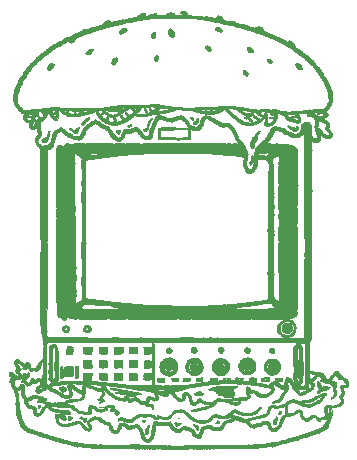
<source format=gbr>
%TF.GenerationSoftware,KiCad,Pcbnew,(5.1.9)-1*%
%TF.CreationDate,2021-05-10T06:47:27+12:00*%
%TF.ProjectId,RGB-to-component,5247422d-746f-42d6-936f-6d706f6e656e,rev?*%
%TF.SameCoordinates,Original*%
%TF.FileFunction,Legend,Bot*%
%TF.FilePolarity,Positive*%
%FSLAX46Y46*%
G04 Gerber Fmt 4.6, Leading zero omitted, Abs format (unit mm)*
G04 Created by KiCad (PCBNEW (5.1.9)-1) date 2021-05-10 06:47:27*
%MOMM*%
%LPD*%
G01*
G04 APERTURE LIST*
%ADD10C,0.010000*%
G04 APERTURE END LIST*
D10*
G36*
X56771203Y-88564619D02*
G01*
X56637503Y-88615415D01*
X56523445Y-88711369D01*
X56460319Y-88805431D01*
X56423806Y-88932315D01*
X56430509Y-89072465D01*
X56475613Y-89209496D01*
X56554301Y-89327027D01*
X56632966Y-89392834D01*
X56735047Y-89436407D01*
X56854953Y-89460284D01*
X56965242Y-89459995D01*
X56999223Y-89452524D01*
X57135246Y-89383805D01*
X57236155Y-89280993D01*
X57299190Y-89155113D01*
X57321589Y-89017188D01*
X57300590Y-88878242D01*
X57233433Y-88749298D01*
X57188163Y-88698196D01*
X57056732Y-88604506D01*
X56914346Y-88560482D01*
X56771203Y-88564619D01*
G37*
X56771203Y-88564619D02*
X56637503Y-88615415D01*
X56523445Y-88711369D01*
X56460319Y-88805431D01*
X56423806Y-88932315D01*
X56430509Y-89072465D01*
X56475613Y-89209496D01*
X56554301Y-89327027D01*
X56632966Y-89392834D01*
X56735047Y-89436407D01*
X56854953Y-89460284D01*
X56965242Y-89459995D01*
X56999223Y-89452524D01*
X57135246Y-89383805D01*
X57236155Y-89280993D01*
X57299190Y-89155113D01*
X57321589Y-89017188D01*
X57300590Y-88878242D01*
X57233433Y-88749298D01*
X57188163Y-88698196D01*
X57056732Y-88604506D01*
X56914346Y-88560482D01*
X56771203Y-88564619D01*
G36*
X50890041Y-63529356D02*
G01*
X50832618Y-63577228D01*
X50808950Y-63659468D01*
X50809976Y-63689749D01*
X50820370Y-63744169D01*
X50847033Y-63781702D01*
X50903438Y-63815154D01*
X50973778Y-63845437D01*
X51104566Y-63898177D01*
X51194044Y-63930762D01*
X51252898Y-63945002D01*
X51291813Y-63942707D01*
X51321476Y-63925688D01*
X51340830Y-63907614D01*
X51389741Y-63837290D01*
X51383398Y-63776304D01*
X51321232Y-63720595D01*
X51313988Y-63716335D01*
X51253277Y-63670617D01*
X51219504Y-63624874D01*
X51218829Y-63622604D01*
X51184919Y-63584341D01*
X51125564Y-63560444D01*
X51036261Y-63541345D01*
X50971177Y-63526049D01*
X50890041Y-63529356D01*
G37*
X50890041Y-63529356D02*
X50832618Y-63577228D01*
X50808950Y-63659468D01*
X50809976Y-63689749D01*
X50820370Y-63744169D01*
X50847033Y-63781702D01*
X50903438Y-63815154D01*
X50973778Y-63845437D01*
X51104566Y-63898177D01*
X51194044Y-63930762D01*
X51252898Y-63945002D01*
X51291813Y-63942707D01*
X51321476Y-63925688D01*
X51340830Y-63907614D01*
X51389741Y-63837290D01*
X51383398Y-63776304D01*
X51321232Y-63720595D01*
X51313988Y-63716335D01*
X51253277Y-63670617D01*
X51219504Y-63624874D01*
X51218829Y-63622604D01*
X51184919Y-63584341D01*
X51125564Y-63560444D01*
X51036261Y-63541345D01*
X50971177Y-63526049D01*
X50890041Y-63529356D01*
G36*
X43075587Y-63611374D02*
G01*
X42968529Y-63651878D01*
X42861932Y-63714172D01*
X42774952Y-63788215D01*
X42749038Y-63820171D01*
X42695422Y-63909099D01*
X42679860Y-63976202D01*
X42700305Y-64039380D01*
X42720379Y-64070831D01*
X42783312Y-64124249D01*
X42851741Y-64124217D01*
X42913668Y-64070948D01*
X42916080Y-64067348D01*
X42971500Y-64015739D01*
X43052115Y-63973903D01*
X43067669Y-63968721D01*
X43161708Y-63927633D01*
X43246311Y-63870803D01*
X43252913Y-63864907D01*
X43329948Y-63793513D01*
X43276934Y-63702478D01*
X43226416Y-63639726D01*
X43171554Y-63604414D01*
X43163949Y-63602701D01*
X43075587Y-63611374D01*
G37*
X43075587Y-63611374D02*
X42968529Y-63651878D01*
X42861932Y-63714172D01*
X42774952Y-63788215D01*
X42749038Y-63820171D01*
X42695422Y-63909099D01*
X42679860Y-63976202D01*
X42700305Y-64039380D01*
X42720379Y-64070831D01*
X42783312Y-64124249D01*
X42851741Y-64124217D01*
X42913668Y-64070948D01*
X42916080Y-64067348D01*
X42971500Y-64015739D01*
X43052115Y-63973903D01*
X43067669Y-63968721D01*
X43161708Y-63927633D01*
X43246311Y-63870803D01*
X43252913Y-63864907D01*
X43329948Y-63793513D01*
X43276934Y-63702478D01*
X43226416Y-63639726D01*
X43171554Y-63604414D01*
X43163949Y-63602701D01*
X43075587Y-63611374D01*
G36*
X46904523Y-63674712D02*
G01*
X46862690Y-63736934D01*
X46839975Y-63828496D01*
X46833760Y-63895957D01*
X46832591Y-63989271D01*
X46839712Y-64060977D01*
X46848960Y-64087749D01*
X46874097Y-64138133D01*
X46891540Y-64193974D01*
X46926879Y-64256854D01*
X47006727Y-64317958D01*
X47050134Y-64342141D01*
X47146133Y-64389961D01*
X47205914Y-64410646D01*
X47241980Y-64405560D01*
X47266834Y-64376070D01*
X47272067Y-64366388D01*
X47291561Y-64309122D01*
X47310628Y-64222797D01*
X47316858Y-64184704D01*
X47318001Y-64078356D01*
X47285652Y-63975955D01*
X47214713Y-63867540D01*
X47100088Y-63743147D01*
X47081825Y-63725392D01*
X46965672Y-63613562D01*
X46904523Y-63674712D01*
G37*
X46904523Y-63674712D02*
X46862690Y-63736934D01*
X46839975Y-63828496D01*
X46833760Y-63895957D01*
X46832591Y-63989271D01*
X46839712Y-64060977D01*
X46848960Y-64087749D01*
X46874097Y-64138133D01*
X46891540Y-64193974D01*
X46926879Y-64256854D01*
X47006727Y-64317958D01*
X47050134Y-64342141D01*
X47146133Y-64389961D01*
X47205914Y-64410646D01*
X47241980Y-64405560D01*
X47266834Y-64376070D01*
X47272067Y-64366388D01*
X47291561Y-64309122D01*
X47310628Y-64222797D01*
X47316858Y-64184704D01*
X47318001Y-64078356D01*
X47285652Y-63975955D01*
X47214713Y-63867540D01*
X47100088Y-63743147D01*
X47081825Y-63725392D01*
X46965672Y-63613562D01*
X46904523Y-63674712D01*
G36*
X45555929Y-63946403D02*
G01*
X45509009Y-63967350D01*
X45452163Y-64037213D01*
X45400520Y-64137358D01*
X45365700Y-64241988D01*
X45357556Y-64303619D01*
X45374327Y-64415354D01*
X45422914Y-64480950D01*
X45500732Y-64498776D01*
X45605195Y-64467198D01*
X45611556Y-64464049D01*
X45656986Y-64428884D01*
X45688459Y-64368592D01*
X45713991Y-64267690D01*
X45714488Y-64265188D01*
X45733688Y-64119135D01*
X45723369Y-64018417D01*
X45682664Y-63959737D01*
X45629152Y-63941016D01*
X45555929Y-63946403D01*
G37*
X45555929Y-63946403D02*
X45509009Y-63967350D01*
X45452163Y-64037213D01*
X45400520Y-64137358D01*
X45365700Y-64241988D01*
X45357556Y-64303619D01*
X45374327Y-64415354D01*
X45422914Y-64480950D01*
X45500732Y-64498776D01*
X45605195Y-64467198D01*
X45611556Y-64464049D01*
X45656986Y-64428884D01*
X45688459Y-64368592D01*
X45713991Y-64267690D01*
X45714488Y-64265188D01*
X45733688Y-64119135D01*
X45723369Y-64018417D01*
X45682664Y-63959737D01*
X45629152Y-63941016D01*
X45555929Y-63946403D01*
G36*
X50030092Y-65112822D02*
G01*
X49974296Y-65161414D01*
X49957778Y-65210717D01*
X49978886Y-65294554D01*
X50033506Y-65387304D01*
X50108579Y-65474276D01*
X50191051Y-65540777D01*
X50267863Y-65572115D01*
X50279635Y-65572888D01*
X50333147Y-65554115D01*
X50376037Y-65521519D01*
X50413128Y-65456663D01*
X50415360Y-65366962D01*
X50399038Y-65297922D01*
X50360240Y-65243578D01*
X50285341Y-65185695D01*
X50274485Y-65178443D01*
X50195502Y-65130633D01*
X50131291Y-65099667D01*
X50106307Y-65093111D01*
X50030092Y-65112822D01*
G37*
X50030092Y-65112822D02*
X49974296Y-65161414D01*
X49957778Y-65210717D01*
X49978886Y-65294554D01*
X50033506Y-65387304D01*
X50108579Y-65474276D01*
X50191051Y-65540777D01*
X50267863Y-65572115D01*
X50279635Y-65572888D01*
X50333147Y-65554115D01*
X50376037Y-65521519D01*
X50413128Y-65456663D01*
X50415360Y-65366962D01*
X50399038Y-65297922D01*
X50360240Y-65243578D01*
X50285341Y-65185695D01*
X50274485Y-65178443D01*
X50195502Y-65130633D01*
X50131291Y-65099667D01*
X50106307Y-65093111D01*
X50030092Y-65112822D01*
G36*
X53547154Y-65207864D02*
G01*
X53485093Y-65259968D01*
X53466245Y-65328199D01*
X53489825Y-65421300D01*
X53521894Y-65488745D01*
X53567714Y-65566078D01*
X53612586Y-65606840D01*
X53677275Y-65626563D01*
X53713501Y-65632059D01*
X53801207Y-65646956D01*
X53870269Y-65663949D01*
X53884795Y-65669233D01*
X53936469Y-65665805D01*
X53976517Y-65624949D01*
X54011018Y-65553941D01*
X54021778Y-65498977D01*
X53998597Y-65439442D01*
X53937289Y-65366419D01*
X53850212Y-65291672D01*
X53749722Y-65226961D01*
X53720255Y-65211952D01*
X53650379Y-65183602D01*
X53600564Y-65183371D01*
X53547154Y-65207864D01*
G37*
X53547154Y-65207864D02*
X53485093Y-65259968D01*
X53466245Y-65328199D01*
X53489825Y-65421300D01*
X53521894Y-65488745D01*
X53567714Y-65566078D01*
X53612586Y-65606840D01*
X53677275Y-65626563D01*
X53713501Y-65632059D01*
X53801207Y-65646956D01*
X53870269Y-65663949D01*
X53884795Y-65669233D01*
X53936469Y-65665805D01*
X53976517Y-65624949D01*
X54011018Y-65553941D01*
X54021778Y-65498977D01*
X53998597Y-65439442D01*
X53937289Y-65366419D01*
X53850212Y-65291672D01*
X53749722Y-65226961D01*
X53720255Y-65211952D01*
X53650379Y-65183602D01*
X53600564Y-65183371D01*
X53547154Y-65207864D01*
G36*
X40277367Y-65375434D02*
G01*
X40205519Y-65399414D01*
X40168404Y-65403555D01*
X40117374Y-65423650D01*
X40046013Y-65475265D01*
X39967762Y-65545400D01*
X39896064Y-65621052D01*
X39844360Y-65689219D01*
X39826000Y-65734745D01*
X39843238Y-65797787D01*
X39859867Y-65821244D01*
X39918514Y-65846462D01*
X40009437Y-65850804D01*
X40112738Y-65834931D01*
X40185834Y-65810394D01*
X40254071Y-65767126D01*
X40277257Y-65711032D01*
X40277556Y-65701709D01*
X40299549Y-65637014D01*
X40335617Y-65614709D01*
X40391948Y-65571751D01*
X40428616Y-65500352D01*
X40432348Y-65427938D01*
X40429804Y-65420093D01*
X40384892Y-65370398D01*
X40316060Y-65361682D01*
X40277367Y-65375434D01*
G37*
X40277367Y-65375434D02*
X40205519Y-65399414D01*
X40168404Y-65403555D01*
X40117374Y-65423650D01*
X40046013Y-65475265D01*
X39967762Y-65545400D01*
X39896064Y-65621052D01*
X39844360Y-65689219D01*
X39826000Y-65734745D01*
X39843238Y-65797787D01*
X39859867Y-65821244D01*
X39918514Y-65846462D01*
X40009437Y-65850804D01*
X40112738Y-65834931D01*
X40185834Y-65810394D01*
X40254071Y-65767126D01*
X40277257Y-65711032D01*
X40277556Y-65701709D01*
X40299549Y-65637014D01*
X40335617Y-65614709D01*
X40391948Y-65571751D01*
X40428616Y-65500352D01*
X40432348Y-65427938D01*
X40429804Y-65420093D01*
X40384892Y-65370398D01*
X40316060Y-65361682D01*
X40277367Y-65375434D01*
G36*
X45817380Y-65929067D02*
G01*
X45746069Y-65969281D01*
X45728337Y-65983167D01*
X45674770Y-66035339D01*
X45648484Y-66089062D01*
X45640167Y-66167630D01*
X45639778Y-66204753D01*
X45650487Y-66324137D01*
X45685053Y-66393951D01*
X45747135Y-66417333D01*
X45840392Y-66397418D01*
X45857020Y-66391001D01*
X45910418Y-66344805D01*
X45946628Y-66266131D01*
X45965057Y-66170194D01*
X45965109Y-66072212D01*
X45946188Y-65987400D01*
X45907700Y-65930974D01*
X45875557Y-65917158D01*
X45817380Y-65929067D01*
G37*
X45817380Y-65929067D02*
X45746069Y-65969281D01*
X45728337Y-65983167D01*
X45674770Y-66035339D01*
X45648484Y-66089062D01*
X45640167Y-66167630D01*
X45639778Y-66204753D01*
X45650487Y-66324137D01*
X45685053Y-66393951D01*
X45747135Y-66417333D01*
X45840392Y-66397418D01*
X45857020Y-66391001D01*
X45910418Y-66344805D01*
X45946628Y-66266131D01*
X45965057Y-66170194D01*
X45965109Y-66072212D01*
X45946188Y-65987400D01*
X45907700Y-65930974D01*
X45875557Y-65917158D01*
X45817380Y-65929067D01*
G36*
X55242806Y-66212581D02*
G01*
X55201589Y-66243201D01*
X55161426Y-66313055D01*
X55177491Y-66385749D01*
X55249656Y-66460940D01*
X55293455Y-66491169D01*
X55410167Y-66548527D01*
X55500383Y-66556767D01*
X55563539Y-66515898D01*
X55580779Y-66486504D01*
X55597005Y-66439852D01*
X55588882Y-66402331D01*
X55548766Y-66357366D01*
X55502563Y-66316847D01*
X55395379Y-66236987D01*
X55311259Y-66202835D01*
X55242806Y-66212581D01*
G37*
X55242806Y-66212581D02*
X55201589Y-66243201D01*
X55161426Y-66313055D01*
X55177491Y-66385749D01*
X55249656Y-66460940D01*
X55293455Y-66491169D01*
X55410167Y-66548527D01*
X55500383Y-66556767D01*
X55563539Y-66515898D01*
X55580779Y-66486504D01*
X55597005Y-66439852D01*
X55588882Y-66402331D01*
X55548766Y-66357366D01*
X55502563Y-66316847D01*
X55395379Y-66236987D01*
X55311259Y-66202835D01*
X55242806Y-66212581D01*
G36*
X42344264Y-66117353D02*
G01*
X42280838Y-66155137D01*
X42234097Y-66165555D01*
X42158730Y-66193579D01*
X42088725Y-66277275D01*
X42042521Y-66370293D01*
X42003614Y-66502661D01*
X42007506Y-66607496D01*
X42053907Y-66680083D01*
X42061836Y-66686066D01*
X42118329Y-66719515D01*
X42166449Y-66724380D01*
X42224922Y-66698055D01*
X42289447Y-66654422D01*
X42358381Y-66592567D01*
X42405055Y-66527200D01*
X42412948Y-66506256D01*
X42434543Y-66439897D01*
X42453425Y-66403919D01*
X42469638Y-66358882D01*
X42482232Y-66282054D01*
X42484811Y-66252624D01*
X42478641Y-66154673D01*
X42448137Y-66097185D01*
X42398839Y-66085490D01*
X42344264Y-66117353D01*
G37*
X42344264Y-66117353D02*
X42280838Y-66155137D01*
X42234097Y-66165555D01*
X42158730Y-66193579D01*
X42088725Y-66277275D01*
X42042521Y-66370293D01*
X42003614Y-66502661D01*
X42007506Y-66607496D01*
X42053907Y-66680083D01*
X42061836Y-66686066D01*
X42118329Y-66719515D01*
X42166449Y-66724380D01*
X42224922Y-66698055D01*
X42289447Y-66654422D01*
X42358381Y-66592567D01*
X42405055Y-66527200D01*
X42412948Y-66506256D01*
X42434543Y-66439897D01*
X42453425Y-66403919D01*
X42469638Y-66358882D01*
X42482232Y-66282054D01*
X42484811Y-66252624D01*
X42478641Y-66154673D01*
X42448137Y-66097185D01*
X42398839Y-66085490D01*
X42344264Y-66117353D01*
G36*
X57692689Y-66576328D02*
G01*
X57640502Y-66604600D01*
X57587511Y-66670918D01*
X57579067Y-66755942D01*
X57611024Y-66849835D01*
X57679232Y-66942759D01*
X57779544Y-67024879D01*
X57829823Y-67053564D01*
X57908083Y-67092019D01*
X57962723Y-67116603D01*
X57979007Y-67121772D01*
X58009208Y-67114162D01*
X58070729Y-67100514D01*
X58071323Y-67100387D01*
X58133834Y-67073604D01*
X58164713Y-67035253D01*
X58153216Y-66972982D01*
X58107689Y-66888480D01*
X58038773Y-66794022D01*
X57957108Y-66701883D01*
X57873335Y-66624338D01*
X57798095Y-66573660D01*
X57753310Y-66560666D01*
X57692689Y-66576328D01*
G37*
X57692689Y-66576328D02*
X57640502Y-66604600D01*
X57587511Y-66670918D01*
X57579067Y-66755942D01*
X57611024Y-66849835D01*
X57679232Y-66942759D01*
X57779544Y-67024879D01*
X57829823Y-67053564D01*
X57908083Y-67092019D01*
X57962723Y-67116603D01*
X57979007Y-67121772D01*
X58009208Y-67114162D01*
X58070729Y-67100514D01*
X58071323Y-67100387D01*
X58133834Y-67073604D01*
X58164713Y-67035253D01*
X58153216Y-66972982D01*
X58107689Y-66888480D01*
X58038773Y-66794022D01*
X57957108Y-66701883D01*
X57873335Y-66624338D01*
X57798095Y-66573660D01*
X57753310Y-66560666D01*
X57692689Y-66576328D01*
G36*
X36889381Y-66551179D02*
G01*
X36805801Y-66597030D01*
X36719032Y-66680411D01*
X36666562Y-66750177D01*
X36614618Y-66835130D01*
X36591346Y-66900344D01*
X36590145Y-66970145D01*
X36595439Y-67012222D01*
X36609413Y-67093266D01*
X36622792Y-67149363D01*
X36627192Y-67160388D01*
X36669447Y-67179668D01*
X36744728Y-67171751D01*
X36837921Y-67138910D01*
X36867707Y-67124223D01*
X36938233Y-67075676D01*
X36984564Y-67023134D01*
X36990141Y-67010727D01*
X37020045Y-66953416D01*
X37072503Y-66880546D01*
X37093108Y-66856000D01*
X37150248Y-66768529D01*
X37157905Y-66696593D01*
X37116570Y-66645582D01*
X37072453Y-66628228D01*
X37020542Y-66607513D01*
X37003778Y-66588848D01*
X36981321Y-66560959D01*
X36959657Y-66549774D01*
X36889381Y-66551179D01*
G37*
X36889381Y-66551179D02*
X36805801Y-66597030D01*
X36719032Y-66680411D01*
X36666562Y-66750177D01*
X36614618Y-66835130D01*
X36591346Y-66900344D01*
X36590145Y-66970145D01*
X36595439Y-67012222D01*
X36609413Y-67093266D01*
X36622792Y-67149363D01*
X36627192Y-67160388D01*
X36669447Y-67179668D01*
X36744728Y-67171751D01*
X36837921Y-67138910D01*
X36867707Y-67124223D01*
X36938233Y-67075676D01*
X36984564Y-67023134D01*
X36990141Y-67010727D01*
X37020045Y-66953416D01*
X37072503Y-66880546D01*
X37093108Y-66856000D01*
X37150248Y-66768529D01*
X37157905Y-66696593D01*
X37116570Y-66645582D01*
X37072453Y-66628228D01*
X37020542Y-66607513D01*
X37003778Y-66588848D01*
X36981321Y-66560959D01*
X36959657Y-66549774D01*
X36889381Y-66551179D01*
G36*
X53191111Y-67164569D02*
G01*
X53155006Y-67215315D01*
X53132867Y-67309401D01*
X53127117Y-67377471D01*
X53139957Y-67429974D01*
X53179682Y-67486889D01*
X53229186Y-67541388D01*
X53326166Y-67624966D01*
X53412463Y-67661113D01*
X53482847Y-67648243D01*
X53508054Y-67625897D01*
X53536655Y-67572935D01*
X53557269Y-67511546D01*
X53562979Y-67465615D01*
X53548868Y-67422994D01*
X53507184Y-67370622D01*
X53430173Y-67295437D01*
X53427546Y-67292982D01*
X53322607Y-67203669D01*
X53245387Y-67160776D01*
X53191111Y-67164569D01*
G37*
X53191111Y-67164569D02*
X53155006Y-67215315D01*
X53132867Y-67309401D01*
X53127117Y-67377471D01*
X53139957Y-67429974D01*
X53179682Y-67486889D01*
X53229186Y-67541388D01*
X53326166Y-67624966D01*
X53412463Y-67661113D01*
X53482847Y-67648243D01*
X53508054Y-67625897D01*
X53536655Y-67572935D01*
X53557269Y-67511546D01*
X53562979Y-67465615D01*
X53548868Y-67422994D01*
X53507184Y-67370622D01*
X53430173Y-67295437D01*
X53427546Y-67292982D01*
X53322607Y-67203669D01*
X53245387Y-67160776D01*
X53191111Y-67164569D01*
G36*
X48731548Y-71114099D02*
G01*
X48693036Y-71152885D01*
X48696801Y-71215177D01*
X48741029Y-71289237D01*
X48762182Y-71312262D01*
X48839359Y-71372859D01*
X48898061Y-71383032D01*
X48927823Y-71358191D01*
X48933120Y-71302677D01*
X48903689Y-71234214D01*
X48852502Y-71168934D01*
X48792530Y-71122968D01*
X48736745Y-71112448D01*
X48731548Y-71114099D01*
G37*
X48731548Y-71114099D02*
X48693036Y-71152885D01*
X48696801Y-71215177D01*
X48741029Y-71289237D01*
X48762182Y-71312262D01*
X48839359Y-71372859D01*
X48898061Y-71383032D01*
X48927823Y-71358191D01*
X48933120Y-71302677D01*
X48903689Y-71234214D01*
X48852502Y-71168934D01*
X48792530Y-71122968D01*
X48736745Y-71112448D01*
X48731548Y-71114099D01*
G36*
X49283042Y-71239001D02*
G01*
X49270632Y-71259064D01*
X49217813Y-71329256D01*
X49144582Y-71402834D01*
X49067632Y-71465154D01*
X49003656Y-71501569D01*
X48990114Y-71505163D01*
X48919479Y-71537785D01*
X48891255Y-71600750D01*
X48910239Y-71682316D01*
X48914499Y-71690299D01*
X48965837Y-71751490D01*
X49032195Y-71768623D01*
X49122029Y-71742208D01*
X49188715Y-71706845D01*
X49284302Y-71633361D01*
X49323954Y-71560945D01*
X49342372Y-71479375D01*
X49365394Y-71388192D01*
X49365694Y-71387073D01*
X49378451Y-71311073D01*
X49362477Y-71262538D01*
X49347642Y-71245962D01*
X49310270Y-71219363D01*
X49283042Y-71239001D01*
G37*
X49283042Y-71239001D02*
X49270632Y-71259064D01*
X49217813Y-71329256D01*
X49144582Y-71402834D01*
X49067632Y-71465154D01*
X49003656Y-71501569D01*
X48990114Y-71505163D01*
X48919479Y-71537785D01*
X48891255Y-71600750D01*
X48910239Y-71682316D01*
X48914499Y-71690299D01*
X48965837Y-71751490D01*
X49032195Y-71768623D01*
X49122029Y-71742208D01*
X49188715Y-71706845D01*
X49284302Y-71633361D01*
X49323954Y-71560945D01*
X49342372Y-71479375D01*
X49365394Y-71388192D01*
X49365694Y-71387073D01*
X49378451Y-71311073D01*
X49362477Y-71262538D01*
X49347642Y-71245962D01*
X49310270Y-71219363D01*
X49283042Y-71239001D01*
G36*
X40062370Y-71173823D02*
G01*
X39972582Y-71209369D01*
X39865479Y-71271709D01*
X39752476Y-71354398D01*
X39667451Y-71429000D01*
X39583668Y-71506837D01*
X39506802Y-71574617D01*
X39454085Y-71617210D01*
X39411079Y-71653872D01*
X39406125Y-71689519D01*
X39431833Y-71744210D01*
X39491265Y-71813516D01*
X39564938Y-71828220D01*
X39652891Y-71788325D01*
X39682235Y-71765569D01*
X39756467Y-71687803D01*
X39818928Y-71597844D01*
X39824335Y-71587727D01*
X39908386Y-71468345D01*
X40025868Y-71359779D01*
X40096110Y-71313086D01*
X40145954Y-71265856D01*
X40158678Y-71213615D01*
X40130724Y-71174801D01*
X40123433Y-71171516D01*
X40062370Y-71173823D01*
G37*
X40062370Y-71173823D02*
X39972582Y-71209369D01*
X39865479Y-71271709D01*
X39752476Y-71354398D01*
X39667451Y-71429000D01*
X39583668Y-71506837D01*
X39506802Y-71574617D01*
X39454085Y-71617210D01*
X39411079Y-71653872D01*
X39406125Y-71689519D01*
X39431833Y-71744210D01*
X39491265Y-71813516D01*
X39564938Y-71828220D01*
X39652891Y-71788325D01*
X39682235Y-71765569D01*
X39756467Y-71687803D01*
X39818928Y-71597844D01*
X39824335Y-71587727D01*
X39908386Y-71468345D01*
X40025868Y-71359779D01*
X40096110Y-71313086D01*
X40145954Y-71265856D01*
X40158678Y-71213615D01*
X40130724Y-71174801D01*
X40123433Y-71171516D01*
X40062370Y-71173823D01*
G36*
X43582047Y-71743586D02*
G01*
X43569350Y-71767666D01*
X43530771Y-71803746D01*
X43501420Y-71810000D01*
X43428928Y-71834412D01*
X43386573Y-71896016D01*
X43382000Y-71928533D01*
X43403910Y-71968097D01*
X43461879Y-71977115D01*
X43544272Y-71955219D01*
X43586612Y-71934968D01*
X43646928Y-71883915D01*
X43664222Y-71809892D01*
X43664223Y-71809098D01*
X43650070Y-71747749D01*
X43617656Y-71723719D01*
X43582047Y-71743586D01*
G37*
X43582047Y-71743586D02*
X43569350Y-71767666D01*
X43530771Y-71803746D01*
X43501420Y-71810000D01*
X43428928Y-71834412D01*
X43386573Y-71896016D01*
X43382000Y-71928533D01*
X43403910Y-71968097D01*
X43461879Y-71977115D01*
X43544272Y-71955219D01*
X43586612Y-71934968D01*
X43646928Y-71883915D01*
X43664222Y-71809892D01*
X43664223Y-71809098D01*
X43650070Y-71747749D01*
X43617656Y-71723719D01*
X43582047Y-71743586D01*
G36*
X45367234Y-71260492D02*
G01*
X45296284Y-71309586D01*
X45222931Y-71394047D01*
X45153440Y-71504342D01*
X45094078Y-71630939D01*
X45051111Y-71764306D01*
X45033987Y-71857944D01*
X45019432Y-71955771D01*
X44998322Y-72015453D01*
X44961665Y-72055236D01*
X44924950Y-72079242D01*
X44843533Y-72113350D01*
X44766008Y-72124925D01*
X44760633Y-72124517D01*
X44693683Y-72127667D01*
X44671498Y-72158235D01*
X44693134Y-72220074D01*
X44724822Y-72270952D01*
X44798543Y-72349857D01*
X44873022Y-72374589D01*
X44943962Y-72344641D01*
X44982294Y-72301295D01*
X45035879Y-72232249D01*
X45082389Y-72182134D01*
X45121660Y-72125872D01*
X45131778Y-72086355D01*
X45139714Y-72017462D01*
X45159546Y-71919949D01*
X45185311Y-71818729D01*
X45211047Y-71738718D01*
X45219779Y-71718660D01*
X45241051Y-71660853D01*
X45244667Y-71636657D01*
X45260317Y-71594003D01*
X45298980Y-71530597D01*
X45309216Y-71516330D01*
X45387454Y-71407654D01*
X45433597Y-71334782D01*
X45451292Y-71289831D01*
X45444187Y-71264917D01*
X45429512Y-71256298D01*
X45367234Y-71260492D01*
G37*
X45367234Y-71260492D02*
X45296284Y-71309586D01*
X45222931Y-71394047D01*
X45153440Y-71504342D01*
X45094078Y-71630939D01*
X45051111Y-71764306D01*
X45033987Y-71857944D01*
X45019432Y-71955771D01*
X44998322Y-72015453D01*
X44961665Y-72055236D01*
X44924950Y-72079242D01*
X44843533Y-72113350D01*
X44766008Y-72124925D01*
X44760633Y-72124517D01*
X44693683Y-72127667D01*
X44671498Y-72158235D01*
X44693134Y-72220074D01*
X44724822Y-72270952D01*
X44798543Y-72349857D01*
X44873022Y-72374589D01*
X44943962Y-72344641D01*
X44982294Y-72301295D01*
X45035879Y-72232249D01*
X45082389Y-72182134D01*
X45121660Y-72125872D01*
X45131778Y-72086355D01*
X45139714Y-72017462D01*
X45159546Y-71919949D01*
X45185311Y-71818729D01*
X45211047Y-71738718D01*
X45219779Y-71718660D01*
X45241051Y-71660853D01*
X45244667Y-71636657D01*
X45260317Y-71594003D01*
X45298980Y-71530597D01*
X45309216Y-71516330D01*
X45387454Y-71407654D01*
X45433597Y-71334782D01*
X45451292Y-71289831D01*
X45444187Y-71264917D01*
X45429512Y-71256298D01*
X45367234Y-71260492D01*
G36*
X56935913Y-71861500D02*
G01*
X56928667Y-71890860D01*
X56954893Y-71971462D01*
X57028241Y-72056042D01*
X57140714Y-72136408D01*
X57198636Y-72167396D01*
X57289422Y-72219247D01*
X57363271Y-72274486D01*
X57394623Y-72308291D01*
X57458825Y-72363320D01*
X57545586Y-72366724D01*
X57654019Y-72319142D01*
X57728962Y-72256993D01*
X57786813Y-72181869D01*
X57788800Y-72178136D01*
X57816562Y-72112736D01*
X57813621Y-72061098D01*
X57789445Y-72007555D01*
X57747254Y-71949728D01*
X57703586Y-71923089D01*
X57700361Y-71922888D01*
X57671165Y-71934519D01*
X57665570Y-71978572D01*
X57671089Y-72021666D01*
X57672923Y-72088025D01*
X57657675Y-72120795D01*
X57633288Y-72111284D01*
X57617184Y-72080658D01*
X57572175Y-72039187D01*
X57472995Y-72009090D01*
X57319053Y-71990188D01*
X57316206Y-71989981D01*
X57214028Y-71973980D01*
X57119440Y-71944749D01*
X57047720Y-71908556D01*
X57014148Y-71871670D01*
X57013334Y-71865719D01*
X56990464Y-71841320D01*
X56971000Y-71838222D01*
X56935913Y-71861500D01*
G37*
X56935913Y-71861500D02*
X56928667Y-71890860D01*
X56954893Y-71971462D01*
X57028241Y-72056042D01*
X57140714Y-72136408D01*
X57198636Y-72167396D01*
X57289422Y-72219247D01*
X57363271Y-72274486D01*
X57394623Y-72308291D01*
X57458825Y-72363320D01*
X57545586Y-72366724D01*
X57654019Y-72319142D01*
X57728962Y-72256993D01*
X57786813Y-72181869D01*
X57788800Y-72178136D01*
X57816562Y-72112736D01*
X57813621Y-72061098D01*
X57789445Y-72007555D01*
X57747254Y-71949728D01*
X57703586Y-71923089D01*
X57700361Y-71922888D01*
X57671165Y-71934519D01*
X57665570Y-71978572D01*
X57671089Y-72021666D01*
X57672923Y-72088025D01*
X57657675Y-72120795D01*
X57633288Y-72111284D01*
X57617184Y-72080658D01*
X57572175Y-72039187D01*
X57472995Y-72009090D01*
X57319053Y-71990188D01*
X57316206Y-71989981D01*
X57214028Y-71973980D01*
X57119440Y-71944749D01*
X57047720Y-71908556D01*
X57014148Y-71871670D01*
X57013334Y-71865719D01*
X56990464Y-71841320D01*
X56971000Y-71838222D01*
X56935913Y-71861500D01*
G36*
X39174944Y-72016144D02*
G01*
X39096142Y-72056116D01*
X39018038Y-72109920D01*
X38978971Y-72144687D01*
X38912558Y-72203218D01*
X38858359Y-72225542D01*
X38798196Y-72221414D01*
X38710832Y-72191319D01*
X38634754Y-72148281D01*
X38564355Y-72108908D01*
X38501384Y-72092226D01*
X38500699Y-72092222D01*
X38451964Y-72105737D01*
X38447343Y-72140022D01*
X38483235Y-72185690D01*
X38554495Y-72232565D01*
X38636960Y-72285213D01*
X38731440Y-72360652D01*
X38791273Y-72416583D01*
X38894175Y-72504638D01*
X38980416Y-72541061D01*
X39053966Y-72526759D01*
X39100062Y-72487010D01*
X39137879Y-72418392D01*
X39148667Y-72364793D01*
X39161187Y-72302629D01*
X39193179Y-72215749D01*
X39217863Y-72162665D01*
X39254170Y-72083384D01*
X39273880Y-72024993D01*
X39274629Y-72005875D01*
X39239440Y-71997049D01*
X39174944Y-72016144D01*
G37*
X39174944Y-72016144D02*
X39096142Y-72056116D01*
X39018038Y-72109920D01*
X38978971Y-72144687D01*
X38912558Y-72203218D01*
X38858359Y-72225542D01*
X38798196Y-72221414D01*
X38710832Y-72191319D01*
X38634754Y-72148281D01*
X38564355Y-72108908D01*
X38501384Y-72092226D01*
X38500699Y-72092222D01*
X38451964Y-72105737D01*
X38447343Y-72140022D01*
X38483235Y-72185690D01*
X38554495Y-72232565D01*
X38636960Y-72285213D01*
X38731440Y-72360652D01*
X38791273Y-72416583D01*
X38894175Y-72504638D01*
X38980416Y-72541061D01*
X39053966Y-72526759D01*
X39100062Y-72487010D01*
X39137879Y-72418392D01*
X39148667Y-72364793D01*
X39161187Y-72302629D01*
X39193179Y-72215749D01*
X39217863Y-72162665D01*
X39254170Y-72083384D01*
X39273880Y-72024993D01*
X39274629Y-72005875D01*
X39239440Y-71997049D01*
X39174944Y-72016144D01*
G36*
X42603911Y-72214028D02*
G01*
X42574630Y-72251102D01*
X42572787Y-72257526D01*
X42547448Y-72305519D01*
X42512416Y-72330858D01*
X42484793Y-72325261D01*
X42478889Y-72303003D01*
X42455402Y-72269406D01*
X42422445Y-72261555D01*
X42376650Y-72281172D01*
X42368798Y-72333953D01*
X42399423Y-72410795D01*
X42412463Y-72431664D01*
X42494564Y-72528528D01*
X42574934Y-72569237D01*
X42654401Y-72554025D01*
X42706214Y-72514008D01*
X42746372Y-72453681D01*
X42757189Y-72371237D01*
X42755603Y-72337619D01*
X42745939Y-72261762D01*
X42723808Y-72225340D01*
X42677434Y-72211347D01*
X42667290Y-72210089D01*
X42603911Y-72214028D01*
G37*
X42603911Y-72214028D02*
X42574630Y-72251102D01*
X42572787Y-72257526D01*
X42547448Y-72305519D01*
X42512416Y-72330858D01*
X42484793Y-72325261D01*
X42478889Y-72303003D01*
X42455402Y-72269406D01*
X42422445Y-72261555D01*
X42376650Y-72281172D01*
X42368798Y-72333953D01*
X42399423Y-72410795D01*
X42412463Y-72431664D01*
X42494564Y-72528528D01*
X42574934Y-72569237D01*
X42654401Y-72554025D01*
X42706214Y-72514008D01*
X42746372Y-72453681D01*
X42757189Y-72371237D01*
X42755603Y-72337619D01*
X42745939Y-72261762D01*
X42723808Y-72225340D01*
X42677434Y-72211347D01*
X42667290Y-72210089D01*
X42603911Y-72214028D01*
G36*
X36730624Y-72307703D02*
G01*
X36691334Y-72366328D01*
X36652064Y-72457809D01*
X36618332Y-72570892D01*
X36609976Y-72608027D01*
X36580173Y-72715150D01*
X36539797Y-72782965D01*
X36501298Y-72815649D01*
X36416401Y-72867900D01*
X36327317Y-72916335D01*
X36251082Y-72952286D01*
X36204736Y-72967081D01*
X36203644Y-72967111D01*
X36161571Y-72990996D01*
X36122891Y-73047566D01*
X36102234Y-73114190D01*
X36101565Y-73125014D01*
X36124490Y-73198493D01*
X36186612Y-73249988D01*
X36274140Y-73276967D01*
X36373284Y-73276898D01*
X36470255Y-73247251D01*
X36533094Y-73204235D01*
X36605620Y-73119259D01*
X36647322Y-73033381D01*
X36650639Y-72962566D01*
X36649324Y-72958808D01*
X36650652Y-72911280D01*
X36671193Y-72837341D01*
X36681384Y-72811069D01*
X36713248Y-72716202D01*
X36741853Y-72600484D01*
X36752224Y-72544450D01*
X36767271Y-72450070D01*
X36779570Y-72374804D01*
X36784456Y-72346222D01*
X36776151Y-72302691D01*
X36764412Y-72293183D01*
X36730624Y-72307703D01*
G37*
X36730624Y-72307703D02*
X36691334Y-72366328D01*
X36652064Y-72457809D01*
X36618332Y-72570892D01*
X36609976Y-72608027D01*
X36580173Y-72715150D01*
X36539797Y-72782965D01*
X36501298Y-72815649D01*
X36416401Y-72867900D01*
X36327317Y-72916335D01*
X36251082Y-72952286D01*
X36204736Y-72967081D01*
X36203644Y-72967111D01*
X36161571Y-72990996D01*
X36122891Y-73047566D01*
X36102234Y-73114190D01*
X36101565Y-73125014D01*
X36124490Y-73198493D01*
X36186612Y-73249988D01*
X36274140Y-73276967D01*
X36373284Y-73276898D01*
X36470255Y-73247251D01*
X36533094Y-73204235D01*
X36605620Y-73119259D01*
X36647322Y-73033381D01*
X36650639Y-72962566D01*
X36649324Y-72958808D01*
X36650652Y-72911280D01*
X36671193Y-72837341D01*
X36681384Y-72811069D01*
X36713248Y-72716202D01*
X36741853Y-72600484D01*
X36752224Y-72544450D01*
X36767271Y-72450070D01*
X36779570Y-72374804D01*
X36784456Y-72346222D01*
X36776151Y-72302691D01*
X36764412Y-72293183D01*
X36730624Y-72307703D01*
G36*
X54471285Y-72337055D02*
G01*
X54430961Y-72350079D01*
X54329323Y-72416436D01*
X54254508Y-72531761D01*
X54207760Y-72691944D01*
X54190730Y-72761159D01*
X54160873Y-72790894D01*
X54098605Y-72797707D01*
X54082588Y-72797777D01*
X53981877Y-72812091D01*
X53925627Y-72857605D01*
X53908889Y-72934146D01*
X53894146Y-73003479D01*
X53857920Y-73084699D01*
X53850523Y-73097220D01*
X53816273Y-73185469D01*
X53794788Y-73306889D01*
X53786504Y-73443027D01*
X53791857Y-73575428D01*
X53811283Y-73685636D01*
X53835292Y-73742540D01*
X53897597Y-73801519D01*
X53965359Y-73806021D01*
X54029344Y-73756064D01*
X54039227Y-73742089D01*
X54064187Y-73689977D01*
X54075305Y-73622011D01*
X54074355Y-73522062D01*
X54070276Y-73459867D01*
X54062848Y-73352709D01*
X54062804Y-73289953D01*
X54073251Y-73259719D01*
X54097301Y-73250127D01*
X54125375Y-73249333D01*
X54189973Y-73229318D01*
X54211156Y-73192888D01*
X54233073Y-73147146D01*
X54249855Y-73136444D01*
X54287199Y-73109149D01*
X54320766Y-73030911D01*
X54348701Y-72907195D01*
X54363316Y-72801833D01*
X54378540Y-72688121D01*
X54398294Y-72611498D01*
X54430356Y-72552701D01*
X54482502Y-72492467D01*
X54492326Y-72482334D01*
X54557102Y-72403324D01*
X54574246Y-72350745D01*
X54545169Y-72327640D01*
X54471285Y-72337055D01*
G37*
X54471285Y-72337055D02*
X54430961Y-72350079D01*
X54329323Y-72416436D01*
X54254508Y-72531761D01*
X54207760Y-72691944D01*
X54190730Y-72761159D01*
X54160873Y-72790894D01*
X54098605Y-72797707D01*
X54082588Y-72797777D01*
X53981877Y-72812091D01*
X53925627Y-72857605D01*
X53908889Y-72934146D01*
X53894146Y-73003479D01*
X53857920Y-73084699D01*
X53850523Y-73097220D01*
X53816273Y-73185469D01*
X53794788Y-73306889D01*
X53786504Y-73443027D01*
X53791857Y-73575428D01*
X53811283Y-73685636D01*
X53835292Y-73742540D01*
X53897597Y-73801519D01*
X53965359Y-73806021D01*
X54029344Y-73756064D01*
X54039227Y-73742089D01*
X54064187Y-73689977D01*
X54075305Y-73622011D01*
X54074355Y-73522062D01*
X54070276Y-73459867D01*
X54062848Y-73352709D01*
X54062804Y-73289953D01*
X54073251Y-73259719D01*
X54097301Y-73250127D01*
X54125375Y-73249333D01*
X54189973Y-73229318D01*
X54211156Y-73192888D01*
X54233073Y-73147146D01*
X54249855Y-73136444D01*
X54287199Y-73109149D01*
X54320766Y-73030911D01*
X54348701Y-72907195D01*
X54363316Y-72801833D01*
X54378540Y-72688121D01*
X54398294Y-72611498D01*
X54430356Y-72552701D01*
X54482502Y-72492467D01*
X54492326Y-72482334D01*
X54557102Y-72403324D01*
X54574246Y-72350745D01*
X54545169Y-72327640D01*
X54471285Y-72337055D01*
G36*
X53899568Y-74375301D02*
G01*
X53865501Y-74435312D01*
X53838626Y-74520862D01*
X53824901Y-74616596D01*
X53824223Y-74641224D01*
X53803627Y-74752708D01*
X53750732Y-74859423D01*
X53700423Y-74916422D01*
X53667207Y-74953013D01*
X53662807Y-74997279D01*
X53680612Y-75062093D01*
X53720210Y-75146762D01*
X53768175Y-75176778D01*
X53829709Y-75153844D01*
X53867110Y-75123126D01*
X53931453Y-75030503D01*
X53976412Y-74896508D01*
X53999163Y-74733729D01*
X53996879Y-74554754D01*
X53996262Y-74547825D01*
X53982250Y-74439833D01*
X53962978Y-74379055D01*
X53935506Y-74356310D01*
X53934866Y-74356182D01*
X53899568Y-74375301D01*
G37*
X53899568Y-74375301D02*
X53865501Y-74435312D01*
X53838626Y-74520862D01*
X53824901Y-74616596D01*
X53824223Y-74641224D01*
X53803627Y-74752708D01*
X53750732Y-74859423D01*
X53700423Y-74916422D01*
X53667207Y-74953013D01*
X53662807Y-74997279D01*
X53680612Y-75062093D01*
X53720210Y-75146762D01*
X53768175Y-75176778D01*
X53829709Y-75153844D01*
X53867110Y-75123126D01*
X53931453Y-75030503D01*
X53976412Y-74896508D01*
X53999163Y-74733729D01*
X53996879Y-74554754D01*
X53996262Y-74547825D01*
X53982250Y-74439833D01*
X53962978Y-74379055D01*
X53935506Y-74356310D01*
X53934866Y-74356182D01*
X53899568Y-74375301D01*
G36*
X38036217Y-88804945D02*
G01*
X37938971Y-88847663D01*
X37879400Y-88889819D01*
X37835444Y-88965576D01*
X37822361Y-89070533D01*
X37842035Y-89185456D01*
X37848613Y-89204181D01*
X37905862Y-89281684D01*
X37999439Y-89333837D01*
X38113446Y-89356708D01*
X38231988Y-89346363D01*
X38308017Y-89317853D01*
X38372520Y-89255696D01*
X38419728Y-89155303D01*
X38437387Y-89059623D01*
X38245556Y-89059623D01*
X38228536Y-89134227D01*
X38186791Y-89191632D01*
X38134292Y-89214985D01*
X38118556Y-89212837D01*
X38085687Y-89184312D01*
X38048189Y-89129722D01*
X38022366Y-89072756D01*
X38032406Y-89032448D01*
X38066038Y-88994974D01*
X38136211Y-88950777D01*
X38197518Y-88955897D01*
X38237276Y-89005766D01*
X38245556Y-89059623D01*
X38437387Y-89059623D01*
X38442111Y-89034031D01*
X38442954Y-89006897D01*
X38420184Y-88947483D01*
X38362342Y-88879827D01*
X38285519Y-88819525D01*
X38213446Y-88784432D01*
X38135564Y-88781390D01*
X38036217Y-88804945D01*
G37*
X38036217Y-88804945D02*
X37938971Y-88847663D01*
X37879400Y-88889819D01*
X37835444Y-88965576D01*
X37822361Y-89070533D01*
X37842035Y-89185456D01*
X37848613Y-89204181D01*
X37905862Y-89281684D01*
X37999439Y-89333837D01*
X38113446Y-89356708D01*
X38231988Y-89346363D01*
X38308017Y-89317853D01*
X38372520Y-89255696D01*
X38419728Y-89155303D01*
X38437387Y-89059623D01*
X38245556Y-89059623D01*
X38228536Y-89134227D01*
X38186791Y-89191632D01*
X38134292Y-89214985D01*
X38118556Y-89212837D01*
X38085687Y-89184312D01*
X38048189Y-89129722D01*
X38022366Y-89072756D01*
X38032406Y-89032448D01*
X38066038Y-88994974D01*
X38136211Y-88950777D01*
X38197518Y-88955897D01*
X38237276Y-89005766D01*
X38245556Y-89059623D01*
X38437387Y-89059623D01*
X38442111Y-89034031D01*
X38442954Y-89006897D01*
X38420184Y-88947483D01*
X38362342Y-88879827D01*
X38285519Y-88819525D01*
X38213446Y-88784432D01*
X38135564Y-88781390D01*
X38036217Y-88804945D01*
G36*
X39818934Y-88780960D02*
G01*
X39726605Y-88845312D01*
X39661984Y-88950735D01*
X39631375Y-89092334D01*
X39629801Y-89130199D01*
X39633109Y-89203764D01*
X39653753Y-89251153D01*
X39704611Y-89292630D01*
X39750869Y-89320699D01*
X39888529Y-89379158D01*
X40013462Y-89388018D01*
X40119598Y-89347150D01*
X40142713Y-89328944D01*
X40226388Y-89234626D01*
X40261621Y-89136130D01*
X40260638Y-89105738D01*
X40077982Y-89105738D01*
X40056416Y-89176507D01*
X40046134Y-89189244D01*
X39979835Y-89220645D01*
X39903858Y-89211079D01*
X39845729Y-89166122D01*
X39817392Y-89086225D01*
X39831440Y-89006672D01*
X39882732Y-88948192D01*
X39902085Y-88938786D01*
X39960732Y-88917920D01*
X39992801Y-88919230D01*
X40025033Y-88946366D01*
X40035651Y-88957015D01*
X40070633Y-89023112D01*
X40077982Y-89105738D01*
X40260638Y-89105738D01*
X40258398Y-89036578D01*
X40235483Y-88939401D01*
X40193763Y-88873860D01*
X40118910Y-88822380D01*
X40061495Y-88795047D01*
X39932666Y-88762573D01*
X39818934Y-88780960D01*
G37*
X39818934Y-88780960D02*
X39726605Y-88845312D01*
X39661984Y-88950735D01*
X39631375Y-89092334D01*
X39629801Y-89130199D01*
X39633109Y-89203764D01*
X39653753Y-89251153D01*
X39704611Y-89292630D01*
X39750869Y-89320699D01*
X39888529Y-89379158D01*
X40013462Y-89388018D01*
X40119598Y-89347150D01*
X40142713Y-89328944D01*
X40226388Y-89234626D01*
X40261621Y-89136130D01*
X40260638Y-89105738D01*
X40077982Y-89105738D01*
X40056416Y-89176507D01*
X40046134Y-89189244D01*
X39979835Y-89220645D01*
X39903858Y-89211079D01*
X39845729Y-89166122D01*
X39817392Y-89086225D01*
X39831440Y-89006672D01*
X39882732Y-88948192D01*
X39902085Y-88938786D01*
X39960732Y-88917920D01*
X39992801Y-88919230D01*
X40025033Y-88946366D01*
X40035651Y-88957015D01*
X40070633Y-89023112D01*
X40077982Y-89105738D01*
X40260638Y-89105738D01*
X40258398Y-89036578D01*
X40235483Y-88939401D01*
X40193763Y-88873860D01*
X40118910Y-88822380D01*
X40061495Y-88795047D01*
X39932666Y-88762573D01*
X39818934Y-88780960D01*
G36*
X56762151Y-88251973D02*
G01*
X56660476Y-88266665D01*
X56576928Y-88286988D01*
X56547667Y-88298742D01*
X56426147Y-88379336D01*
X56299018Y-88495127D01*
X56183374Y-88629636D01*
X56139291Y-88692411D01*
X56080650Y-88788120D01*
X56051692Y-88853302D01*
X56047430Y-88901968D01*
X56054866Y-88929639D01*
X56065769Y-89014882D01*
X56056041Y-89061938D01*
X56048781Y-89153899D01*
X56082513Y-89268724D01*
X56152586Y-89396071D01*
X56254347Y-89525599D01*
X56274098Y-89546712D01*
X56349948Y-89621445D01*
X56413992Y-89676689D01*
X56454207Y-89702233D01*
X56457961Y-89702888D01*
X56502724Y-89715428D01*
X56573028Y-89746746D01*
X56597372Y-89759333D01*
X56663910Y-89792001D01*
X56721344Y-89808067D01*
X56784712Y-89806985D01*
X56869050Y-89788211D01*
X56989395Y-89751200D01*
X57010479Y-89744368D01*
X57206498Y-89665486D01*
X57366575Y-89569857D01*
X57485393Y-89462143D01*
X57557640Y-89347004D01*
X57578468Y-89246160D01*
X57585587Y-89157155D01*
X57602388Y-89053347D01*
X57607644Y-89029001D01*
X57609242Y-89011899D01*
X57485127Y-89011899D01*
X57472211Y-89096083D01*
X57412794Y-89279388D01*
X57318215Y-89421256D01*
X57184408Y-89527358D01*
X57149198Y-89546516D01*
X57058031Y-89588584D01*
X56981119Y-89609185D01*
X56892647Y-89612978D01*
X56808426Y-89608003D01*
X56681224Y-89591801D01*
X56586304Y-89561703D01*
X56505049Y-89514006D01*
X56383416Y-89396084D01*
X56301570Y-89248943D01*
X56260998Y-89084762D01*
X56263185Y-88915721D01*
X56309617Y-88754001D01*
X56395834Y-88618504D01*
X56534046Y-88497341D01*
X56691566Y-88422146D01*
X56858481Y-88393196D01*
X57024877Y-88410767D01*
X57180840Y-88475134D01*
X57316457Y-88586574D01*
X57321921Y-88592699D01*
X57424508Y-88732247D01*
X57477567Y-88867480D01*
X57485127Y-89011899D01*
X57609242Y-89011899D01*
X57616617Y-88933001D01*
X57607492Y-88823817D01*
X57584151Y-88718319D01*
X57550478Y-88633374D01*
X57510356Y-88585852D01*
X57505065Y-88583377D01*
X57465616Y-88551945D01*
X57411499Y-88489588D01*
X57379639Y-88446152D01*
X57289391Y-88351035D01*
X57174802Y-88299887D01*
X57049019Y-88286966D01*
X57010448Y-88271005D01*
X56992891Y-88258300D01*
X56946664Y-88246127D01*
X56863649Y-88244573D01*
X56762151Y-88251973D01*
G37*
X56762151Y-88251973D02*
X56660476Y-88266665D01*
X56576928Y-88286988D01*
X56547667Y-88298742D01*
X56426147Y-88379336D01*
X56299018Y-88495127D01*
X56183374Y-88629636D01*
X56139291Y-88692411D01*
X56080650Y-88788120D01*
X56051692Y-88853302D01*
X56047430Y-88901968D01*
X56054866Y-88929639D01*
X56065769Y-89014882D01*
X56056041Y-89061938D01*
X56048781Y-89153899D01*
X56082513Y-89268724D01*
X56152586Y-89396071D01*
X56254347Y-89525599D01*
X56274098Y-89546712D01*
X56349948Y-89621445D01*
X56413992Y-89676689D01*
X56454207Y-89702233D01*
X56457961Y-89702888D01*
X56502724Y-89715428D01*
X56573028Y-89746746D01*
X56597372Y-89759333D01*
X56663910Y-89792001D01*
X56721344Y-89808067D01*
X56784712Y-89806985D01*
X56869050Y-89788211D01*
X56989395Y-89751200D01*
X57010479Y-89744368D01*
X57206498Y-89665486D01*
X57366575Y-89569857D01*
X57485393Y-89462143D01*
X57557640Y-89347004D01*
X57578468Y-89246160D01*
X57585587Y-89157155D01*
X57602388Y-89053347D01*
X57607644Y-89029001D01*
X57609242Y-89011899D01*
X57485127Y-89011899D01*
X57472211Y-89096083D01*
X57412794Y-89279388D01*
X57318215Y-89421256D01*
X57184408Y-89527358D01*
X57149198Y-89546516D01*
X57058031Y-89588584D01*
X56981119Y-89609185D01*
X56892647Y-89612978D01*
X56808426Y-89608003D01*
X56681224Y-89591801D01*
X56586304Y-89561703D01*
X56505049Y-89514006D01*
X56383416Y-89396084D01*
X56301570Y-89248943D01*
X56260998Y-89084762D01*
X56263185Y-88915721D01*
X56309617Y-88754001D01*
X56395834Y-88618504D01*
X56534046Y-88497341D01*
X56691566Y-88422146D01*
X56858481Y-88393196D01*
X57024877Y-88410767D01*
X57180840Y-88475134D01*
X57316457Y-88586574D01*
X57321921Y-88592699D01*
X57424508Y-88732247D01*
X57477567Y-88867480D01*
X57485127Y-89011899D01*
X57609242Y-89011899D01*
X57616617Y-88933001D01*
X57607492Y-88823817D01*
X57584151Y-88718319D01*
X57550478Y-88633374D01*
X57510356Y-88585852D01*
X57505065Y-88583377D01*
X57465616Y-88551945D01*
X57411499Y-88489588D01*
X57379639Y-88446152D01*
X57289391Y-88351035D01*
X57174802Y-88299887D01*
X57049019Y-88286966D01*
X57010448Y-88271005D01*
X56992891Y-88258300D01*
X56946664Y-88246127D01*
X56863649Y-88244573D01*
X56762151Y-88251973D01*
G36*
X46818433Y-90681875D02*
G01*
X46739541Y-90744855D01*
X46682422Y-90834872D01*
X46650156Y-90904588D01*
X46643644Y-90954792D01*
X46667401Y-91003682D01*
X46725939Y-91069456D01*
X46745625Y-91089736D01*
X46807774Y-91121337D01*
X46899587Y-91134036D01*
X46996709Y-91125300D01*
X47022048Y-91118505D01*
X47065400Y-91080172D01*
X47102105Y-91008449D01*
X47123158Y-90926343D01*
X47122577Y-90902333D01*
X46909778Y-90902333D01*
X46895667Y-90916444D01*
X46881556Y-90902333D01*
X46895667Y-90888222D01*
X46909778Y-90902333D01*
X47122577Y-90902333D01*
X47121649Y-90864015D01*
X47079630Y-90772146D01*
X47012189Y-90700214D01*
X46935387Y-90664045D01*
X46917114Y-90662444D01*
X46818433Y-90681875D01*
G37*
X46818433Y-90681875D02*
X46739541Y-90744855D01*
X46682422Y-90834872D01*
X46650156Y-90904588D01*
X46643644Y-90954792D01*
X46667401Y-91003682D01*
X46725939Y-91069456D01*
X46745625Y-91089736D01*
X46807774Y-91121337D01*
X46899587Y-91134036D01*
X46996709Y-91125300D01*
X47022048Y-91118505D01*
X47065400Y-91080172D01*
X47102105Y-91008449D01*
X47123158Y-90926343D01*
X47122577Y-90902333D01*
X46909778Y-90902333D01*
X46895667Y-90916444D01*
X46881556Y-90902333D01*
X46895667Y-90888222D01*
X46909778Y-90902333D01*
X47122577Y-90902333D01*
X47121649Y-90864015D01*
X47079630Y-90772146D01*
X47012189Y-90700214D01*
X46935387Y-90664045D01*
X46917114Y-90662444D01*
X46818433Y-90681875D01*
G36*
X48886000Y-90645201D02*
G01*
X48804664Y-90706306D01*
X48800032Y-90711995D01*
X48759941Y-90795306D01*
X48745021Y-90896098D01*
X48756852Y-90989555D01*
X48779500Y-91034442D01*
X48834785Y-91075489D01*
X48920710Y-91113265D01*
X49011862Y-91137876D01*
X49056370Y-91142222D01*
X49105361Y-91121891D01*
X49164795Y-91071440D01*
X49179158Y-91055390D01*
X49235862Y-90965317D01*
X49247069Y-90886647D01*
X49042236Y-90886647D01*
X49035085Y-90898396D01*
X48994117Y-90915565D01*
X48970820Y-90885358D01*
X48970000Y-90874111D01*
X48984356Y-90836540D01*
X48996557Y-90831777D01*
X49033410Y-90850451D01*
X49042236Y-90886647D01*
X49247069Y-90886647D01*
X49249305Y-90870956D01*
X49222075Y-90753725D01*
X49221457Y-90751946D01*
X49168405Y-90675650D01*
X49084035Y-90631406D01*
X48984512Y-90620745D01*
X48886000Y-90645201D01*
G37*
X48886000Y-90645201D02*
X48804664Y-90706306D01*
X48800032Y-90711995D01*
X48759941Y-90795306D01*
X48745021Y-90896098D01*
X48756852Y-90989555D01*
X48779500Y-91034442D01*
X48834785Y-91075489D01*
X48920710Y-91113265D01*
X49011862Y-91137876D01*
X49056370Y-91142222D01*
X49105361Y-91121891D01*
X49164795Y-91071440D01*
X49179158Y-91055390D01*
X49235862Y-90965317D01*
X49247069Y-90886647D01*
X49042236Y-90886647D01*
X49035085Y-90898396D01*
X48994117Y-90915565D01*
X48970820Y-90885358D01*
X48970000Y-90874111D01*
X48984356Y-90836540D01*
X48996557Y-90831777D01*
X49033410Y-90850451D01*
X49042236Y-90886647D01*
X49247069Y-90886647D01*
X49249305Y-90870956D01*
X49222075Y-90753725D01*
X49221457Y-90751946D01*
X49168405Y-90675650D01*
X49084035Y-90631406D01*
X48984512Y-90620745D01*
X48886000Y-90645201D01*
G36*
X51189140Y-90611117D02*
G01*
X51181221Y-90614998D01*
X51106201Y-90663140D01*
X51051312Y-90711177D01*
X51015292Y-90789115D01*
X51017590Y-90885581D01*
X51052497Y-90983789D01*
X51114302Y-91066947D01*
X51188758Y-91115259D01*
X51256907Y-91137002D01*
X51305812Y-91133439D01*
X51358749Y-91098943D01*
X51398165Y-91064611D01*
X51474760Y-90969986D01*
X51512825Y-90865747D01*
X51511689Y-90836548D01*
X51333171Y-90836548D01*
X51319561Y-90892274D01*
X51311367Y-90903632D01*
X51263518Y-90936300D01*
X51227168Y-90917844D01*
X51213667Y-90858034D01*
X51232351Y-90798413D01*
X51263141Y-90780689D01*
X51311643Y-90792416D01*
X51333171Y-90836548D01*
X51511689Y-90836548D01*
X51508970Y-90766673D01*
X51479758Y-90708619D01*
X51389263Y-90627353D01*
X51288670Y-90593686D01*
X51189140Y-90611117D01*
G37*
X51189140Y-90611117D02*
X51181221Y-90614998D01*
X51106201Y-90663140D01*
X51051312Y-90711177D01*
X51015292Y-90789115D01*
X51017590Y-90885581D01*
X51052497Y-90983789D01*
X51114302Y-91066947D01*
X51188758Y-91115259D01*
X51256907Y-91137002D01*
X51305812Y-91133439D01*
X51358749Y-91098943D01*
X51398165Y-91064611D01*
X51474760Y-90969986D01*
X51512825Y-90865747D01*
X51511689Y-90836548D01*
X51333171Y-90836548D01*
X51319561Y-90892274D01*
X51311367Y-90903632D01*
X51263518Y-90936300D01*
X51227168Y-90917844D01*
X51213667Y-90858034D01*
X51232351Y-90798413D01*
X51263141Y-90780689D01*
X51311643Y-90792416D01*
X51333171Y-90836548D01*
X51511689Y-90836548D01*
X51508970Y-90766673D01*
X51479758Y-90708619D01*
X51389263Y-90627353D01*
X51288670Y-90593686D01*
X51189140Y-90611117D01*
G36*
X53405705Y-90657395D02*
G01*
X53326042Y-90712351D01*
X53302182Y-90746975D01*
X53264459Y-90854733D01*
X53275421Y-90951487D01*
X53331770Y-91047836D01*
X53389003Y-91110602D01*
X53449217Y-91137156D01*
X53522270Y-91141790D01*
X53603151Y-91136886D01*
X53660388Y-91125174D01*
X53669575Y-91120623D01*
X53708595Y-91070234D01*
X53743960Y-90990485D01*
X53764911Y-90908009D01*
X53766265Y-90888222D01*
X53513778Y-90888222D01*
X53503452Y-90911452D01*
X53494963Y-90907037D01*
X53491586Y-90873543D01*
X53494963Y-90869407D01*
X53511742Y-90873281D01*
X53513778Y-90888222D01*
X53766265Y-90888222D01*
X53766839Y-90879838D01*
X53740876Y-90796906D01*
X53674426Y-90715713D01*
X53601360Y-90664004D01*
X53504325Y-90639380D01*
X53405705Y-90657395D01*
G37*
X53405705Y-90657395D02*
X53326042Y-90712351D01*
X53302182Y-90746975D01*
X53264459Y-90854733D01*
X53275421Y-90951487D01*
X53331770Y-91047836D01*
X53389003Y-91110602D01*
X53449217Y-91137156D01*
X53522270Y-91141790D01*
X53603151Y-91136886D01*
X53660388Y-91125174D01*
X53669575Y-91120623D01*
X53708595Y-91070234D01*
X53743960Y-90990485D01*
X53764911Y-90908009D01*
X53766265Y-90888222D01*
X53513778Y-90888222D01*
X53503452Y-90911452D01*
X53494963Y-90907037D01*
X53491586Y-90873543D01*
X53494963Y-90869407D01*
X53511742Y-90873281D01*
X53513778Y-90888222D01*
X53766265Y-90888222D01*
X53766839Y-90879838D01*
X53740876Y-90796906D01*
X53674426Y-90715713D01*
X53601360Y-90664004D01*
X53504325Y-90639380D01*
X53405705Y-90657395D01*
G36*
X55480761Y-90728255D02*
G01*
X55450807Y-90749159D01*
X55392164Y-90827788D01*
X55376196Y-90925831D01*
X55404450Y-91024046D01*
X55426122Y-91056206D01*
X55495783Y-91105716D01*
X55590820Y-91131318D01*
X55686871Y-91129610D01*
X55753936Y-91101997D01*
X55792493Y-91046591D01*
X55817546Y-90965088D01*
X55819347Y-90952253D01*
X55816344Y-90916444D01*
X55658667Y-90916444D01*
X55635695Y-90941212D01*
X55614668Y-90944666D01*
X55585457Y-90930984D01*
X55588112Y-90916444D01*
X55624193Y-90889298D01*
X55632111Y-90888222D01*
X55657907Y-90909748D01*
X55658667Y-90916444D01*
X55816344Y-90916444D01*
X55809793Y-90838353D01*
X55759689Y-90752683D01*
X55680503Y-90701564D01*
X55583704Y-90691314D01*
X55480761Y-90728255D01*
G37*
X55480761Y-90728255D02*
X55450807Y-90749159D01*
X55392164Y-90827788D01*
X55376196Y-90925831D01*
X55404450Y-91024046D01*
X55426122Y-91056206D01*
X55495783Y-91105716D01*
X55590820Y-91131318D01*
X55686871Y-91129610D01*
X55753936Y-91101997D01*
X55792493Y-91046591D01*
X55817546Y-90965088D01*
X55819347Y-90952253D01*
X55816344Y-90916444D01*
X55658667Y-90916444D01*
X55635695Y-90941212D01*
X55614668Y-90944666D01*
X55585457Y-90930984D01*
X55588112Y-90916444D01*
X55624193Y-90889298D01*
X55632111Y-90888222D01*
X55657907Y-90909748D01*
X55658667Y-90916444D01*
X55816344Y-90916444D01*
X55809793Y-90838353D01*
X55759689Y-90752683D01*
X55680503Y-90701564D01*
X55583704Y-90691314D01*
X55480761Y-90728255D01*
G36*
X53494617Y-91494524D02*
G01*
X53493676Y-91494899D01*
X53420904Y-91518273D01*
X53386778Y-91525941D01*
X53222134Y-91568227D01*
X53084983Y-91628342D01*
X52986367Y-91700659D01*
X52949679Y-91748676D01*
X52872222Y-91881443D01*
X52803884Y-91988888D01*
X52764221Y-92074271D01*
X52740825Y-92173246D01*
X52735707Y-92266949D01*
X52750883Y-92336521D01*
X52764812Y-92354883D01*
X52801947Y-92406786D01*
X52809180Y-92436844D01*
X52834587Y-92535580D01*
X52900087Y-92646196D01*
X52995134Y-92755642D01*
X53109183Y-92850867D01*
X53178263Y-92893571D01*
X53231922Y-92908280D01*
X53324031Y-92921019D01*
X53436601Y-92930578D01*
X53551643Y-92935749D01*
X53651168Y-92935320D01*
X53711334Y-92929412D01*
X53772042Y-92904050D01*
X53854784Y-92853629D01*
X53944291Y-92789557D01*
X54025293Y-92723243D01*
X54082518Y-92666097D01*
X54099753Y-92639209D01*
X54130290Y-92582649D01*
X54157755Y-92545931D01*
X54184417Y-92485794D01*
X54203656Y-92386932D01*
X54208350Y-92335135D01*
X53889263Y-92335135D01*
X53874947Y-92385620D01*
X53866860Y-92402115D01*
X53843490Y-92467064D01*
X53842608Y-92511961D01*
X53831508Y-92548195D01*
X53801764Y-92565615D01*
X53741081Y-92599666D01*
X53694538Y-92640966D01*
X53632970Y-92683235D01*
X53560288Y-92682579D01*
X53473783Y-92671227D01*
X53376845Y-92666233D01*
X53372915Y-92666222D01*
X53307381Y-92660332D01*
X53255970Y-92635207D01*
X53200993Y-92579659D01*
X53164776Y-92534590D01*
X53097353Y-92434545D01*
X53066600Y-92348684D01*
X53062223Y-92296367D01*
X53069671Y-92212307D01*
X53087849Y-92177322D01*
X53110506Y-92193588D01*
X53131392Y-92263284D01*
X53132886Y-92271747D01*
X53172683Y-92380747D01*
X53246039Y-92483921D01*
X53337605Y-92563378D01*
X53412436Y-92597544D01*
X53510738Y-92596747D01*
X53614888Y-92556750D01*
X53702849Y-92487429D01*
X53726605Y-92456746D01*
X53761864Y-92379942D01*
X53786038Y-92286985D01*
X53787385Y-92277863D01*
X53776232Y-92164673D01*
X53716012Y-92066162D01*
X53613844Y-91991591D01*
X53547453Y-91965634D01*
X53423647Y-91937527D01*
X53329853Y-91941776D01*
X53248060Y-91981075D01*
X53203334Y-92017111D01*
X53145023Y-92067817D01*
X53107324Y-92098055D01*
X53100941Y-92101777D01*
X53103752Y-92078658D01*
X53120943Y-92022727D01*
X53121967Y-92019776D01*
X53176062Y-91943330D01*
X53267262Y-91891423D01*
X53381364Y-91865063D01*
X53504166Y-91865262D01*
X53621464Y-91893031D01*
X53719057Y-91949380D01*
X53745381Y-91975408D01*
X53789719Y-92042589D01*
X53835409Y-92136266D01*
X53854862Y-92186082D01*
X53882963Y-92275727D01*
X53889263Y-92335135D01*
X54208350Y-92335135D01*
X54214553Y-92266687D01*
X54216185Y-92142403D01*
X54207631Y-92031424D01*
X54189201Y-91954039D01*
X54120143Y-91827377D01*
X54026199Y-91712516D01*
X53924019Y-91629032D01*
X53902599Y-91617078D01*
X53772837Y-91557995D01*
X53652973Y-91515302D01*
X53555926Y-91492858D01*
X53494617Y-91494524D01*
G37*
X53494617Y-91494524D02*
X53493676Y-91494899D01*
X53420904Y-91518273D01*
X53386778Y-91525941D01*
X53222134Y-91568227D01*
X53084983Y-91628342D01*
X52986367Y-91700659D01*
X52949679Y-91748676D01*
X52872222Y-91881443D01*
X52803884Y-91988888D01*
X52764221Y-92074271D01*
X52740825Y-92173246D01*
X52735707Y-92266949D01*
X52750883Y-92336521D01*
X52764812Y-92354883D01*
X52801947Y-92406786D01*
X52809180Y-92436844D01*
X52834587Y-92535580D01*
X52900087Y-92646196D01*
X52995134Y-92755642D01*
X53109183Y-92850867D01*
X53178263Y-92893571D01*
X53231922Y-92908280D01*
X53324031Y-92921019D01*
X53436601Y-92930578D01*
X53551643Y-92935749D01*
X53651168Y-92935320D01*
X53711334Y-92929412D01*
X53772042Y-92904050D01*
X53854784Y-92853629D01*
X53944291Y-92789557D01*
X54025293Y-92723243D01*
X54082518Y-92666097D01*
X54099753Y-92639209D01*
X54130290Y-92582649D01*
X54157755Y-92545931D01*
X54184417Y-92485794D01*
X54203656Y-92386932D01*
X54208350Y-92335135D01*
X53889263Y-92335135D01*
X53874947Y-92385620D01*
X53866860Y-92402115D01*
X53843490Y-92467064D01*
X53842608Y-92511961D01*
X53831508Y-92548195D01*
X53801764Y-92565615D01*
X53741081Y-92599666D01*
X53694538Y-92640966D01*
X53632970Y-92683235D01*
X53560288Y-92682579D01*
X53473783Y-92671227D01*
X53376845Y-92666233D01*
X53372915Y-92666222D01*
X53307381Y-92660332D01*
X53255970Y-92635207D01*
X53200993Y-92579659D01*
X53164776Y-92534590D01*
X53097353Y-92434545D01*
X53066600Y-92348684D01*
X53062223Y-92296367D01*
X53069671Y-92212307D01*
X53087849Y-92177322D01*
X53110506Y-92193588D01*
X53131392Y-92263284D01*
X53132886Y-92271747D01*
X53172683Y-92380747D01*
X53246039Y-92483921D01*
X53337605Y-92563378D01*
X53412436Y-92597544D01*
X53510738Y-92596747D01*
X53614888Y-92556750D01*
X53702849Y-92487429D01*
X53726605Y-92456746D01*
X53761864Y-92379942D01*
X53786038Y-92286985D01*
X53787385Y-92277863D01*
X53776232Y-92164673D01*
X53716012Y-92066162D01*
X53613844Y-91991591D01*
X53547453Y-91965634D01*
X53423647Y-91937527D01*
X53329853Y-91941776D01*
X53248060Y-91981075D01*
X53203334Y-92017111D01*
X53145023Y-92067817D01*
X53107324Y-92098055D01*
X53100941Y-92101777D01*
X53103752Y-92078658D01*
X53120943Y-92022727D01*
X53121967Y-92019776D01*
X53176062Y-91943330D01*
X53267262Y-91891423D01*
X53381364Y-91865063D01*
X53504166Y-91865262D01*
X53621464Y-91893031D01*
X53719057Y-91949380D01*
X53745381Y-91975408D01*
X53789719Y-92042589D01*
X53835409Y-92136266D01*
X53854862Y-92186082D01*
X53882963Y-92275727D01*
X53889263Y-92335135D01*
X54208350Y-92335135D01*
X54214553Y-92266687D01*
X54216185Y-92142403D01*
X54207631Y-92031424D01*
X54189201Y-91954039D01*
X54120143Y-91827377D01*
X54026199Y-91712516D01*
X53924019Y-91629032D01*
X53902599Y-91617078D01*
X53772837Y-91557995D01*
X53652973Y-91515302D01*
X53555926Y-91492858D01*
X53494617Y-91494524D01*
G36*
X55577576Y-91606515D02*
G01*
X55493886Y-91612964D01*
X55448248Y-91623106D01*
X55444400Y-91626208D01*
X55406790Y-91646863D01*
X55379014Y-91650222D01*
X55295163Y-91674691D01*
X55201494Y-91741089D01*
X55109063Y-91838902D01*
X55028927Y-91957619D01*
X55003339Y-92007432D01*
X54938701Y-92192613D01*
X54922734Y-92363968D01*
X54955201Y-92516106D01*
X55030760Y-92638000D01*
X55170712Y-92784822D01*
X55284649Y-92881734D01*
X55372707Y-92928846D01*
X55390147Y-92932776D01*
X55529552Y-92951127D01*
X55628400Y-92957476D01*
X55701254Y-92951985D01*
X55757277Y-92936819D01*
X55918959Y-92870485D01*
X56037287Y-92801399D01*
X56124929Y-92719924D01*
X56194551Y-92616419D01*
X56205648Y-92595666D01*
X56256071Y-92489005D01*
X56281760Y-92399729D01*
X56288947Y-92305866D01*
X56034184Y-92305866D01*
X55995907Y-92456450D01*
X55978537Y-92500291D01*
X55907829Y-92600613D01*
X55800253Y-92669587D01*
X55667585Y-92704501D01*
X55521599Y-92702639D01*
X55374069Y-92661290D01*
X55342879Y-92646777D01*
X55256570Y-92594258D01*
X55211521Y-92546323D01*
X55207112Y-92529905D01*
X55191473Y-92469550D01*
X55165684Y-92422079D01*
X55140404Y-92360582D01*
X55136689Y-92269960D01*
X55142049Y-92211189D01*
X55162775Y-92103354D01*
X55202544Y-92023981D01*
X55254175Y-91964757D01*
X55319749Y-91909987D01*
X55373336Y-91884758D01*
X55388635Y-91885468D01*
X55438179Y-91879559D01*
X55462504Y-91860211D01*
X55523558Y-91825014D01*
X55598882Y-91826076D01*
X55658667Y-91861888D01*
X55676091Y-91893059D01*
X55648698Y-91903589D01*
X55624001Y-91904222D01*
X55496402Y-91921066D01*
X55400695Y-91976632D01*
X55325720Y-92078464D01*
X55305371Y-92119666D01*
X55255468Y-92245297D01*
X55238929Y-92339802D01*
X55255319Y-92417266D01*
X55294270Y-92479535D01*
X55391967Y-92568122D01*
X55516670Y-92614357D01*
X55639740Y-92623576D01*
X55730909Y-92616470D01*
X55792899Y-92590542D01*
X55852547Y-92533918D01*
X55859055Y-92526524D01*
X55938011Y-92413642D01*
X55966600Y-92307656D01*
X55944237Y-92200401D01*
X55870336Y-92083709D01*
X55823450Y-92029554D01*
X55757392Y-91953268D01*
X55733905Y-91914000D01*
X55752945Y-91911811D01*
X55814470Y-91946766D01*
X55859684Y-91977176D01*
X55967642Y-92073136D01*
X56025285Y-92180397D01*
X56034184Y-92305866D01*
X56288947Y-92305866D01*
X56289518Y-92298413D01*
X56288840Y-92235718D01*
X56278482Y-92107535D01*
X56249533Y-92002669D01*
X56194164Y-91905356D01*
X56104548Y-91799829D01*
X56040194Y-91734888D01*
X55910296Y-91607888D01*
X55684768Y-91605041D01*
X55577576Y-91606515D01*
G37*
X55577576Y-91606515D02*
X55493886Y-91612964D01*
X55448248Y-91623106D01*
X55444400Y-91626208D01*
X55406790Y-91646863D01*
X55379014Y-91650222D01*
X55295163Y-91674691D01*
X55201494Y-91741089D01*
X55109063Y-91838902D01*
X55028927Y-91957619D01*
X55003339Y-92007432D01*
X54938701Y-92192613D01*
X54922734Y-92363968D01*
X54955201Y-92516106D01*
X55030760Y-92638000D01*
X55170712Y-92784822D01*
X55284649Y-92881734D01*
X55372707Y-92928846D01*
X55390147Y-92932776D01*
X55529552Y-92951127D01*
X55628400Y-92957476D01*
X55701254Y-92951985D01*
X55757277Y-92936819D01*
X55918959Y-92870485D01*
X56037287Y-92801399D01*
X56124929Y-92719924D01*
X56194551Y-92616419D01*
X56205648Y-92595666D01*
X56256071Y-92489005D01*
X56281760Y-92399729D01*
X56288947Y-92305866D01*
X56034184Y-92305866D01*
X55995907Y-92456450D01*
X55978537Y-92500291D01*
X55907829Y-92600613D01*
X55800253Y-92669587D01*
X55667585Y-92704501D01*
X55521599Y-92702639D01*
X55374069Y-92661290D01*
X55342879Y-92646777D01*
X55256570Y-92594258D01*
X55211521Y-92546323D01*
X55207112Y-92529905D01*
X55191473Y-92469550D01*
X55165684Y-92422079D01*
X55140404Y-92360582D01*
X55136689Y-92269960D01*
X55142049Y-92211189D01*
X55162775Y-92103354D01*
X55202544Y-92023981D01*
X55254175Y-91964757D01*
X55319749Y-91909987D01*
X55373336Y-91884758D01*
X55388635Y-91885468D01*
X55438179Y-91879559D01*
X55462504Y-91860211D01*
X55523558Y-91825014D01*
X55598882Y-91826076D01*
X55658667Y-91861888D01*
X55676091Y-91893059D01*
X55648698Y-91903589D01*
X55624001Y-91904222D01*
X55496402Y-91921066D01*
X55400695Y-91976632D01*
X55325720Y-92078464D01*
X55305371Y-92119666D01*
X55255468Y-92245297D01*
X55238929Y-92339802D01*
X55255319Y-92417266D01*
X55294270Y-92479535D01*
X55391967Y-92568122D01*
X55516670Y-92614357D01*
X55639740Y-92623576D01*
X55730909Y-92616470D01*
X55792899Y-92590542D01*
X55852547Y-92533918D01*
X55859055Y-92526524D01*
X55938011Y-92413642D01*
X55966600Y-92307656D01*
X55944237Y-92200401D01*
X55870336Y-92083709D01*
X55823450Y-92029554D01*
X55757392Y-91953268D01*
X55733905Y-91914000D01*
X55752945Y-91911811D01*
X55814470Y-91946766D01*
X55859684Y-91977176D01*
X55967642Y-92073136D01*
X56025285Y-92180397D01*
X56034184Y-92305866D01*
X56288947Y-92305866D01*
X56289518Y-92298413D01*
X56288840Y-92235718D01*
X56278482Y-92107535D01*
X56249533Y-92002669D01*
X56194164Y-91905356D01*
X56104548Y-91799829D01*
X56040194Y-91734888D01*
X55910296Y-91607888D01*
X55684768Y-91605041D01*
X55577576Y-91606515D01*
G36*
X48935888Y-91538130D02*
G01*
X48796270Y-91566600D01*
X48758334Y-91579327D01*
X48647511Y-91629772D01*
X48545003Y-91691751D01*
X48463097Y-91756155D01*
X48414078Y-91813877D01*
X48405556Y-91840871D01*
X48387640Y-91896671D01*
X48361511Y-91934336D01*
X48334540Y-91988742D01*
X48309207Y-92079917D01*
X48288863Y-92188212D01*
X48276862Y-92293975D01*
X48276555Y-92377558D01*
X48281438Y-92403699D01*
X48306507Y-92473808D01*
X48321253Y-92511000D01*
X48346225Y-92584915D01*
X48359850Y-92638000D01*
X48391943Y-92703451D01*
X48429352Y-92736777D01*
X48479355Y-92768102D01*
X48556357Y-92822089D01*
X48636280Y-92881464D01*
X48767962Y-92966999D01*
X48892708Y-93010432D01*
X49028075Y-93014933D01*
X49191620Y-92983676D01*
X49195858Y-92982560D01*
X49327097Y-92939221D01*
X49438791Y-92886235D01*
X49520121Y-92830075D01*
X49560270Y-92777213D01*
X49562667Y-92763078D01*
X49578271Y-92726767D01*
X49590414Y-92722666D01*
X49617186Y-92699469D01*
X49657659Y-92639484D01*
X49691535Y-92577869D01*
X49734159Y-92483843D01*
X49752100Y-92405737D01*
X49750876Y-92334089D01*
X49430184Y-92334089D01*
X49391907Y-92484672D01*
X49374537Y-92528513D01*
X49303829Y-92628835D01*
X49196253Y-92697810D01*
X49063585Y-92732723D01*
X48917599Y-92730861D01*
X48770069Y-92689512D01*
X48738879Y-92674999D01*
X48652570Y-92622480D01*
X48607521Y-92574545D01*
X48603112Y-92558127D01*
X48587473Y-92497772D01*
X48561684Y-92450302D01*
X48536404Y-92388804D01*
X48532689Y-92298182D01*
X48538049Y-92239411D01*
X48558775Y-92131577D01*
X48598544Y-92052203D01*
X48650175Y-91992979D01*
X48715749Y-91938209D01*
X48769336Y-91912980D01*
X48784635Y-91913691D01*
X48834179Y-91907781D01*
X48858504Y-91888433D01*
X48919558Y-91853236D01*
X48994882Y-91854298D01*
X49054667Y-91890111D01*
X49072091Y-91921281D01*
X49044698Y-91931811D01*
X49020001Y-91932444D01*
X48892402Y-91949289D01*
X48796695Y-92004854D01*
X48721720Y-92106687D01*
X48701371Y-92147889D01*
X48651468Y-92273519D01*
X48634929Y-92368025D01*
X48651319Y-92445488D01*
X48690270Y-92507757D01*
X48787967Y-92596344D01*
X48912670Y-92642579D01*
X49035740Y-92651798D01*
X49126909Y-92644692D01*
X49188899Y-92618765D01*
X49248547Y-92562140D01*
X49255055Y-92554746D01*
X49334011Y-92441864D01*
X49362600Y-92335878D01*
X49340237Y-92228623D01*
X49266336Y-92111932D01*
X49219450Y-92057776D01*
X49153392Y-91981490D01*
X49129905Y-91942222D01*
X49148945Y-91940033D01*
X49210470Y-91974988D01*
X49255684Y-92005398D01*
X49363642Y-92101358D01*
X49421285Y-92208619D01*
X49430184Y-92334089D01*
X49750876Y-92334089D01*
X49750530Y-92313897D01*
X49745678Y-92267374D01*
X49731760Y-92176308D01*
X49715433Y-92110393D01*
X49703457Y-92087468D01*
X49684479Y-92052867D01*
X49665866Y-91984522D01*
X49661814Y-91962849D01*
X49624043Y-91866415D01*
X49548864Y-91760555D01*
X49449580Y-91660627D01*
X49339496Y-91581988D01*
X49325018Y-91574094D01*
X49220649Y-91541689D01*
X49084143Y-91529763D01*
X48935888Y-91538130D01*
G37*
X48935888Y-91538130D02*
X48796270Y-91566600D01*
X48758334Y-91579327D01*
X48647511Y-91629772D01*
X48545003Y-91691751D01*
X48463097Y-91756155D01*
X48414078Y-91813877D01*
X48405556Y-91840871D01*
X48387640Y-91896671D01*
X48361511Y-91934336D01*
X48334540Y-91988742D01*
X48309207Y-92079917D01*
X48288863Y-92188212D01*
X48276862Y-92293975D01*
X48276555Y-92377558D01*
X48281438Y-92403699D01*
X48306507Y-92473808D01*
X48321253Y-92511000D01*
X48346225Y-92584915D01*
X48359850Y-92638000D01*
X48391943Y-92703451D01*
X48429352Y-92736777D01*
X48479355Y-92768102D01*
X48556357Y-92822089D01*
X48636280Y-92881464D01*
X48767962Y-92966999D01*
X48892708Y-93010432D01*
X49028075Y-93014933D01*
X49191620Y-92983676D01*
X49195858Y-92982560D01*
X49327097Y-92939221D01*
X49438791Y-92886235D01*
X49520121Y-92830075D01*
X49560270Y-92777213D01*
X49562667Y-92763078D01*
X49578271Y-92726767D01*
X49590414Y-92722666D01*
X49617186Y-92699469D01*
X49657659Y-92639484D01*
X49691535Y-92577869D01*
X49734159Y-92483843D01*
X49752100Y-92405737D01*
X49750876Y-92334089D01*
X49430184Y-92334089D01*
X49391907Y-92484672D01*
X49374537Y-92528513D01*
X49303829Y-92628835D01*
X49196253Y-92697810D01*
X49063585Y-92732723D01*
X48917599Y-92730861D01*
X48770069Y-92689512D01*
X48738879Y-92674999D01*
X48652570Y-92622480D01*
X48607521Y-92574545D01*
X48603112Y-92558127D01*
X48587473Y-92497772D01*
X48561684Y-92450302D01*
X48536404Y-92388804D01*
X48532689Y-92298182D01*
X48538049Y-92239411D01*
X48558775Y-92131577D01*
X48598544Y-92052203D01*
X48650175Y-91992979D01*
X48715749Y-91938209D01*
X48769336Y-91912980D01*
X48784635Y-91913691D01*
X48834179Y-91907781D01*
X48858504Y-91888433D01*
X48919558Y-91853236D01*
X48994882Y-91854298D01*
X49054667Y-91890111D01*
X49072091Y-91921281D01*
X49044698Y-91931811D01*
X49020001Y-91932444D01*
X48892402Y-91949289D01*
X48796695Y-92004854D01*
X48721720Y-92106687D01*
X48701371Y-92147889D01*
X48651468Y-92273519D01*
X48634929Y-92368025D01*
X48651319Y-92445488D01*
X48690270Y-92507757D01*
X48787967Y-92596344D01*
X48912670Y-92642579D01*
X49035740Y-92651798D01*
X49126909Y-92644692D01*
X49188899Y-92618765D01*
X49248547Y-92562140D01*
X49255055Y-92554746D01*
X49334011Y-92441864D01*
X49362600Y-92335878D01*
X49340237Y-92228623D01*
X49266336Y-92111932D01*
X49219450Y-92057776D01*
X49153392Y-91981490D01*
X49129905Y-91942222D01*
X49148945Y-91940033D01*
X49210470Y-91974988D01*
X49255684Y-92005398D01*
X49363642Y-92101358D01*
X49421285Y-92208619D01*
X49430184Y-92334089D01*
X49750876Y-92334089D01*
X49750530Y-92313897D01*
X49745678Y-92267374D01*
X49731760Y-92176308D01*
X49715433Y-92110393D01*
X49703457Y-92087468D01*
X49684479Y-92052867D01*
X49665866Y-91984522D01*
X49661814Y-91962849D01*
X49624043Y-91866415D01*
X49548864Y-91760555D01*
X49449580Y-91660627D01*
X49339496Y-91581988D01*
X49325018Y-91574094D01*
X49220649Y-91541689D01*
X49084143Y-91529763D01*
X48935888Y-91538130D01*
G36*
X51210037Y-91582284D02*
G01*
X51143112Y-91594231D01*
X50999324Y-91627055D01*
X50894477Y-91666166D01*
X50811115Y-91720158D01*
X50733266Y-91795980D01*
X50616794Y-91935639D01*
X50542340Y-92057016D01*
X50505436Y-92173843D01*
X50501613Y-92299851D01*
X50524113Y-92438603D01*
X50579254Y-92592680D01*
X50668820Y-92737801D01*
X50781560Y-92860489D01*
X50906227Y-92947269D01*
X50970421Y-92973253D01*
X51184895Y-93017641D01*
X51376288Y-93014399D01*
X51530728Y-92972394D01*
X51679234Y-92885239D01*
X51814634Y-92747396D01*
X51932641Y-92568678D01*
X51967245Y-92494565D01*
X51982917Y-92418339D01*
X51983389Y-92319388D01*
X51673146Y-92319388D01*
X51667812Y-92390187D01*
X51654592Y-92439956D01*
X51616830Y-92525262D01*
X51562457Y-92602385D01*
X51503472Y-92658046D01*
X51451873Y-92678964D01*
X51440547Y-92676851D01*
X51391361Y-92677245D01*
X51338825Y-92692704D01*
X51258353Y-92708742D01*
X51167613Y-92703638D01*
X51093865Y-92680058D01*
X51076161Y-92667004D01*
X51082657Y-92657844D01*
X51130145Y-92665945D01*
X51157859Y-92673794D01*
X51231708Y-92692006D01*
X51267967Y-92686841D01*
X51277432Y-92672482D01*
X51311836Y-92640491D01*
X51326743Y-92638000D01*
X51371191Y-92620965D01*
X51434392Y-92578670D01*
X51451391Y-92564935D01*
X51507024Y-92508876D01*
X51532302Y-92448707D01*
X51538223Y-92359699D01*
X51517431Y-92233997D01*
X51461741Y-92131916D01*
X51381179Y-92056880D01*
X51285774Y-92012313D01*
X51185552Y-92001639D01*
X51090542Y-92028283D01*
X51010769Y-92095670D01*
X50970615Y-92165859D01*
X50942651Y-92268839D01*
X50934226Y-92381500D01*
X50944817Y-92483962D01*
X50973904Y-92556348D01*
X50981076Y-92564662D01*
X51023605Y-92613128D01*
X51022591Y-92626793D01*
X50980057Y-92602991D01*
X50961898Y-92589928D01*
X50898371Y-92508209D01*
X50862139Y-92378445D01*
X50853299Y-92219291D01*
X50863208Y-92129046D01*
X50895001Y-92072278D01*
X50921527Y-92049958D01*
X51018469Y-91988379D01*
X51103992Y-91956468D01*
X51203178Y-91947427D01*
X51287946Y-91950664D01*
X51437610Y-91973462D01*
X51543562Y-92018785D01*
X51601825Y-92084460D01*
X51612071Y-92127847D01*
X51628126Y-92201383D01*
X51651924Y-92258517D01*
X51673146Y-92319388D01*
X51983389Y-92319388D01*
X51983400Y-92317105D01*
X51980839Y-92273940D01*
X51943071Y-92066318D01*
X51862452Y-91888680D01*
X51742745Y-91746143D01*
X51587715Y-91643825D01*
X51490331Y-91607009D01*
X51388439Y-91581067D01*
X51304436Y-91573172D01*
X51210037Y-91582284D01*
G37*
X51210037Y-91582284D02*
X51143112Y-91594231D01*
X50999324Y-91627055D01*
X50894477Y-91666166D01*
X50811115Y-91720158D01*
X50733266Y-91795980D01*
X50616794Y-91935639D01*
X50542340Y-92057016D01*
X50505436Y-92173843D01*
X50501613Y-92299851D01*
X50524113Y-92438603D01*
X50579254Y-92592680D01*
X50668820Y-92737801D01*
X50781560Y-92860489D01*
X50906227Y-92947269D01*
X50970421Y-92973253D01*
X51184895Y-93017641D01*
X51376288Y-93014399D01*
X51530728Y-92972394D01*
X51679234Y-92885239D01*
X51814634Y-92747396D01*
X51932641Y-92568678D01*
X51967245Y-92494565D01*
X51982917Y-92418339D01*
X51983389Y-92319388D01*
X51673146Y-92319388D01*
X51667812Y-92390187D01*
X51654592Y-92439956D01*
X51616830Y-92525262D01*
X51562457Y-92602385D01*
X51503472Y-92658046D01*
X51451873Y-92678964D01*
X51440547Y-92676851D01*
X51391361Y-92677245D01*
X51338825Y-92692704D01*
X51258353Y-92708742D01*
X51167613Y-92703638D01*
X51093865Y-92680058D01*
X51076161Y-92667004D01*
X51082657Y-92657844D01*
X51130145Y-92665945D01*
X51157859Y-92673794D01*
X51231708Y-92692006D01*
X51267967Y-92686841D01*
X51277432Y-92672482D01*
X51311836Y-92640491D01*
X51326743Y-92638000D01*
X51371191Y-92620965D01*
X51434392Y-92578670D01*
X51451391Y-92564935D01*
X51507024Y-92508876D01*
X51532302Y-92448707D01*
X51538223Y-92359699D01*
X51517431Y-92233997D01*
X51461741Y-92131916D01*
X51381179Y-92056880D01*
X51285774Y-92012313D01*
X51185552Y-92001639D01*
X51090542Y-92028283D01*
X51010769Y-92095670D01*
X50970615Y-92165859D01*
X50942651Y-92268839D01*
X50934226Y-92381500D01*
X50944817Y-92483962D01*
X50973904Y-92556348D01*
X50981076Y-92564662D01*
X51023605Y-92613128D01*
X51022591Y-92626793D01*
X50980057Y-92602991D01*
X50961898Y-92589928D01*
X50898371Y-92508209D01*
X50862139Y-92378445D01*
X50853299Y-92219291D01*
X50863208Y-92129046D01*
X50895001Y-92072278D01*
X50921527Y-92049958D01*
X51018469Y-91988379D01*
X51103992Y-91956468D01*
X51203178Y-91947427D01*
X51287946Y-91950664D01*
X51437610Y-91973462D01*
X51543562Y-92018785D01*
X51601825Y-92084460D01*
X51612071Y-92127847D01*
X51628126Y-92201383D01*
X51651924Y-92258517D01*
X51673146Y-92319388D01*
X51983389Y-92319388D01*
X51983400Y-92317105D01*
X51980839Y-92273940D01*
X51943071Y-92066318D01*
X51862452Y-91888680D01*
X51742745Y-91746143D01*
X51587715Y-91643825D01*
X51490331Y-91607009D01*
X51388439Y-91581067D01*
X51304436Y-91573172D01*
X51210037Y-91582284D01*
G36*
X46804535Y-91513101D02*
G01*
X46700202Y-91529575D01*
X46629206Y-91556309D01*
X46627799Y-91557273D01*
X46552255Y-91593777D01*
X46488293Y-91606662D01*
X46417216Y-91631705D01*
X46388063Y-91667038D01*
X46350079Y-91721625D01*
X46288100Y-91791324D01*
X46256805Y-91822261D01*
X46177800Y-91917019D01*
X46137980Y-92023953D01*
X46134017Y-92045333D01*
X46115983Y-92133219D01*
X46095780Y-92202371D01*
X46089083Y-92217948D01*
X46079635Y-92243489D01*
X46079143Y-92277057D01*
X46090001Y-92329178D01*
X46114602Y-92410377D01*
X46155342Y-92531179D01*
X46169976Y-92573559D01*
X46234330Y-92696905D01*
X46334001Y-92818966D01*
X46450897Y-92920186D01*
X46536231Y-92969469D01*
X46630214Y-93000567D01*
X46740980Y-93022849D01*
X46852481Y-93034902D01*
X46948672Y-93035315D01*
X47013506Y-93022676D01*
X47027869Y-93012732D01*
X47078976Y-92982641D01*
X47117845Y-92976039D01*
X47182844Y-92958579D01*
X47248445Y-92920222D01*
X47303978Y-92881443D01*
X47340104Y-92864430D01*
X47340565Y-92864405D01*
X47375530Y-92843196D01*
X47426816Y-92792501D01*
X47479455Y-92729812D01*
X47518481Y-92672621D01*
X47529840Y-92643200D01*
X47543334Y-92590626D01*
X47564406Y-92544422D01*
X47582769Y-92485381D01*
X47598046Y-92390765D01*
X47600287Y-92363357D01*
X47285263Y-92363357D01*
X47270947Y-92413842D01*
X47262860Y-92430337D01*
X47239490Y-92495286D01*
X47238608Y-92540184D01*
X47227508Y-92576417D01*
X47197764Y-92593837D01*
X47137081Y-92627888D01*
X47090538Y-92669189D01*
X47028970Y-92711457D01*
X46956288Y-92710801D01*
X46869783Y-92699449D01*
X46772845Y-92694455D01*
X46768915Y-92694444D01*
X46703381Y-92688554D01*
X46651970Y-92663429D01*
X46596993Y-92607882D01*
X46560776Y-92562812D01*
X46493353Y-92462767D01*
X46462600Y-92376906D01*
X46458223Y-92324589D01*
X46465671Y-92240530D01*
X46483849Y-92205544D01*
X46506506Y-92221811D01*
X46527392Y-92291507D01*
X46528886Y-92299969D01*
X46568683Y-92408969D01*
X46642039Y-92512143D01*
X46733605Y-92591600D01*
X46808436Y-92625767D01*
X46906738Y-92624969D01*
X47010888Y-92584972D01*
X47098849Y-92515652D01*
X47122605Y-92484968D01*
X47157864Y-92408164D01*
X47182038Y-92315207D01*
X47183385Y-92306085D01*
X47172232Y-92192896D01*
X47112012Y-92094384D01*
X47009844Y-92019813D01*
X46943453Y-91993856D01*
X46819647Y-91965749D01*
X46725853Y-91969998D01*
X46644060Y-92009298D01*
X46599334Y-92045333D01*
X46541023Y-92096040D01*
X46503324Y-92126277D01*
X46496941Y-92130000D01*
X46499752Y-92106880D01*
X46516943Y-92050950D01*
X46517967Y-92047998D01*
X46572062Y-91971553D01*
X46663262Y-91919645D01*
X46777364Y-91893285D01*
X46900166Y-91893484D01*
X47017464Y-91921253D01*
X47115057Y-91977603D01*
X47141381Y-92003631D01*
X47185719Y-92070811D01*
X47231409Y-92164489D01*
X47250862Y-92214304D01*
X47278963Y-92303949D01*
X47285263Y-92363357D01*
X47600287Y-92363357D01*
X47606677Y-92285222D01*
X47608679Y-92180193D01*
X47600388Y-92099914D01*
X47576516Y-92022435D01*
X47531776Y-91925806D01*
X47509614Y-91882242D01*
X47451009Y-91774477D01*
X47401946Y-91704551D01*
X47349928Y-91658344D01*
X47282458Y-91621729D01*
X47276843Y-91619165D01*
X47191316Y-91579602D01*
X47121210Y-91545820D01*
X47100661Y-91535311D01*
X47026454Y-91514961D01*
X46920515Y-91507894D01*
X46804535Y-91513101D01*
G37*
X46804535Y-91513101D02*
X46700202Y-91529575D01*
X46629206Y-91556309D01*
X46627799Y-91557273D01*
X46552255Y-91593777D01*
X46488293Y-91606662D01*
X46417216Y-91631705D01*
X46388063Y-91667038D01*
X46350079Y-91721625D01*
X46288100Y-91791324D01*
X46256805Y-91822261D01*
X46177800Y-91917019D01*
X46137980Y-92023953D01*
X46134017Y-92045333D01*
X46115983Y-92133219D01*
X46095780Y-92202371D01*
X46089083Y-92217948D01*
X46079635Y-92243489D01*
X46079143Y-92277057D01*
X46090001Y-92329178D01*
X46114602Y-92410377D01*
X46155342Y-92531179D01*
X46169976Y-92573559D01*
X46234330Y-92696905D01*
X46334001Y-92818966D01*
X46450897Y-92920186D01*
X46536231Y-92969469D01*
X46630214Y-93000567D01*
X46740980Y-93022849D01*
X46852481Y-93034902D01*
X46948672Y-93035315D01*
X47013506Y-93022676D01*
X47027869Y-93012732D01*
X47078976Y-92982641D01*
X47117845Y-92976039D01*
X47182844Y-92958579D01*
X47248445Y-92920222D01*
X47303978Y-92881443D01*
X47340104Y-92864430D01*
X47340565Y-92864405D01*
X47375530Y-92843196D01*
X47426816Y-92792501D01*
X47479455Y-92729812D01*
X47518481Y-92672621D01*
X47529840Y-92643200D01*
X47543334Y-92590626D01*
X47564406Y-92544422D01*
X47582769Y-92485381D01*
X47598046Y-92390765D01*
X47600287Y-92363357D01*
X47285263Y-92363357D01*
X47270947Y-92413842D01*
X47262860Y-92430337D01*
X47239490Y-92495286D01*
X47238608Y-92540184D01*
X47227508Y-92576417D01*
X47197764Y-92593837D01*
X47137081Y-92627888D01*
X47090538Y-92669189D01*
X47028970Y-92711457D01*
X46956288Y-92710801D01*
X46869783Y-92699449D01*
X46772845Y-92694455D01*
X46768915Y-92694444D01*
X46703381Y-92688554D01*
X46651970Y-92663429D01*
X46596993Y-92607882D01*
X46560776Y-92562812D01*
X46493353Y-92462767D01*
X46462600Y-92376906D01*
X46458223Y-92324589D01*
X46465671Y-92240530D01*
X46483849Y-92205544D01*
X46506506Y-92221811D01*
X46527392Y-92291507D01*
X46528886Y-92299969D01*
X46568683Y-92408969D01*
X46642039Y-92512143D01*
X46733605Y-92591600D01*
X46808436Y-92625767D01*
X46906738Y-92624969D01*
X47010888Y-92584972D01*
X47098849Y-92515652D01*
X47122605Y-92484968D01*
X47157864Y-92408164D01*
X47182038Y-92315207D01*
X47183385Y-92306085D01*
X47172232Y-92192896D01*
X47112012Y-92094384D01*
X47009844Y-92019813D01*
X46943453Y-91993856D01*
X46819647Y-91965749D01*
X46725853Y-91969998D01*
X46644060Y-92009298D01*
X46599334Y-92045333D01*
X46541023Y-92096040D01*
X46503324Y-92126277D01*
X46496941Y-92130000D01*
X46499752Y-92106880D01*
X46516943Y-92050950D01*
X46517967Y-92047998D01*
X46572062Y-91971553D01*
X46663262Y-91919645D01*
X46777364Y-91893285D01*
X46900166Y-91893484D01*
X47017464Y-91921253D01*
X47115057Y-91977603D01*
X47141381Y-92003631D01*
X47185719Y-92070811D01*
X47231409Y-92164489D01*
X47250862Y-92214304D01*
X47278963Y-92303949D01*
X47285263Y-92363357D01*
X47600287Y-92363357D01*
X47606677Y-92285222D01*
X47608679Y-92180193D01*
X47600388Y-92099914D01*
X47576516Y-92022435D01*
X47531776Y-91925806D01*
X47509614Y-91882242D01*
X47451009Y-91774477D01*
X47401946Y-91704551D01*
X47349928Y-91658344D01*
X47282458Y-91621729D01*
X47276843Y-91619165D01*
X47191316Y-91579602D01*
X47121210Y-91545820D01*
X47100661Y-91535311D01*
X47026454Y-91514961D01*
X46920515Y-91507894D01*
X46804535Y-91513101D01*
G36*
X47084280Y-93294295D02*
G01*
X47093111Y-93369955D01*
X47119558Y-93416255D01*
X47155551Y-93469433D01*
X47163778Y-93501310D01*
X47173896Y-93521042D01*
X47210660Y-93532371D01*
X47283684Y-93536573D01*
X47402581Y-93534923D01*
X47414512Y-93534572D01*
X47665245Y-93527000D01*
X47679622Y-93406852D01*
X47458978Y-93406852D01*
X47458628Y-93407800D01*
X47420387Y-93447895D01*
X47367351Y-93452745D01*
X47326079Y-93421114D01*
X47322906Y-93414111D01*
X47317508Y-93359090D01*
X47332848Y-93307740D01*
X47358959Y-93287111D01*
X47412258Y-93308206D01*
X47452031Y-93355910D01*
X47458978Y-93406852D01*
X47679622Y-93406852D01*
X47681932Y-93387549D01*
X47689281Y-93304968D01*
X47689540Y-93248795D01*
X47686308Y-93235788D01*
X47654685Y-93230349D01*
X47579072Y-93225416D01*
X47471923Y-93221639D01*
X47383609Y-93220016D01*
X47093223Y-93216555D01*
X47084280Y-93294295D01*
G37*
X47084280Y-93294295D02*
X47093111Y-93369955D01*
X47119558Y-93416255D01*
X47155551Y-93469433D01*
X47163778Y-93501310D01*
X47173896Y-93521042D01*
X47210660Y-93532371D01*
X47283684Y-93536573D01*
X47402581Y-93534923D01*
X47414512Y-93534572D01*
X47665245Y-93527000D01*
X47679622Y-93406852D01*
X47458978Y-93406852D01*
X47458628Y-93407800D01*
X47420387Y-93447895D01*
X47367351Y-93452745D01*
X47326079Y-93421114D01*
X47322906Y-93414111D01*
X47317508Y-93359090D01*
X47332848Y-93307740D01*
X47358959Y-93287111D01*
X47412258Y-93308206D01*
X47452031Y-93355910D01*
X47458978Y-93406852D01*
X47679622Y-93406852D01*
X47681932Y-93387549D01*
X47689281Y-93304968D01*
X47689540Y-93248795D01*
X47686308Y-93235788D01*
X47654685Y-93230349D01*
X47579072Y-93225416D01*
X47471923Y-93221639D01*
X47383609Y-93220016D01*
X47093223Y-93216555D01*
X47084280Y-93294295D01*
G36*
X48417410Y-93215787D02*
G01*
X48383629Y-93216570D01*
X48263467Y-93219723D01*
X48164518Y-93222904D01*
X48100396Y-93225645D01*
X48084449Y-93226861D01*
X48072872Y-93253966D01*
X48074122Y-93317025D01*
X48077455Y-93341852D01*
X48082593Y-93419598D01*
X48071328Y-93466395D01*
X48066951Y-93470517D01*
X48037344Y-93499441D01*
X48056936Y-93520369D01*
X48127697Y-93533819D01*
X48251598Y-93540312D01*
X48335000Y-93541111D01*
X48631334Y-93541111D01*
X48633431Y-93435277D01*
X48636117Y-93382068D01*
X48428161Y-93382068D01*
X48411656Y-93430604D01*
X48359822Y-93452403D01*
X48342182Y-93451368D01*
X48285189Y-93419739D01*
X48270008Y-93382425D01*
X48282857Y-93325810D01*
X48327479Y-93299593D01*
X48383505Y-93312560D01*
X48400315Y-93326219D01*
X48428161Y-93382068D01*
X48636117Y-93382068D01*
X48637863Y-93347485D01*
X48645863Y-93274946D01*
X48646782Y-93269764D01*
X48649258Y-93242440D01*
X48637536Y-93225397D01*
X48601639Y-93216618D01*
X48531590Y-93214087D01*
X48417410Y-93215787D01*
G37*
X48417410Y-93215787D02*
X48383629Y-93216570D01*
X48263467Y-93219723D01*
X48164518Y-93222904D01*
X48100396Y-93225645D01*
X48084449Y-93226861D01*
X48072872Y-93253966D01*
X48074122Y-93317025D01*
X48077455Y-93341852D01*
X48082593Y-93419598D01*
X48071328Y-93466395D01*
X48066951Y-93470517D01*
X48037344Y-93499441D01*
X48056936Y-93520369D01*
X48127697Y-93533819D01*
X48251598Y-93540312D01*
X48335000Y-93541111D01*
X48631334Y-93541111D01*
X48633431Y-93435277D01*
X48636117Y-93382068D01*
X48428161Y-93382068D01*
X48411656Y-93430604D01*
X48359822Y-93452403D01*
X48342182Y-93451368D01*
X48285189Y-93419739D01*
X48270008Y-93382425D01*
X48282857Y-93325810D01*
X48327479Y-93299593D01*
X48383505Y-93312560D01*
X48400315Y-93326219D01*
X48428161Y-93382068D01*
X48636117Y-93382068D01*
X48637863Y-93347485D01*
X48645863Y-93274946D01*
X48646782Y-93269764D01*
X48649258Y-93242440D01*
X48637536Y-93225397D01*
X48601639Y-93216618D01*
X48531590Y-93214087D01*
X48417410Y-93215787D01*
G36*
X49448504Y-93205861D02*
G01*
X49165008Y-93211437D01*
X49173337Y-93367113D01*
X49181667Y-93522789D01*
X49456834Y-93534761D01*
X49732000Y-93546732D01*
X49732000Y-93363805D01*
X49528673Y-93363805D01*
X49516874Y-93400973D01*
X49511175Y-93408143D01*
X49464133Y-93434441D01*
X49408897Y-93432355D01*
X49370368Y-93405653D01*
X49365112Y-93386052D01*
X49386869Y-93329659D01*
X49438372Y-93308214D01*
X49493362Y-93326868D01*
X49528673Y-93363805D01*
X49732000Y-93363805D01*
X49732000Y-93200284D01*
X49448504Y-93205861D01*
G37*
X49448504Y-93205861D02*
X49165008Y-93211437D01*
X49173337Y-93367113D01*
X49181667Y-93522789D01*
X49456834Y-93534761D01*
X49732000Y-93546732D01*
X49732000Y-93363805D01*
X49528673Y-93363805D01*
X49516874Y-93400973D01*
X49511175Y-93408143D01*
X49464133Y-93434441D01*
X49408897Y-93432355D01*
X49370368Y-93405653D01*
X49365112Y-93386052D01*
X49386869Y-93329659D01*
X49438372Y-93308214D01*
X49493362Y-93326868D01*
X49528673Y-93363805D01*
X49732000Y-93363805D01*
X49732000Y-93200284D01*
X49448504Y-93205861D01*
G36*
X54898224Y-93204239D02*
G01*
X54789663Y-93212543D01*
X54721818Y-93231735D01*
X54686847Y-93266192D01*
X54676905Y-93320292D01*
X54684149Y-93398413D01*
X54685676Y-93408779D01*
X54704450Y-93533972D01*
X55023141Y-93537998D01*
X55164760Y-93538633D01*
X55259668Y-93535500D01*
X55317540Y-93527414D01*
X55348051Y-93513195D01*
X55359139Y-93496926D01*
X55369911Y-93441578D01*
X55375964Y-93357549D01*
X55376033Y-93353139D01*
X55116597Y-93353139D01*
X55108254Y-93400252D01*
X55070733Y-93445942D01*
X55015193Y-93452663D01*
X54965449Y-93419339D01*
X54957918Y-93407055D01*
X54942464Y-93338677D01*
X54974605Y-93296707D01*
X55024353Y-93287111D01*
X55093334Y-93303576D01*
X55116597Y-93353139D01*
X55376033Y-93353139D01*
X55376445Y-93327136D01*
X55376445Y-93202444D01*
X55055345Y-93202444D01*
X54898224Y-93204239D01*
G37*
X54898224Y-93204239D02*
X54789663Y-93212543D01*
X54721818Y-93231735D01*
X54686847Y-93266192D01*
X54676905Y-93320292D01*
X54684149Y-93398413D01*
X54685676Y-93408779D01*
X54704450Y-93533972D01*
X55023141Y-93537998D01*
X55164760Y-93538633D01*
X55259668Y-93535500D01*
X55317540Y-93527414D01*
X55348051Y-93513195D01*
X55359139Y-93496926D01*
X55369911Y-93441578D01*
X55375964Y-93357549D01*
X55376033Y-93353139D01*
X55116597Y-93353139D01*
X55108254Y-93400252D01*
X55070733Y-93445942D01*
X55015193Y-93452663D01*
X54965449Y-93419339D01*
X54957918Y-93407055D01*
X54942464Y-93338677D01*
X54974605Y-93296707D01*
X55024353Y-93287111D01*
X55093334Y-93303576D01*
X55116597Y-93353139D01*
X55376033Y-93353139D01*
X55376445Y-93327136D01*
X55376445Y-93202444D01*
X55055345Y-93202444D01*
X54898224Y-93204239D01*
G36*
X46032749Y-93222621D02*
G01*
X45952602Y-93226154D01*
X45909194Y-93232080D01*
X45905729Y-93234162D01*
X45901555Y-93271880D01*
X45904724Y-93346229D01*
X45910493Y-93405302D01*
X45928155Y-93555575D01*
X46158894Y-93555398D01*
X46273594Y-93554160D01*
X46370939Y-93551034D01*
X46433468Y-93546635D01*
X46441317Y-93545466D01*
X46470983Y-93532729D01*
X46482491Y-93499796D01*
X46478904Y-93432061D01*
X46473771Y-93390755D01*
X46473052Y-93385888D01*
X46260667Y-93385888D01*
X46248892Y-93439716D01*
X46203125Y-93456200D01*
X46191777Y-93456444D01*
X46132710Y-93447016D01*
X46107019Y-93430769D01*
X46101231Y-93378040D01*
X46136043Y-93333063D01*
X46193131Y-93315333D01*
X46244758Y-93327745D01*
X46260476Y-93375466D01*
X46260667Y-93385888D01*
X46473052Y-93385888D01*
X46461435Y-93307321D01*
X46450716Y-93251025D01*
X46446252Y-93237510D01*
X46413116Y-93230509D01*
X46339818Y-93225424D01*
X46241737Y-93222351D01*
X46134254Y-93221385D01*
X46032749Y-93222621D01*
G37*
X46032749Y-93222621D02*
X45952602Y-93226154D01*
X45909194Y-93232080D01*
X45905729Y-93234162D01*
X45901555Y-93271880D01*
X45904724Y-93346229D01*
X45910493Y-93405302D01*
X45928155Y-93555575D01*
X46158894Y-93555398D01*
X46273594Y-93554160D01*
X46370939Y-93551034D01*
X46433468Y-93546635D01*
X46441317Y-93545466D01*
X46470983Y-93532729D01*
X46482491Y-93499796D01*
X46478904Y-93432061D01*
X46473771Y-93390755D01*
X46473052Y-93385888D01*
X46260667Y-93385888D01*
X46248892Y-93439716D01*
X46203125Y-93456200D01*
X46191777Y-93456444D01*
X46132710Y-93447016D01*
X46107019Y-93430769D01*
X46101231Y-93378040D01*
X46136043Y-93333063D01*
X46193131Y-93315333D01*
X46244758Y-93327745D01*
X46260476Y-93375466D01*
X46260667Y-93385888D01*
X46473052Y-93385888D01*
X46461435Y-93307321D01*
X46450716Y-93251025D01*
X46446252Y-93237510D01*
X46413116Y-93230509D01*
X46339818Y-93225424D01*
X46241737Y-93222351D01*
X46134254Y-93221385D01*
X46032749Y-93222621D01*
G36*
X57688237Y-90371340D02*
G01*
X57578116Y-90422310D01*
X57490625Y-90494335D01*
X57443386Y-90574917D01*
X57433739Y-90639378D01*
X57428666Y-90749193D01*
X57428128Y-90907536D01*
X57432084Y-91117581D01*
X57435229Y-91226888D01*
X57436193Y-91290133D01*
X57436751Y-91396789D01*
X57436876Y-91533824D01*
X57436542Y-91688205D01*
X57436288Y-91749000D01*
X57435809Y-91900596D01*
X57435843Y-92034039D01*
X57436352Y-92138228D01*
X57437300Y-92202065D01*
X57437859Y-92214666D01*
X57440687Y-92285602D01*
X57441765Y-92408025D01*
X57441063Y-92577003D01*
X57440553Y-92630944D01*
X57439433Y-92739226D01*
X57438065Y-92872474D01*
X57436930Y-92983722D01*
X57436782Y-93214479D01*
X57442338Y-93394873D01*
X57454735Y-93530802D01*
X57475108Y-93628160D01*
X57504594Y-93692844D01*
X57544329Y-93730751D01*
X57583751Y-93745651D01*
X57654305Y-93763304D01*
X57690667Y-93774427D01*
X57747271Y-93778338D01*
X57817667Y-93767327D01*
X57940175Y-93723737D01*
X58049826Y-93663488D01*
X58132470Y-93595974D01*
X58173901Y-93530796D01*
X58182838Y-93478964D01*
X58190211Y-93394375D01*
X58196055Y-93274251D01*
X58200401Y-93115811D01*
X58203283Y-92916275D01*
X58204734Y-92672863D01*
X58204788Y-92382796D01*
X58203477Y-92043294D01*
X58200834Y-91651577D01*
X58198960Y-91428012D01*
X58196057Y-91262475D01*
X58190747Y-91112541D01*
X58183623Y-90989052D01*
X58175277Y-90902851D01*
X58168420Y-90868785D01*
X58151465Y-90795620D01*
X58148000Y-90758870D01*
X57925405Y-90758870D01*
X57922193Y-90869927D01*
X57912086Y-91000901D01*
X57902583Y-91085777D01*
X57893774Y-91179151D01*
X57884747Y-91314349D01*
X57876108Y-91476754D01*
X57868465Y-91651751D01*
X57862426Y-91824726D01*
X57858598Y-91981063D01*
X57857589Y-92106146D01*
X57858294Y-92151166D01*
X57858723Y-92194260D01*
X57859041Y-92283833D01*
X57859232Y-92409922D01*
X57859282Y-92562560D01*
X57859187Y-92719475D01*
X57859903Y-92888171D01*
X57862218Y-93039881D01*
X57865847Y-93164555D01*
X57870503Y-93252141D01*
X57875479Y-93291418D01*
X57879123Y-93350160D01*
X57865318Y-93422059D01*
X57840542Y-93487951D01*
X57811273Y-93528675D01*
X57793829Y-93532921D01*
X57773840Y-93498391D01*
X57768524Y-93421158D01*
X57769693Y-93397404D01*
X57781785Y-93193321D01*
X57788916Y-93013439D01*
X57791033Y-92864999D01*
X57788082Y-92755239D01*
X57780007Y-92691398D01*
X57775067Y-92680011D01*
X57763227Y-92630719D01*
X57767522Y-92537795D01*
X57775306Y-92480791D01*
X57785970Y-92366840D01*
X57790156Y-92207442D01*
X57788116Y-92013192D01*
X57780099Y-91794683D01*
X57766356Y-91562512D01*
X57748303Y-91339777D01*
X57738230Y-91214402D01*
X57732027Y-91103395D01*
X57730516Y-91023568D01*
X57731716Y-91001111D01*
X57739815Y-90913867D01*
X57743510Y-90857065D01*
X57760758Y-90798639D01*
X57799299Y-90733112D01*
X57846613Y-90676435D01*
X57890180Y-90644560D01*
X57910306Y-90644538D01*
X57921513Y-90679738D01*
X57925405Y-90758870D01*
X58148000Y-90758870D01*
X58142599Y-90701596D01*
X58142223Y-90680445D01*
X58135260Y-90599866D01*
X58106794Y-90536516D01*
X58045458Y-90466609D01*
X58035199Y-90456505D01*
X57960793Y-90391779D01*
X57895701Y-90360713D01*
X57815038Y-90352065D01*
X57803883Y-90352000D01*
X57688237Y-90371340D01*
G37*
X57688237Y-90371340D02*
X57578116Y-90422310D01*
X57490625Y-90494335D01*
X57443386Y-90574917D01*
X57433739Y-90639378D01*
X57428666Y-90749193D01*
X57428128Y-90907536D01*
X57432084Y-91117581D01*
X57435229Y-91226888D01*
X57436193Y-91290133D01*
X57436751Y-91396789D01*
X57436876Y-91533824D01*
X57436542Y-91688205D01*
X57436288Y-91749000D01*
X57435809Y-91900596D01*
X57435843Y-92034039D01*
X57436352Y-92138228D01*
X57437300Y-92202065D01*
X57437859Y-92214666D01*
X57440687Y-92285602D01*
X57441765Y-92408025D01*
X57441063Y-92577003D01*
X57440553Y-92630944D01*
X57439433Y-92739226D01*
X57438065Y-92872474D01*
X57436930Y-92983722D01*
X57436782Y-93214479D01*
X57442338Y-93394873D01*
X57454735Y-93530802D01*
X57475108Y-93628160D01*
X57504594Y-93692844D01*
X57544329Y-93730751D01*
X57583751Y-93745651D01*
X57654305Y-93763304D01*
X57690667Y-93774427D01*
X57747271Y-93778338D01*
X57817667Y-93767327D01*
X57940175Y-93723737D01*
X58049826Y-93663488D01*
X58132470Y-93595974D01*
X58173901Y-93530796D01*
X58182838Y-93478964D01*
X58190211Y-93394375D01*
X58196055Y-93274251D01*
X58200401Y-93115811D01*
X58203283Y-92916275D01*
X58204734Y-92672863D01*
X58204788Y-92382796D01*
X58203477Y-92043294D01*
X58200834Y-91651577D01*
X58198960Y-91428012D01*
X58196057Y-91262475D01*
X58190747Y-91112541D01*
X58183623Y-90989052D01*
X58175277Y-90902851D01*
X58168420Y-90868785D01*
X58151465Y-90795620D01*
X58148000Y-90758870D01*
X57925405Y-90758870D01*
X57922193Y-90869927D01*
X57912086Y-91000901D01*
X57902583Y-91085777D01*
X57893774Y-91179151D01*
X57884747Y-91314349D01*
X57876108Y-91476754D01*
X57868465Y-91651751D01*
X57862426Y-91824726D01*
X57858598Y-91981063D01*
X57857589Y-92106146D01*
X57858294Y-92151166D01*
X57858723Y-92194260D01*
X57859041Y-92283833D01*
X57859232Y-92409922D01*
X57859282Y-92562560D01*
X57859187Y-92719475D01*
X57859903Y-92888171D01*
X57862218Y-93039881D01*
X57865847Y-93164555D01*
X57870503Y-93252141D01*
X57875479Y-93291418D01*
X57879123Y-93350160D01*
X57865318Y-93422059D01*
X57840542Y-93487951D01*
X57811273Y-93528675D01*
X57793829Y-93532921D01*
X57773840Y-93498391D01*
X57768524Y-93421158D01*
X57769693Y-93397404D01*
X57781785Y-93193321D01*
X57788916Y-93013439D01*
X57791033Y-92864999D01*
X57788082Y-92755239D01*
X57780007Y-92691398D01*
X57775067Y-92680011D01*
X57763227Y-92630719D01*
X57767522Y-92537795D01*
X57775306Y-92480791D01*
X57785970Y-92366840D01*
X57790156Y-92207442D01*
X57788116Y-92013192D01*
X57780099Y-91794683D01*
X57766356Y-91562512D01*
X57748303Y-91339777D01*
X57738230Y-91214402D01*
X57732027Y-91103395D01*
X57730516Y-91023568D01*
X57731716Y-91001111D01*
X57739815Y-90913867D01*
X57743510Y-90857065D01*
X57760758Y-90798639D01*
X57799299Y-90733112D01*
X57846613Y-90676435D01*
X57890180Y-90644560D01*
X57910306Y-90644538D01*
X57921513Y-90679738D01*
X57925405Y-90758870D01*
X58148000Y-90758870D01*
X58142599Y-90701596D01*
X58142223Y-90680445D01*
X58135260Y-90599866D01*
X58106794Y-90536516D01*
X58045458Y-90466609D01*
X58035199Y-90456505D01*
X57960793Y-90391779D01*
X57895701Y-90360713D01*
X57815038Y-90352065D01*
X57803883Y-90352000D01*
X57688237Y-90371340D01*
G36*
X43811564Y-90598173D02*
G01*
X43717596Y-90600365D01*
X43502858Y-90606000D01*
X43511289Y-90864342D01*
X43520133Y-91012309D01*
X43535368Y-91105807D01*
X43556694Y-91146132D01*
X43598631Y-91156026D01*
X43679810Y-91163274D01*
X43786240Y-91167808D01*
X43903933Y-91169559D01*
X44018899Y-91168461D01*
X44117148Y-91164445D01*
X44184691Y-91157444D01*
X44207430Y-91149277D01*
X44212904Y-91113165D01*
X44218666Y-91034929D01*
X44223753Y-90928876D01*
X44225372Y-90882247D01*
X44228371Y-90764149D01*
X44226503Y-90690607D01*
X44216894Y-90649771D01*
X44196672Y-90629789D01*
X44162965Y-90618808D01*
X44161439Y-90618424D01*
X44102714Y-90606558D01*
X44033381Y-90599576D01*
X43940608Y-90596955D01*
X43811564Y-90598173D01*
G37*
X43811564Y-90598173D02*
X43717596Y-90600365D01*
X43502858Y-90606000D01*
X43511289Y-90864342D01*
X43520133Y-91012309D01*
X43535368Y-91105807D01*
X43556694Y-91146132D01*
X43598631Y-91156026D01*
X43679810Y-91163274D01*
X43786240Y-91167808D01*
X43903933Y-91169559D01*
X44018899Y-91168461D01*
X44117148Y-91164445D01*
X44184691Y-91157444D01*
X44207430Y-91149277D01*
X44212904Y-91113165D01*
X44218666Y-91034929D01*
X44223753Y-90928876D01*
X44225372Y-90882247D01*
X44228371Y-90764149D01*
X44226503Y-90690607D01*
X44216894Y-90649771D01*
X44196672Y-90629789D01*
X44162965Y-90618808D01*
X44161439Y-90618424D01*
X44102714Y-90606558D01*
X44033381Y-90599576D01*
X43940608Y-90596955D01*
X43811564Y-90598173D01*
G36*
X39720939Y-90600968D02*
G01*
X39629989Y-90606000D01*
X39633282Y-90888222D01*
X39636574Y-91170444D01*
X39837120Y-91176458D01*
X39966012Y-91180034D01*
X40097543Y-91183227D01*
X40185834Y-91185024D01*
X40334000Y-91187578D01*
X40334674Y-91002622D01*
X40338786Y-90887096D01*
X40348743Y-90778175D01*
X40359127Y-90715366D01*
X40382907Y-90613066D01*
X40153843Y-90607023D01*
X40038695Y-90603862D01*
X39940082Y-90600932D01*
X39875983Y-90598774D01*
X39868334Y-90598458D01*
X39799229Y-90598200D01*
X39720939Y-90600968D01*
G37*
X39720939Y-90600968D02*
X39629989Y-90606000D01*
X39633282Y-90888222D01*
X39636574Y-91170444D01*
X39837120Y-91176458D01*
X39966012Y-91180034D01*
X40097543Y-91183227D01*
X40185834Y-91185024D01*
X40334000Y-91187578D01*
X40334674Y-91002622D01*
X40338786Y-90887096D01*
X40348743Y-90778175D01*
X40359127Y-90715366D01*
X40382907Y-90613066D01*
X40153843Y-90607023D01*
X40038695Y-90603862D01*
X39940082Y-90600932D01*
X39875983Y-90598774D01*
X39868334Y-90598458D01*
X39799229Y-90598200D01*
X39720939Y-90600968D01*
G36*
X40959864Y-90613552D02*
G01*
X40975315Y-90884943D01*
X40982236Y-91001443D01*
X40988274Y-91093850D01*
X40992586Y-91149752D01*
X40993994Y-91160605D01*
X41025951Y-91168419D01*
X41098553Y-91174710D01*
X41196012Y-91179048D01*
X41302538Y-91180998D01*
X41402342Y-91180129D01*
X41479636Y-91176010D01*
X41494465Y-91174303D01*
X41624818Y-91156333D01*
X41630146Y-90882558D01*
X41635474Y-90608782D01*
X40959864Y-90613552D01*
G37*
X40959864Y-90613552D02*
X40975315Y-90884943D01*
X40982236Y-91001443D01*
X40988274Y-91093850D01*
X40992586Y-91149752D01*
X40993994Y-91160605D01*
X41025951Y-91168419D01*
X41098553Y-91174710D01*
X41196012Y-91179048D01*
X41302538Y-91180998D01*
X41402342Y-91180129D01*
X41479636Y-91176010D01*
X41494465Y-91174303D01*
X41624818Y-91156333D01*
X41630146Y-90882558D01*
X41635474Y-90608782D01*
X40959864Y-90613552D01*
G36*
X42879124Y-90593984D02*
G01*
X42863099Y-90603336D01*
X42815301Y-90616394D01*
X42743475Y-90611596D01*
X42739908Y-90610879D01*
X42665912Y-90602648D01*
X42558463Y-90599117D01*
X42440413Y-90601018D01*
X42436789Y-90601174D01*
X42224889Y-90610459D01*
X42224945Y-91184555D01*
X42373084Y-91184555D01*
X42478388Y-91183413D01*
X42611049Y-91180422D01*
X42739945Y-91176312D01*
X42852272Y-91170211D01*
X42919091Y-91160491D01*
X42951335Y-91144349D01*
X42959916Y-91119868D01*
X42964417Y-90937971D01*
X42966842Y-90804644D01*
X42966804Y-90712038D01*
X42963919Y-90652305D01*
X42957799Y-90617595D01*
X42948058Y-90600060D01*
X42934310Y-90591850D01*
X42933923Y-90591701D01*
X42879124Y-90593984D01*
G37*
X42879124Y-90593984D02*
X42863099Y-90603336D01*
X42815301Y-90616394D01*
X42743475Y-90611596D01*
X42739908Y-90610879D01*
X42665912Y-90602648D01*
X42558463Y-90599117D01*
X42440413Y-90601018D01*
X42436789Y-90601174D01*
X42224889Y-90610459D01*
X42224945Y-91184555D01*
X42373084Y-91184555D01*
X42478388Y-91183413D01*
X42611049Y-91180422D01*
X42739945Y-91176312D01*
X42852272Y-91170211D01*
X42919091Y-91160491D01*
X42951335Y-91144349D01*
X42959916Y-91119868D01*
X42964417Y-90937971D01*
X42966842Y-90804644D01*
X42966804Y-90712038D01*
X42963919Y-90652305D01*
X42957799Y-90617595D01*
X42948058Y-90600060D01*
X42934310Y-90591850D01*
X42933923Y-90591701D01*
X42879124Y-90593984D01*
G36*
X44962445Y-90611274D02*
G01*
X44844104Y-90617304D01*
X44772830Y-90626114D01*
X44739251Y-90639808D01*
X44733992Y-90660490D01*
X44734495Y-90662444D01*
X44740708Y-90709229D01*
X44746624Y-90795974D01*
X44751194Y-90906199D01*
X44752083Y-90938735D01*
X44755861Y-91046601D01*
X44760993Y-91129724D01*
X44766559Y-91174537D01*
X44768366Y-91178624D01*
X44799188Y-91180342D01*
X44874367Y-91180391D01*
X44981843Y-91178851D01*
X45082389Y-91176545D01*
X45205718Y-91171537D01*
X45305100Y-91164172D01*
X45368963Y-91155521D01*
X45386712Y-91148322D01*
X45388996Y-91112504D01*
X45394242Y-91035125D01*
X45401448Y-90930930D01*
X45403796Y-90897301D01*
X45419946Y-90666491D01*
X45311140Y-90634464D01*
X45230848Y-90620361D01*
X45116268Y-90611885D01*
X44989402Y-90610498D01*
X44962445Y-90611274D01*
G37*
X44962445Y-90611274D02*
X44844104Y-90617304D01*
X44772830Y-90626114D01*
X44739251Y-90639808D01*
X44733992Y-90660490D01*
X44734495Y-90662444D01*
X44740708Y-90709229D01*
X44746624Y-90795974D01*
X44751194Y-90906199D01*
X44752083Y-90938735D01*
X44755861Y-91046601D01*
X44760993Y-91129724D01*
X44766559Y-91174537D01*
X44768366Y-91178624D01*
X44799188Y-91180342D01*
X44874367Y-91180391D01*
X44981843Y-91178851D01*
X45082389Y-91176545D01*
X45205718Y-91171537D01*
X45305100Y-91164172D01*
X45368963Y-91155521D01*
X45386712Y-91148322D01*
X45388996Y-91112504D01*
X45394242Y-91035125D01*
X45401448Y-90930930D01*
X45403796Y-90897301D01*
X45419946Y-90666491D01*
X45311140Y-90634464D01*
X45230848Y-90620361D01*
X45116268Y-90611885D01*
X44989402Y-90610498D01*
X44962445Y-90611274D01*
G36*
X38223445Y-90711833D02*
G01*
X38206167Y-90809997D01*
X38196601Y-90921302D01*
X38194779Y-91030114D01*
X38200730Y-91120800D01*
X38214485Y-91177726D01*
X38222514Y-91187756D01*
X38267640Y-91198881D01*
X38349271Y-91206623D01*
X38447518Y-91210078D01*
X38542497Y-91208338D01*
X38589213Y-91204476D01*
X38657373Y-91184560D01*
X38695324Y-91158487D01*
X38710724Y-91112842D01*
X38722009Y-91030253D01*
X38728354Y-90930125D01*
X38728936Y-90831861D01*
X38722930Y-90754866D01*
X38713816Y-90723084D01*
X38715291Y-90685171D01*
X38723641Y-90677601D01*
X38739422Y-90640634D01*
X38735193Y-90619207D01*
X38712647Y-90597464D01*
X38658966Y-90584466D01*
X38564389Y-90578578D01*
X38487761Y-90577777D01*
X38256227Y-90577777D01*
X38223445Y-90711833D01*
G37*
X38223445Y-90711833D02*
X38206167Y-90809997D01*
X38196601Y-90921302D01*
X38194779Y-91030114D01*
X38200730Y-91120800D01*
X38214485Y-91177726D01*
X38222514Y-91187756D01*
X38267640Y-91198881D01*
X38349271Y-91206623D01*
X38447518Y-91210078D01*
X38542497Y-91208338D01*
X38589213Y-91204476D01*
X38657373Y-91184560D01*
X38695324Y-91158487D01*
X38710724Y-91112842D01*
X38722009Y-91030253D01*
X38728354Y-90930125D01*
X38728936Y-90831861D01*
X38722930Y-90754866D01*
X38713816Y-90723084D01*
X38715291Y-90685171D01*
X38723641Y-90677601D01*
X38739422Y-90640634D01*
X38735193Y-90619207D01*
X38712647Y-90597464D01*
X38658966Y-90584466D01*
X38564389Y-90578578D01*
X38487761Y-90577777D01*
X38256227Y-90577777D01*
X38223445Y-90711833D01*
G36*
X43853866Y-91730839D02*
G01*
X43816521Y-91739957D01*
X43771695Y-91750242D01*
X43694314Y-91749455D01*
X43654244Y-91745190D01*
X43574034Y-91736939D01*
X43534632Y-91743649D01*
X43521510Y-91769151D01*
X43520554Y-91780441D01*
X43517581Y-91880749D01*
X43516165Y-92008922D01*
X43516412Y-92137801D01*
X43518427Y-92240229D01*
X43518740Y-92248214D01*
X43523112Y-92352317D01*
X43859380Y-92348142D01*
X44195648Y-92343968D01*
X44207424Y-92244039D01*
X44213201Y-92163192D01*
X44216572Y-92051624D01*
X44216878Y-91946555D01*
X44214556Y-91749000D01*
X44031112Y-91732875D01*
X43931878Y-91727904D01*
X43853866Y-91730839D01*
G37*
X43853866Y-91730839D02*
X43816521Y-91739957D01*
X43771695Y-91750242D01*
X43694314Y-91749455D01*
X43654244Y-91745190D01*
X43574034Y-91736939D01*
X43534632Y-91743649D01*
X43521510Y-91769151D01*
X43520554Y-91780441D01*
X43517581Y-91880749D01*
X43516165Y-92008922D01*
X43516412Y-92137801D01*
X43518427Y-92240229D01*
X43518740Y-92248214D01*
X43523112Y-92352317D01*
X43859380Y-92348142D01*
X44195648Y-92343968D01*
X44207424Y-92244039D01*
X44213201Y-92163192D01*
X44216572Y-92051624D01*
X44216878Y-91946555D01*
X44214556Y-91749000D01*
X44031112Y-91732875D01*
X43931878Y-91727904D01*
X43853866Y-91730839D01*
G36*
X39623108Y-92048928D02*
G01*
X39618763Y-92179180D01*
X39619822Y-92270624D01*
X39634515Y-92329867D01*
X39671065Y-92363515D01*
X39737702Y-92378174D01*
X39842650Y-92380451D01*
X39994137Y-92376952D01*
X40030578Y-92376144D01*
X40333933Y-92369888D01*
X40337309Y-92285222D01*
X40339286Y-92220125D01*
X40339248Y-92185105D01*
X40336869Y-92151376D01*
X40331906Y-92076498D01*
X40325363Y-91975655D01*
X40324314Y-91959328D01*
X40310816Y-91749000D01*
X39631882Y-91739492D01*
X39623108Y-92048928D01*
G37*
X39623108Y-92048928D02*
X39618763Y-92179180D01*
X39619822Y-92270624D01*
X39634515Y-92329867D01*
X39671065Y-92363515D01*
X39737702Y-92378174D01*
X39842650Y-92380451D01*
X39994137Y-92376952D01*
X40030578Y-92376144D01*
X40333933Y-92369888D01*
X40337309Y-92285222D01*
X40339286Y-92220125D01*
X40339248Y-92185105D01*
X40336869Y-92151376D01*
X40331906Y-92076498D01*
X40325363Y-91975655D01*
X40324314Y-91959328D01*
X40310816Y-91749000D01*
X39631882Y-91739492D01*
X39623108Y-92048928D01*
G36*
X40978051Y-91960666D02*
G01*
X40973319Y-92120868D01*
X40976037Y-92232531D01*
X40987593Y-92303236D01*
X41009373Y-92340563D01*
X41042763Y-92352091D01*
X41049633Y-92352033D01*
X41122172Y-92356483D01*
X41194974Y-92368866D01*
X41261623Y-92375929D01*
X41302539Y-92365609D01*
X41341728Y-92350035D01*
X41417107Y-92335058D01*
X41471677Y-92328175D01*
X41618112Y-92313444D01*
X41626189Y-92038277D01*
X41628180Y-91903423D01*
X41624138Y-91816992D01*
X41613280Y-91771207D01*
X41597967Y-91758420D01*
X41555677Y-91756219D01*
X41470863Y-91754055D01*
X41357449Y-91752230D01*
X41274385Y-91751365D01*
X40987102Y-91749000D01*
X40978051Y-91960666D01*
G37*
X40978051Y-91960666D02*
X40973319Y-92120868D01*
X40976037Y-92232531D01*
X40987593Y-92303236D01*
X41009373Y-92340563D01*
X41042763Y-92352091D01*
X41049633Y-92352033D01*
X41122172Y-92356483D01*
X41194974Y-92368866D01*
X41261623Y-92375929D01*
X41302539Y-92365609D01*
X41341728Y-92350035D01*
X41417107Y-92335058D01*
X41471677Y-92328175D01*
X41618112Y-92313444D01*
X41626189Y-92038277D01*
X41628180Y-91903423D01*
X41624138Y-91816992D01*
X41613280Y-91771207D01*
X41597967Y-91758420D01*
X41555677Y-91756219D01*
X41470863Y-91754055D01*
X41357449Y-91752230D01*
X41274385Y-91751365D01*
X40987102Y-91749000D01*
X40978051Y-91960666D01*
G36*
X42219870Y-91980550D02*
G01*
X42214727Y-92131164D01*
X42215005Y-92234542D01*
X42224785Y-92299877D01*
X42248147Y-92336361D01*
X42289172Y-92353188D01*
X42351939Y-92359549D01*
X42388952Y-92361478D01*
X42501437Y-92361717D01*
X42609988Y-92352985D01*
X42656825Y-92344896D01*
X42768232Y-92334897D01*
X42828757Y-92349316D01*
X42889468Y-92365017D01*
X42924148Y-92359669D01*
X42939322Y-92323605D01*
X42949611Y-92246994D01*
X42955097Y-92144487D01*
X42955863Y-92030738D01*
X42951995Y-91920400D01*
X42943574Y-91828126D01*
X42930684Y-91768570D01*
X42920701Y-91754580D01*
X42880155Y-91749001D01*
X42795829Y-91743754D01*
X42680385Y-91739456D01*
X42557688Y-91736873D01*
X42228961Y-91732322D01*
X42219870Y-91980550D01*
G37*
X42219870Y-91980550D02*
X42214727Y-92131164D01*
X42215005Y-92234542D01*
X42224785Y-92299877D01*
X42248147Y-92336361D01*
X42289172Y-92353188D01*
X42351939Y-92359549D01*
X42388952Y-92361478D01*
X42501437Y-92361717D01*
X42609988Y-92352985D01*
X42656825Y-92344896D01*
X42768232Y-92334897D01*
X42828757Y-92349316D01*
X42889468Y-92365017D01*
X42924148Y-92359669D01*
X42939322Y-92323605D01*
X42949611Y-92246994D01*
X42955097Y-92144487D01*
X42955863Y-92030738D01*
X42951995Y-91920400D01*
X42943574Y-91828126D01*
X42930684Y-91768570D01*
X42920701Y-91754580D01*
X42880155Y-91749001D01*
X42795829Y-91743754D01*
X42680385Y-91739456D01*
X42557688Y-91736873D01*
X42228961Y-91732322D01*
X42219870Y-91980550D01*
G36*
X44864606Y-91753449D02*
G01*
X44831670Y-91758949D01*
X44750778Y-91777222D01*
X44750778Y-92080633D01*
X44751411Y-92214476D01*
X44754534Y-92301550D01*
X44761982Y-92351525D01*
X44775589Y-92374074D01*
X44797192Y-92378868D01*
X44807223Y-92378115D01*
X44859098Y-92374625D01*
X44951762Y-92370151D01*
X45069587Y-92365405D01*
X45138834Y-92362960D01*
X45414000Y-92353733D01*
X45411187Y-92277144D01*
X45401006Y-92188677D01*
X45388137Y-92130000D01*
X45380235Y-92053040D01*
X45388977Y-91964037D01*
X45389701Y-91960666D01*
X45398006Y-91889358D01*
X45386553Y-91853439D01*
X45384529Y-91852481D01*
X45359222Y-91820113D01*
X45357556Y-91807125D01*
X45331758Y-91788406D01*
X45264047Y-91771822D01*
X45168950Y-91758703D01*
X45060994Y-91750381D01*
X44954704Y-91748186D01*
X44864606Y-91753449D01*
G37*
X44864606Y-91753449D02*
X44831670Y-91758949D01*
X44750778Y-91777222D01*
X44750778Y-92080633D01*
X44751411Y-92214476D01*
X44754534Y-92301550D01*
X44761982Y-92351525D01*
X44775589Y-92374074D01*
X44797192Y-92378868D01*
X44807223Y-92378115D01*
X44859098Y-92374625D01*
X44951762Y-92370151D01*
X45069587Y-92365405D01*
X45138834Y-92362960D01*
X45414000Y-92353733D01*
X45411187Y-92277144D01*
X45401006Y-92188677D01*
X45388137Y-92130000D01*
X45380235Y-92053040D01*
X45388977Y-91964037D01*
X45389701Y-91960666D01*
X45398006Y-91889358D01*
X45386553Y-91853439D01*
X45384529Y-91852481D01*
X45359222Y-91820113D01*
X45357556Y-91807125D01*
X45331758Y-91788406D01*
X45264047Y-91771822D01*
X45168950Y-91758703D01*
X45060994Y-91750381D01*
X44954704Y-91748186D01*
X44864606Y-91753449D01*
G36*
X38332776Y-92266427D02*
G01*
X38231445Y-92271111D01*
X38033889Y-92285222D01*
X38019778Y-92426333D01*
X38014466Y-92519330D01*
X38012388Y-92646570D01*
X38013781Y-92785933D01*
X38015357Y-92839981D01*
X38025048Y-93112517D01*
X38348588Y-93108092D01*
X38491292Y-93105083D01*
X38588679Y-93099473D01*
X38651871Y-93089447D01*
X38691988Y-93073189D01*
X38720152Y-93048886D01*
X38721626Y-93047222D01*
X38742821Y-93014839D01*
X38756966Y-92967987D01*
X38765289Y-92896144D01*
X38769018Y-92788789D01*
X38769396Y-92638000D01*
X38767667Y-92285222D01*
X38598334Y-92271111D01*
X38475565Y-92265743D01*
X38332776Y-92266427D01*
G37*
X38332776Y-92266427D02*
X38231445Y-92271111D01*
X38033889Y-92285222D01*
X38019778Y-92426333D01*
X38014466Y-92519330D01*
X38012388Y-92646570D01*
X38013781Y-92785933D01*
X38015357Y-92839981D01*
X38025048Y-93112517D01*
X38348588Y-93108092D01*
X38491292Y-93105083D01*
X38588679Y-93099473D01*
X38651871Y-93089447D01*
X38691988Y-93073189D01*
X38720152Y-93048886D01*
X38721626Y-93047222D01*
X38742821Y-93014839D01*
X38756966Y-92967987D01*
X38765289Y-92896144D01*
X38769018Y-92788789D01*
X38769396Y-92638000D01*
X38767667Y-92285222D01*
X38598334Y-92271111D01*
X38475565Y-92265743D01*
X38332776Y-92266427D01*
G36*
X37736745Y-92262601D02*
G01*
X37683163Y-92310942D01*
X37665563Y-92348476D01*
X37654702Y-92415652D01*
X37646377Y-92521458D01*
X37640760Y-92651715D01*
X37638021Y-92792244D01*
X37638332Y-92928864D01*
X37641863Y-93047398D01*
X37648784Y-93133666D01*
X37655701Y-93167166D01*
X37687348Y-93212541D01*
X37747482Y-93229593D01*
X37780077Y-93230666D01*
X37850249Y-93221609D01*
X37891707Y-93199375D01*
X37894103Y-93195057D01*
X37900858Y-93147293D01*
X37903843Y-93057840D01*
X37903535Y-92938664D01*
X37900409Y-92801735D01*
X37899569Y-92779801D01*
X37850445Y-92779801D01*
X37848916Y-92910719D01*
X37844760Y-93020274D01*
X37838622Y-93096531D01*
X37831630Y-93127185D01*
X37786549Y-93147938D01*
X37750466Y-93116383D01*
X37727476Y-93036444D01*
X37726069Y-93026055D01*
X37718879Y-92933620D01*
X37715935Y-92817372D01*
X37716798Y-92691167D01*
X37721032Y-92568859D01*
X37728196Y-92464305D01*
X37737854Y-92391358D01*
X37746966Y-92365182D01*
X37778691Y-92366544D01*
X37810419Y-92396494D01*
X37829800Y-92442786D01*
X37842377Y-92523765D01*
X37848957Y-92647161D01*
X37850445Y-92779801D01*
X37899569Y-92779801D01*
X37894941Y-92659020D01*
X37887608Y-92522487D01*
X37878887Y-92404105D01*
X37869252Y-92315841D01*
X37859181Y-92269665D01*
X37857160Y-92266536D01*
X37801542Y-92244892D01*
X37736745Y-92262601D01*
G37*
X37736745Y-92262601D02*
X37683163Y-92310942D01*
X37665563Y-92348476D01*
X37654702Y-92415652D01*
X37646377Y-92521458D01*
X37640760Y-92651715D01*
X37638021Y-92792244D01*
X37638332Y-92928864D01*
X37641863Y-93047398D01*
X37648784Y-93133666D01*
X37655701Y-93167166D01*
X37687348Y-93212541D01*
X37747482Y-93229593D01*
X37780077Y-93230666D01*
X37850249Y-93221609D01*
X37891707Y-93199375D01*
X37894103Y-93195057D01*
X37900858Y-93147293D01*
X37903843Y-93057840D01*
X37903535Y-92938664D01*
X37900409Y-92801735D01*
X37899569Y-92779801D01*
X37850445Y-92779801D01*
X37848916Y-92910719D01*
X37844760Y-93020274D01*
X37838622Y-93096531D01*
X37831630Y-93127185D01*
X37786549Y-93147938D01*
X37750466Y-93116383D01*
X37727476Y-93036444D01*
X37726069Y-93026055D01*
X37718879Y-92933620D01*
X37715935Y-92817372D01*
X37716798Y-92691167D01*
X37721032Y-92568859D01*
X37728196Y-92464305D01*
X37737854Y-92391358D01*
X37746966Y-92365182D01*
X37778691Y-92366544D01*
X37810419Y-92396494D01*
X37829800Y-92442786D01*
X37842377Y-92523765D01*
X37848957Y-92647161D01*
X37850445Y-92779801D01*
X37899569Y-92779801D01*
X37894941Y-92659020D01*
X37887608Y-92522487D01*
X37878887Y-92404105D01*
X37869252Y-92315841D01*
X37859181Y-92269665D01*
X37857160Y-92266536D01*
X37801542Y-92244892D01*
X37736745Y-92262601D01*
G36*
X39017793Y-92232247D02*
G01*
X38971314Y-92266587D01*
X38948830Y-92292791D01*
X38932803Y-92325467D01*
X38922101Y-92373973D01*
X38915596Y-92447670D01*
X38912156Y-92555920D01*
X38910652Y-92708081D01*
X38910382Y-92771236D01*
X38908778Y-93216555D01*
X39009972Y-93225038D01*
X39105757Y-93216620D01*
X39150023Y-93186700D01*
X39165478Y-93141215D01*
X39179196Y-93052199D01*
X39190546Y-92932552D01*
X39198902Y-92795174D01*
X39203634Y-92652969D01*
X39204114Y-92518836D01*
X39202882Y-92487158D01*
X39110307Y-92487158D01*
X39108410Y-92609798D01*
X39102359Y-92745728D01*
X39094082Y-92897124D01*
X39086120Y-93000959D01*
X39076737Y-93066082D01*
X39064192Y-93101337D01*
X39046749Y-93115573D01*
X39029248Y-93117777D01*
X38999992Y-93112542D01*
X38985660Y-93088383D01*
X38983406Y-93032624D01*
X38989647Y-92941388D01*
X38997426Y-92819348D01*
X39003328Y-92673834D01*
X39005941Y-92546277D01*
X39009213Y-92443314D01*
X39016439Y-92366533D01*
X39026206Y-92329470D01*
X39028723Y-92327987D01*
X39065389Y-92334490D01*
X39090243Y-92357713D01*
X39104734Y-92405866D01*
X39110307Y-92487158D01*
X39202882Y-92487158D01*
X39199713Y-92405677D01*
X39191520Y-92334838D01*
X39155049Y-92255210D01*
X39092455Y-92219560D01*
X39017793Y-92232247D01*
G37*
X39017793Y-92232247D02*
X38971314Y-92266587D01*
X38948830Y-92292791D01*
X38932803Y-92325467D01*
X38922101Y-92373973D01*
X38915596Y-92447670D01*
X38912156Y-92555920D01*
X38910652Y-92708081D01*
X38910382Y-92771236D01*
X38908778Y-93216555D01*
X39009972Y-93225038D01*
X39105757Y-93216620D01*
X39150023Y-93186700D01*
X39165478Y-93141215D01*
X39179196Y-93052199D01*
X39190546Y-92932552D01*
X39198902Y-92795174D01*
X39203634Y-92652969D01*
X39204114Y-92518836D01*
X39202882Y-92487158D01*
X39110307Y-92487158D01*
X39108410Y-92609798D01*
X39102359Y-92745728D01*
X39094082Y-92897124D01*
X39086120Y-93000959D01*
X39076737Y-93066082D01*
X39064192Y-93101337D01*
X39046749Y-93115573D01*
X39029248Y-93117777D01*
X38999992Y-93112542D01*
X38985660Y-93088383D01*
X38983406Y-93032624D01*
X38989647Y-92941388D01*
X38997426Y-92819348D01*
X39003328Y-92673834D01*
X39005941Y-92546277D01*
X39009213Y-92443314D01*
X39016439Y-92366533D01*
X39026206Y-92329470D01*
X39028723Y-92327987D01*
X39065389Y-92334490D01*
X39090243Y-92357713D01*
X39104734Y-92405866D01*
X39110307Y-92487158D01*
X39202882Y-92487158D01*
X39199713Y-92405677D01*
X39191520Y-92334838D01*
X39155049Y-92255210D01*
X39092455Y-92219560D01*
X39017793Y-92232247D01*
G36*
X39860457Y-92822458D02*
G01*
X39745593Y-92825232D01*
X39663882Y-92829367D01*
X39625915Y-92834462D01*
X39624504Y-92835555D01*
X39622189Y-92868178D01*
X39619261Y-92943905D01*
X39616194Y-93049404D01*
X39614721Y-93110722D01*
X39614885Y-93252960D01*
X39622865Y-93341448D01*
X39638560Y-93375130D01*
X39639828Y-93375396D01*
X39711628Y-93380506D01*
X39814542Y-93383846D01*
X39933791Y-93385427D01*
X40054595Y-93385262D01*
X40162173Y-93383362D01*
X40241748Y-93379739D01*
X40277556Y-93374880D01*
X40304814Y-93342322D01*
X40320341Y-93266941D01*
X40325177Y-93188333D01*
X40331323Y-93076410D01*
X40341416Y-92971147D01*
X40348892Y-92920222D01*
X40367318Y-92821444D01*
X39997882Y-92821444D01*
X39860457Y-92822458D01*
G37*
X39860457Y-92822458D02*
X39745593Y-92825232D01*
X39663882Y-92829367D01*
X39625915Y-92834462D01*
X39624504Y-92835555D01*
X39622189Y-92868178D01*
X39619261Y-92943905D01*
X39616194Y-93049404D01*
X39614721Y-93110722D01*
X39614885Y-93252960D01*
X39622865Y-93341448D01*
X39638560Y-93375130D01*
X39639828Y-93375396D01*
X39711628Y-93380506D01*
X39814542Y-93383846D01*
X39933791Y-93385427D01*
X40054595Y-93385262D01*
X40162173Y-93383362D01*
X40241748Y-93379739D01*
X40277556Y-93374880D01*
X40304814Y-93342322D01*
X40320341Y-93266941D01*
X40325177Y-93188333D01*
X40331323Y-93076410D01*
X40341416Y-92971147D01*
X40348892Y-92920222D01*
X40367318Y-92821444D01*
X39997882Y-92821444D01*
X39860457Y-92822458D01*
G36*
X41508302Y-92820198D02*
G01*
X41449304Y-92828963D01*
X41372486Y-92833099D01*
X41266416Y-92832733D01*
X41119664Y-92827989D01*
X41053667Y-92825189D01*
X40969000Y-92821444D01*
X40969000Y-93080218D01*
X40970889Y-93195917D01*
X40975947Y-93289255D01*
X40983267Y-93346552D01*
X40987411Y-93357331D01*
X41020852Y-93364754D01*
X41096135Y-93371371D01*
X41198872Y-93376802D01*
X41314679Y-93380665D01*
X41429171Y-93382578D01*
X41527963Y-93382159D01*
X41596668Y-93379027D01*
X41620506Y-93374129D01*
X41627360Y-93340095D01*
X41631014Y-93265877D01*
X41631685Y-93167634D01*
X41629588Y-93061522D01*
X41624939Y-92963699D01*
X41617954Y-92890324D01*
X41613750Y-92868213D01*
X41593225Y-92823486D01*
X41552880Y-92813209D01*
X41508302Y-92820198D01*
G37*
X41508302Y-92820198D02*
X41449304Y-92828963D01*
X41372486Y-92833099D01*
X41266416Y-92832733D01*
X41119664Y-92827989D01*
X41053667Y-92825189D01*
X40969000Y-92821444D01*
X40969000Y-93080218D01*
X40970889Y-93195917D01*
X40975947Y-93289255D01*
X40983267Y-93346552D01*
X40987411Y-93357331D01*
X41020852Y-93364754D01*
X41096135Y-93371371D01*
X41198872Y-93376802D01*
X41314679Y-93380665D01*
X41429171Y-93382578D01*
X41527963Y-93382159D01*
X41596668Y-93379027D01*
X41620506Y-93374129D01*
X41627360Y-93340095D01*
X41631014Y-93265877D01*
X41631685Y-93167634D01*
X41629588Y-93061522D01*
X41624939Y-92963699D01*
X41617954Y-92890324D01*
X41613750Y-92868213D01*
X41593225Y-92823486D01*
X41552880Y-92813209D01*
X41508302Y-92820198D01*
G36*
X42377705Y-92808149D02*
G01*
X42320042Y-92833124D01*
X42276666Y-92857871D01*
X42249187Y-92887307D01*
X42232439Y-92934908D01*
X42221257Y-93014148D01*
X42212494Y-93113711D01*
X42205131Y-93222927D01*
X42202274Y-93308672D01*
X42204277Y-93356996D01*
X42206164Y-93362459D01*
X42245171Y-93373100D01*
X42327225Y-93378544D01*
X42439130Y-93378322D01*
X42535334Y-93374120D01*
X42649882Y-93373866D01*
X42769408Y-93383131D01*
X42789334Y-93385897D01*
X42869982Y-93393266D01*
X42926073Y-93389226D01*
X42937500Y-93383879D01*
X42947045Y-93347601D01*
X42954353Y-93269223D01*
X42958290Y-93163080D01*
X42958667Y-93116529D01*
X42955553Y-92975694D01*
X42942340Y-92883667D01*
X42913222Y-92832976D01*
X42862394Y-92816147D01*
X42784050Y-92825708D01*
X42740725Y-92836003D01*
X42644889Y-92854776D01*
X42572327Y-92851002D01*
X42507112Y-92829324D01*
X42433890Y-92804736D01*
X42377705Y-92808149D01*
G37*
X42377705Y-92808149D02*
X42320042Y-92833124D01*
X42276666Y-92857871D01*
X42249187Y-92887307D01*
X42232439Y-92934908D01*
X42221257Y-93014148D01*
X42212494Y-93113711D01*
X42205131Y-93222927D01*
X42202274Y-93308672D01*
X42204277Y-93356996D01*
X42206164Y-93362459D01*
X42245171Y-93373100D01*
X42327225Y-93378544D01*
X42439130Y-93378322D01*
X42535334Y-93374120D01*
X42649882Y-93373866D01*
X42769408Y-93383131D01*
X42789334Y-93385897D01*
X42869982Y-93393266D01*
X42926073Y-93389226D01*
X42937500Y-93383879D01*
X42947045Y-93347601D01*
X42954353Y-93269223D01*
X42958290Y-93163080D01*
X42958667Y-93116529D01*
X42955553Y-92975694D01*
X42942340Y-92883667D01*
X42913222Y-92832976D01*
X42862394Y-92816147D01*
X42784050Y-92825708D01*
X42740725Y-92836003D01*
X42644889Y-92854776D01*
X42572327Y-92851002D01*
X42507112Y-92829324D01*
X42433890Y-92804736D01*
X42377705Y-92808149D01*
G36*
X43562744Y-92826385D02*
G01*
X43534120Y-92862555D01*
X43520133Y-92928666D01*
X43520071Y-92930297D01*
X43517575Y-93006450D01*
X43514223Y-93112966D01*
X43511479Y-93202444D01*
X43505928Y-93385888D01*
X44217349Y-93385888D01*
X44211895Y-93137238D01*
X44208255Y-93024958D01*
X44203162Y-92936260D01*
X44197492Y-92884658D01*
X44195085Y-92877233D01*
X44161274Y-92868094D01*
X44085539Y-92857514D01*
X43982343Y-92846654D01*
X43866146Y-92836678D01*
X43751411Y-92828749D01*
X43652598Y-92824029D01*
X43584169Y-92823682D01*
X43562744Y-92826385D01*
G37*
X43562744Y-92826385D02*
X43534120Y-92862555D01*
X43520133Y-92928666D01*
X43520071Y-92930297D01*
X43517575Y-93006450D01*
X43514223Y-93112966D01*
X43511479Y-93202444D01*
X43505928Y-93385888D01*
X44217349Y-93385888D01*
X44211895Y-93137238D01*
X44208255Y-93024958D01*
X44203162Y-92936260D01*
X44197492Y-92884658D01*
X44195085Y-92877233D01*
X44161274Y-92868094D01*
X44085539Y-92857514D01*
X43982343Y-92846654D01*
X43866146Y-92836678D01*
X43751411Y-92828749D01*
X43652598Y-92824029D01*
X43584169Y-92823682D01*
X43562744Y-92826385D01*
G36*
X44794751Y-92831153D02*
G01*
X44757085Y-92861732D01*
X44741100Y-92916194D01*
X44738111Y-93000034D01*
X44739010Y-93071760D01*
X44739257Y-93183562D01*
X44737273Y-93275476D01*
X44733470Y-93331292D01*
X44732262Y-93337786D01*
X44753544Y-93353918D01*
X44817761Y-93366882D01*
X44911468Y-93376258D01*
X45021222Y-93381626D01*
X45133580Y-93382565D01*
X45235098Y-93378656D01*
X45312332Y-93369478D01*
X45349064Y-93357063D01*
X45371695Y-93316864D01*
X45386332Y-93231992D01*
X45393892Y-93096918D01*
X45394177Y-93085583D01*
X45399889Y-92842929D01*
X45124655Y-92827791D01*
X44969852Y-92819676D01*
X44862778Y-92818966D01*
X44794751Y-92831153D01*
G37*
X44794751Y-92831153D02*
X44757085Y-92861732D01*
X44741100Y-92916194D01*
X44738111Y-93000034D01*
X44739010Y-93071760D01*
X44739257Y-93183562D01*
X44737273Y-93275476D01*
X44733470Y-93331292D01*
X44732262Y-93337786D01*
X44753544Y-93353918D01*
X44817761Y-93366882D01*
X44911468Y-93376258D01*
X45021222Y-93381626D01*
X45133580Y-93382565D01*
X45235098Y-93378656D01*
X45312332Y-93369478D01*
X45349064Y-93357063D01*
X45371695Y-93316864D01*
X45386332Y-93231992D01*
X45393892Y-93096918D01*
X45394177Y-93085583D01*
X45399889Y-92842929D01*
X45124655Y-92827791D01*
X44969852Y-92819676D01*
X44862778Y-92818966D01*
X44794751Y-92831153D01*
G36*
X37848399Y-93956787D02*
G01*
X37731205Y-93979496D01*
X37633763Y-94016940D01*
X37610384Y-94031635D01*
X37579439Y-94083794D01*
X37584724Y-94150687D01*
X37619410Y-94210553D01*
X37676267Y-94241573D01*
X37724781Y-94262776D01*
X37737556Y-94286588D01*
X37760084Y-94337185D01*
X37811775Y-94386153D01*
X37868785Y-94412456D01*
X37880889Y-94413040D01*
X37932154Y-94403196D01*
X38010219Y-94382347D01*
X38033889Y-94375236D01*
X38121298Y-94332938D01*
X38157744Y-94278134D01*
X38140756Y-94215187D01*
X38131542Y-94202977D01*
X38112389Y-94156041D01*
X38129698Y-94123243D01*
X38150075Y-94065199D01*
X38116084Y-94009943D01*
X38048109Y-93969016D01*
X37961861Y-93952174D01*
X37848399Y-93956787D01*
G37*
X37848399Y-93956787D02*
X37731205Y-93979496D01*
X37633763Y-94016940D01*
X37610384Y-94031635D01*
X37579439Y-94083794D01*
X37584724Y-94150687D01*
X37619410Y-94210553D01*
X37676267Y-94241573D01*
X37724781Y-94262776D01*
X37737556Y-94286588D01*
X37760084Y-94337185D01*
X37811775Y-94386153D01*
X37868785Y-94412456D01*
X37880889Y-94413040D01*
X37932154Y-94403196D01*
X38010219Y-94382347D01*
X38033889Y-94375236D01*
X38121298Y-94332938D01*
X38157744Y-94278134D01*
X38140756Y-94215187D01*
X38131542Y-94202977D01*
X38112389Y-94156041D01*
X38129698Y-94123243D01*
X38150075Y-94065199D01*
X38116084Y-94009943D01*
X38048109Y-93969016D01*
X37961861Y-93952174D01*
X37848399Y-93956787D01*
G36*
X42037384Y-94102365D02*
G01*
X41942998Y-94110509D01*
X41884341Y-94126366D01*
X41877085Y-94131626D01*
X41878821Y-94159534D01*
X41915493Y-94190626D01*
X41967802Y-94212451D01*
X42006486Y-94215121D01*
X42062560Y-94214501D01*
X42147092Y-94222352D01*
X42242119Y-94235851D01*
X42329673Y-94252175D01*
X42391789Y-94268503D01*
X42410631Y-94278605D01*
X42447776Y-94297975D01*
X42490455Y-94303111D01*
X42566884Y-94312426D01*
X42645615Y-94335529D01*
X42707373Y-94365155D01*
X42732881Y-94394038D01*
X42732889Y-94394486D01*
X42706400Y-94410368D01*
X42630545Y-94412190D01*
X42579321Y-94408047D01*
X42438796Y-94401271D01*
X42349038Y-94415018D01*
X42310924Y-94449118D01*
X42309556Y-94459723D01*
X42333011Y-94495238D01*
X42384420Y-94520604D01*
X42435352Y-94523111D01*
X42443359Y-94519524D01*
X42479819Y-94518134D01*
X42555596Y-94526714D01*
X42654815Y-94543429D01*
X42662334Y-94544876D01*
X42791096Y-94564833D01*
X42925048Y-94577741D01*
X43016559Y-94580722D01*
X43131587Y-94587645D01*
X43242339Y-94616814D01*
X43355226Y-94665187D01*
X43578486Y-94744577D01*
X43800733Y-94770142D01*
X43932334Y-94759028D01*
X44025961Y-94729353D01*
X44071890Y-94679823D01*
X44093438Y-94646296D01*
X44130488Y-94628284D01*
X44197888Y-94621558D01*
X44277096Y-94621372D01*
X44398859Y-94616410D01*
X44473696Y-94598736D01*
X44498596Y-94569693D01*
X44474040Y-94533440D01*
X44432583Y-94516205D01*
X44350807Y-94493478D01*
X44244156Y-94468513D01*
X44128075Y-94444561D01*
X44018008Y-94424879D01*
X43929398Y-94412718D01*
X43890000Y-94410396D01*
X43833234Y-94403373D01*
X43763000Y-94387013D01*
X43682841Y-94368979D01*
X43579777Y-94351477D01*
X43537223Y-94345695D01*
X43425533Y-94326707D01*
X43314912Y-94300006D01*
X43283223Y-94290231D01*
X43192382Y-94266795D01*
X43074964Y-94245787D01*
X42986889Y-94234921D01*
X42789374Y-94212572D01*
X42623034Y-94186147D01*
X42497811Y-94157379D01*
X42450667Y-94141432D01*
X42374139Y-94121468D01*
X42269031Y-94108119D01*
X42151420Y-94101660D01*
X42037384Y-94102365D01*
G37*
X42037384Y-94102365D02*
X41942998Y-94110509D01*
X41884341Y-94126366D01*
X41877085Y-94131626D01*
X41878821Y-94159534D01*
X41915493Y-94190626D01*
X41967802Y-94212451D01*
X42006486Y-94215121D01*
X42062560Y-94214501D01*
X42147092Y-94222352D01*
X42242119Y-94235851D01*
X42329673Y-94252175D01*
X42391789Y-94268503D01*
X42410631Y-94278605D01*
X42447776Y-94297975D01*
X42490455Y-94303111D01*
X42566884Y-94312426D01*
X42645615Y-94335529D01*
X42707373Y-94365155D01*
X42732881Y-94394038D01*
X42732889Y-94394486D01*
X42706400Y-94410368D01*
X42630545Y-94412190D01*
X42579321Y-94408047D01*
X42438796Y-94401271D01*
X42349038Y-94415018D01*
X42310924Y-94449118D01*
X42309556Y-94459723D01*
X42333011Y-94495238D01*
X42384420Y-94520604D01*
X42435352Y-94523111D01*
X42443359Y-94519524D01*
X42479819Y-94518134D01*
X42555596Y-94526714D01*
X42654815Y-94543429D01*
X42662334Y-94544876D01*
X42791096Y-94564833D01*
X42925048Y-94577741D01*
X43016559Y-94580722D01*
X43131587Y-94587645D01*
X43242339Y-94616814D01*
X43355226Y-94665187D01*
X43578486Y-94744577D01*
X43800733Y-94770142D01*
X43932334Y-94759028D01*
X44025961Y-94729353D01*
X44071890Y-94679823D01*
X44093438Y-94646296D01*
X44130488Y-94628284D01*
X44197888Y-94621558D01*
X44277096Y-94621372D01*
X44398859Y-94616410D01*
X44473696Y-94598736D01*
X44498596Y-94569693D01*
X44474040Y-94533440D01*
X44432583Y-94516205D01*
X44350807Y-94493478D01*
X44244156Y-94468513D01*
X44128075Y-94444561D01*
X44018008Y-94424879D01*
X43929398Y-94412718D01*
X43890000Y-94410396D01*
X43833234Y-94403373D01*
X43763000Y-94387013D01*
X43682841Y-94368979D01*
X43579777Y-94351477D01*
X43537223Y-94345695D01*
X43425533Y-94326707D01*
X43314912Y-94300006D01*
X43283223Y-94290231D01*
X43192382Y-94266795D01*
X43074964Y-94245787D01*
X42986889Y-94234921D01*
X42789374Y-94212572D01*
X42623034Y-94186147D01*
X42497811Y-94157379D01*
X42450667Y-94141432D01*
X42374139Y-94121468D01*
X42269031Y-94108119D01*
X42151420Y-94101660D01*
X42037384Y-94102365D01*
G36*
X49396859Y-94370009D02*
G01*
X49381200Y-94384578D01*
X49345491Y-94405892D01*
X49277687Y-94425925D01*
X49264132Y-94428662D01*
X49147583Y-94458591D01*
X49065531Y-94496186D01*
X49027815Y-94536611D01*
X49026445Y-94545481D01*
X49050450Y-94595886D01*
X49108426Y-94645166D01*
X49179312Y-94679645D01*
X49242047Y-94685644D01*
X49242216Y-94685602D01*
X49298237Y-94683992D01*
X49322714Y-94698118D01*
X49344807Y-94718233D01*
X49385250Y-94721118D01*
X49458361Y-94706443D01*
X49506223Y-94693890D01*
X49601242Y-94668778D01*
X49689667Y-94646345D01*
X49762032Y-94611766D01*
X49787921Y-94564090D01*
X49766586Y-94517237D01*
X49698346Y-94485362D01*
X49622415Y-94455878D01*
X49568847Y-94413220D01*
X49568124Y-94412208D01*
X49518638Y-94374975D01*
X49453003Y-94359645D01*
X49396859Y-94370009D01*
G37*
X49396859Y-94370009D02*
X49381200Y-94384578D01*
X49345491Y-94405892D01*
X49277687Y-94425925D01*
X49264132Y-94428662D01*
X49147583Y-94458591D01*
X49065531Y-94496186D01*
X49027815Y-94536611D01*
X49026445Y-94545481D01*
X49050450Y-94595886D01*
X49108426Y-94645166D01*
X49179312Y-94679645D01*
X49242047Y-94685644D01*
X49242216Y-94685602D01*
X49298237Y-94683992D01*
X49322714Y-94698118D01*
X49344807Y-94718233D01*
X49385250Y-94721118D01*
X49458361Y-94706443D01*
X49506223Y-94693890D01*
X49601242Y-94668778D01*
X49689667Y-94646345D01*
X49762032Y-94611766D01*
X49787921Y-94564090D01*
X49766586Y-94517237D01*
X49698346Y-94485362D01*
X49622415Y-94455878D01*
X49568847Y-94413220D01*
X49568124Y-94412208D01*
X49518638Y-94374975D01*
X49453003Y-94359645D01*
X49396859Y-94370009D01*
G36*
X52249786Y-93899613D02*
G01*
X52085265Y-93903377D01*
X51875578Y-93909454D01*
X51637000Y-93917047D01*
X51377138Y-93926500D01*
X51166273Y-93936681D01*
X50996956Y-93948340D01*
X50861740Y-93962228D01*
X50753177Y-93979097D01*
X50663820Y-93999699D01*
X50592778Y-94022373D01*
X50482748Y-94059808D01*
X50370513Y-94094158D01*
X50331723Y-94104807D01*
X50244443Y-94136895D01*
X50208496Y-94170423D01*
X50219127Y-94200509D01*
X50271579Y-94222271D01*
X50361095Y-94230827D01*
X50449464Y-94225666D01*
X50529962Y-94220039D01*
X50568573Y-94229196D01*
X50578664Y-94256392D01*
X50578667Y-94257107D01*
X50584324Y-94287415D01*
X50609442Y-94303378D01*
X50666245Y-94308059D01*
X50766958Y-94304520D01*
X50767764Y-94304478D01*
X50869783Y-94309935D01*
X50929395Y-94336478D01*
X50941951Y-94380226D01*
X50913812Y-94426282D01*
X50879390Y-94482514D01*
X50891592Y-94519014D01*
X50941001Y-94526989D01*
X51006474Y-94524963D01*
X51056387Y-94530443D01*
X51074710Y-94540779D01*
X51065500Y-94547579D01*
X51030699Y-94580043D01*
X51037476Y-94621673D01*
X51075088Y-94660462D01*
X51132794Y-94684400D01*
X51187938Y-94684451D01*
X51306275Y-94662499D01*
X51379169Y-94654579D01*
X51415790Y-94660462D01*
X51425334Y-94678532D01*
X51445010Y-94718148D01*
X51494029Y-94773379D01*
X51512073Y-94789987D01*
X51555699Y-94825237D01*
X51598403Y-94847241D01*
X51654291Y-94858811D01*
X51737468Y-94862760D01*
X51862038Y-94861902D01*
X51871907Y-94861747D01*
X51999375Y-94858747D01*
X52113048Y-94854341D01*
X52195877Y-94849265D01*
X52220458Y-94846697D01*
X52295772Y-94814773D01*
X52355511Y-94739720D01*
X52402443Y-94616878D01*
X52430393Y-94493344D01*
X52431170Y-94431306D01*
X52395285Y-94397397D01*
X52379570Y-94390824D01*
X52321699Y-94376390D01*
X52293167Y-94378645D01*
X52276667Y-94365424D01*
X52272000Y-94330017D01*
X52295297Y-94253436D01*
X52353979Y-94173558D01*
X52431234Y-94108570D01*
X52505603Y-94077333D01*
X52582986Y-94049360D01*
X52627859Y-94003636D01*
X52631089Y-93952390D01*
X52615690Y-93929943D01*
X52599440Y-93918204D01*
X52573088Y-93909242D01*
X52530792Y-93902979D01*
X52466705Y-93899337D01*
X52374985Y-93898241D01*
X52249786Y-93899613D01*
G37*
X52249786Y-93899613D02*
X52085265Y-93903377D01*
X51875578Y-93909454D01*
X51637000Y-93917047D01*
X51377138Y-93926500D01*
X51166273Y-93936681D01*
X50996956Y-93948340D01*
X50861740Y-93962228D01*
X50753177Y-93979097D01*
X50663820Y-93999699D01*
X50592778Y-94022373D01*
X50482748Y-94059808D01*
X50370513Y-94094158D01*
X50331723Y-94104807D01*
X50244443Y-94136895D01*
X50208496Y-94170423D01*
X50219127Y-94200509D01*
X50271579Y-94222271D01*
X50361095Y-94230827D01*
X50449464Y-94225666D01*
X50529962Y-94220039D01*
X50568573Y-94229196D01*
X50578664Y-94256392D01*
X50578667Y-94257107D01*
X50584324Y-94287415D01*
X50609442Y-94303378D01*
X50666245Y-94308059D01*
X50766958Y-94304520D01*
X50767764Y-94304478D01*
X50869783Y-94309935D01*
X50929395Y-94336478D01*
X50941951Y-94380226D01*
X50913812Y-94426282D01*
X50879390Y-94482514D01*
X50891592Y-94519014D01*
X50941001Y-94526989D01*
X51006474Y-94524963D01*
X51056387Y-94530443D01*
X51074710Y-94540779D01*
X51065500Y-94547579D01*
X51030699Y-94580043D01*
X51037476Y-94621673D01*
X51075088Y-94660462D01*
X51132794Y-94684400D01*
X51187938Y-94684451D01*
X51306275Y-94662499D01*
X51379169Y-94654579D01*
X51415790Y-94660462D01*
X51425334Y-94678532D01*
X51445010Y-94718148D01*
X51494029Y-94773379D01*
X51512073Y-94789987D01*
X51555699Y-94825237D01*
X51598403Y-94847241D01*
X51654291Y-94858811D01*
X51737468Y-94862760D01*
X51862038Y-94861902D01*
X51871907Y-94861747D01*
X51999375Y-94858747D01*
X52113048Y-94854341D01*
X52195877Y-94849265D01*
X52220458Y-94846697D01*
X52295772Y-94814773D01*
X52355511Y-94739720D01*
X52402443Y-94616878D01*
X52430393Y-94493344D01*
X52431170Y-94431306D01*
X52395285Y-94397397D01*
X52379570Y-94390824D01*
X52321699Y-94376390D01*
X52293167Y-94378645D01*
X52276667Y-94365424D01*
X52272000Y-94330017D01*
X52295297Y-94253436D01*
X52353979Y-94173558D01*
X52431234Y-94108570D01*
X52505603Y-94077333D01*
X52582986Y-94049360D01*
X52627859Y-94003636D01*
X52631089Y-93952390D01*
X52615690Y-93929943D01*
X52599440Y-93918204D01*
X52573088Y-93909242D01*
X52530792Y-93902979D01*
X52466705Y-93899337D01*
X52374985Y-93898241D01*
X52249786Y-93899613D01*
G36*
X36128889Y-94825222D02*
G01*
X36143000Y-94839333D01*
X36157112Y-94825222D01*
X36143000Y-94811111D01*
X36128889Y-94825222D01*
G37*
X36128889Y-94825222D02*
X36143000Y-94839333D01*
X36157112Y-94825222D01*
X36143000Y-94811111D01*
X36128889Y-94825222D01*
G36*
X35897056Y-95513651D02*
G01*
X35881945Y-95519070D01*
X35841522Y-95544109D01*
X35822830Y-95590417D01*
X35818445Y-95670979D01*
X35822524Y-95756557D01*
X35840074Y-95792235D01*
X35879062Y-95784288D01*
X35925054Y-95754955D01*
X35975755Y-95691764D01*
X35987778Y-95615509D01*
X35980647Y-95537006D01*
X35953355Y-95505740D01*
X35897056Y-95513651D01*
G37*
X35897056Y-95513651D02*
X35881945Y-95519070D01*
X35841522Y-95544109D01*
X35822830Y-95590417D01*
X35818445Y-95670979D01*
X35822524Y-95756557D01*
X35840074Y-95792235D01*
X35879062Y-95784288D01*
X35925054Y-95754955D01*
X35975755Y-95691764D01*
X35987778Y-95615509D01*
X35980647Y-95537006D01*
X35953355Y-95505740D01*
X35897056Y-95513651D01*
G36*
X56233557Y-96037161D02*
G01*
X56177245Y-96106557D01*
X56134321Y-96209938D01*
X56125793Y-96243802D01*
X56116098Y-96305918D01*
X56132971Y-96330646D01*
X56188342Y-96335110D01*
X56189401Y-96335111D01*
X56274442Y-96312092D01*
X56317368Y-96267495D01*
X56368415Y-96166649D01*
X56381322Y-96083411D01*
X56355503Y-96029141D01*
X56295546Y-96008954D01*
X56233557Y-96037161D01*
G37*
X56233557Y-96037161D02*
X56177245Y-96106557D01*
X56134321Y-96209938D01*
X56125793Y-96243802D01*
X56116098Y-96305918D01*
X56132971Y-96330646D01*
X56188342Y-96335110D01*
X56189401Y-96335111D01*
X56274442Y-96312092D01*
X56317368Y-96267495D01*
X56368415Y-96166649D01*
X56381322Y-96083411D01*
X56355503Y-96029141D01*
X56295546Y-96008954D01*
X56233557Y-96037161D01*
G36*
X55934670Y-96524072D02*
G01*
X55865858Y-96602122D01*
X55782576Y-96719032D01*
X55713116Y-96850653D01*
X55686896Y-96967382D01*
X55704728Y-97062092D01*
X55738501Y-97106848D01*
X55796241Y-97138347D01*
X55867351Y-97153039D01*
X55927726Y-97148015D01*
X55950041Y-97132388D01*
X55967074Y-97078654D01*
X55983753Y-96985096D01*
X55998494Y-96868322D01*
X56009712Y-96744939D01*
X56015823Y-96631556D01*
X56015243Y-96544778D01*
X56009644Y-96507658D01*
X55983452Y-96491790D01*
X55934670Y-96524072D01*
G37*
X55934670Y-96524072D02*
X55865858Y-96602122D01*
X55782576Y-96719032D01*
X55713116Y-96850653D01*
X55686896Y-96967382D01*
X55704728Y-97062092D01*
X55738501Y-97106848D01*
X55796241Y-97138347D01*
X55867351Y-97153039D01*
X55927726Y-97148015D01*
X55950041Y-97132388D01*
X55967074Y-97078654D01*
X55983753Y-96985096D01*
X55998494Y-96868322D01*
X56009712Y-96744939D01*
X56015823Y-96631556D01*
X56015243Y-96544778D01*
X56009644Y-96507658D01*
X55983452Y-96491790D01*
X55934670Y-96524072D01*
G36*
X59451116Y-93512732D02*
G01*
X59432596Y-93589451D01*
X59426422Y-93711143D01*
X59429436Y-93806331D01*
X59449558Y-93934209D01*
X59491001Y-94022655D01*
X59549814Y-94065937D01*
X59607079Y-94064079D01*
X59659130Y-94062526D01*
X59677177Y-94092674D01*
X59661039Y-94141032D01*
X59610536Y-94194113D01*
X59608836Y-94195381D01*
X59553720Y-94244255D01*
X59525919Y-94284811D01*
X59525112Y-94289933D01*
X59505946Y-94331744D01*
X59468667Y-94373666D01*
X59425806Y-94430738D01*
X59412223Y-94476818D01*
X59430971Y-94520532D01*
X59481735Y-94526567D01*
X59556295Y-94496829D01*
X59646433Y-94433225D01*
X59663442Y-94418536D01*
X59744413Y-94355157D01*
X59821207Y-94308871D01*
X59860998Y-94293822D01*
X60002115Y-94261764D01*
X60144443Y-94222155D01*
X60274391Y-94179513D01*
X60378373Y-94138357D01*
X60442800Y-94103205D01*
X60448520Y-94098450D01*
X60491729Y-94042307D01*
X60484036Y-94006589D01*
X60428711Y-93998102D01*
X60402221Y-94002100D01*
X60332966Y-94000214D01*
X60292258Y-93962197D01*
X60246458Y-93922353D01*
X60187837Y-93924757D01*
X60132780Y-93928221D01*
X60117778Y-93911059D01*
X60095887Y-93883584D01*
X60036584Y-93886243D01*
X59949420Y-93917862D01*
X59912852Y-93936222D01*
X59832725Y-93976931D01*
X59791819Y-93988710D01*
X59780796Y-93971402D01*
X59787831Y-93934148D01*
X59778816Y-93865340D01*
X59748790Y-93829098D01*
X59706991Y-93779907D01*
X59694445Y-93745619D01*
X59671719Y-93704214D01*
X59651979Y-93692377D01*
X59612478Y-93657537D01*
X59570381Y-93592994D01*
X59564096Y-93580373D01*
X59518533Y-93505397D01*
X59480317Y-93483782D01*
X59451116Y-93512732D01*
G37*
X59451116Y-93512732D02*
X59432596Y-93589451D01*
X59426422Y-93711143D01*
X59429436Y-93806331D01*
X59449558Y-93934209D01*
X59491001Y-94022655D01*
X59549814Y-94065937D01*
X59607079Y-94064079D01*
X59659130Y-94062526D01*
X59677177Y-94092674D01*
X59661039Y-94141032D01*
X59610536Y-94194113D01*
X59608836Y-94195381D01*
X59553720Y-94244255D01*
X59525919Y-94284811D01*
X59525112Y-94289933D01*
X59505946Y-94331744D01*
X59468667Y-94373666D01*
X59425806Y-94430738D01*
X59412223Y-94476818D01*
X59430971Y-94520532D01*
X59481735Y-94526567D01*
X59556295Y-94496829D01*
X59646433Y-94433225D01*
X59663442Y-94418536D01*
X59744413Y-94355157D01*
X59821207Y-94308871D01*
X59860998Y-94293822D01*
X60002115Y-94261764D01*
X60144443Y-94222155D01*
X60274391Y-94179513D01*
X60378373Y-94138357D01*
X60442800Y-94103205D01*
X60448520Y-94098450D01*
X60491729Y-94042307D01*
X60484036Y-94006589D01*
X60428711Y-93998102D01*
X60402221Y-94002100D01*
X60332966Y-94000214D01*
X60292258Y-93962197D01*
X60246458Y-93922353D01*
X60187837Y-93924757D01*
X60132780Y-93928221D01*
X60117778Y-93911059D01*
X60095887Y-93883584D01*
X60036584Y-93886243D01*
X59949420Y-93917862D01*
X59912852Y-93936222D01*
X59832725Y-93976931D01*
X59791819Y-93988710D01*
X59780796Y-93971402D01*
X59787831Y-93934148D01*
X59778816Y-93865340D01*
X59748790Y-93829098D01*
X59706991Y-93779907D01*
X59694445Y-93745619D01*
X59671719Y-93704214D01*
X59651979Y-93692377D01*
X59612478Y-93657537D01*
X59570381Y-93592994D01*
X59564096Y-93580373D01*
X59518533Y-93505397D01*
X59480317Y-93483782D01*
X59451116Y-93512732D01*
G36*
X41750298Y-95547689D02*
G01*
X41600545Y-95589910D01*
X41533140Y-95618298D01*
X41452780Y-95653012D01*
X41380932Y-95671421D01*
X41296727Y-95676482D01*
X41179300Y-95671148D01*
X41166251Y-95670249D01*
X41052769Y-95664122D01*
X40988642Y-95665765D01*
X40967239Y-95675769D01*
X40973422Y-95687362D01*
X41015773Y-95704214D01*
X41098271Y-95719001D01*
X41204624Y-95728976D01*
X41227020Y-95730138D01*
X41331867Y-95737457D01*
X41411893Y-95748001D01*
X41452981Y-95759767D01*
X41455477Y-95762540D01*
X41436633Y-95786220D01*
X41375426Y-95813280D01*
X41285419Y-95839495D01*
X41180179Y-95860639D01*
X41112345Y-95869436D01*
X41003828Y-95871758D01*
X40900127Y-95859994D01*
X40815787Y-95837441D01*
X40765352Y-95807394D01*
X40757334Y-95788997D01*
X40735794Y-95750336D01*
X40684213Y-95700532D01*
X40622150Y-95655383D01*
X40569165Y-95630684D01*
X40559928Y-95629555D01*
X40515704Y-95615217D01*
X40462175Y-95585396D01*
X40352363Y-95545069D01*
X40225178Y-95549064D01*
X40159328Y-95568650D01*
X40091904Y-95611778D01*
X40045808Y-95670803D01*
X40033112Y-95727961D01*
X40039363Y-95745187D01*
X40054752Y-95792773D01*
X40065716Y-95864548D01*
X40077819Y-95949276D01*
X40093349Y-96014242D01*
X40099113Y-96054514D01*
X40073450Y-96076969D01*
X40004800Y-96092492D01*
X39905904Y-96106912D01*
X39831592Y-96109078D01*
X39751775Y-96098217D01*
X39684889Y-96084288D01*
X39569911Y-96059967D01*
X39498727Y-96048998D01*
X39460132Y-96052047D01*
X39442919Y-96069777D01*
X39436422Y-96099026D01*
X39447201Y-96150903D01*
X39500829Y-96203195D01*
X39535186Y-96226026D01*
X39593760Y-96258212D01*
X39653319Y-96277744D01*
X39729817Y-96287329D01*
X39839209Y-96289674D01*
X39906560Y-96289045D01*
X40034870Y-96285653D01*
X40120101Y-96278074D01*
X40175596Y-96263656D01*
X40214700Y-96239751D01*
X40231116Y-96224580D01*
X40263800Y-96183409D01*
X40281129Y-96132059D01*
X40286612Y-96053805D01*
X40285067Y-95967544D01*
X40278467Y-95771241D01*
X40363974Y-95780602D01*
X40444219Y-95809411D01*
X40533852Y-95872397D01*
X40554018Y-95890891D01*
X40629862Y-95947794D01*
X40730699Y-96001980D01*
X40842259Y-96048370D01*
X40950274Y-96081885D01*
X41040476Y-96097446D01*
X41098595Y-96089975D01*
X41103680Y-96086541D01*
X41157563Y-96064597D01*
X41208889Y-96059173D01*
X41280881Y-96051060D01*
X41379815Y-96022470D01*
X41515246Y-95970442D01*
X41571952Y-95946610D01*
X41634439Y-95914197D01*
X41656451Y-95876170D01*
X41651337Y-95810143D01*
X41635771Y-95714222D01*
X41796275Y-95709750D01*
X41938715Y-95707743D01*
X42029420Y-95712841D01*
X42072906Y-95727532D01*
X42073693Y-95754304D01*
X42036299Y-95795642D01*
X42003292Y-95823699D01*
X41938331Y-95889396D01*
X41917558Y-95949554D01*
X41918806Y-95969694D01*
X41929463Y-96008040D01*
X41956911Y-96031184D01*
X42014699Y-96045341D01*
X42106431Y-96055786D01*
X42222321Y-96072519D01*
X42298125Y-96095235D01*
X42329048Y-96121241D01*
X42310293Y-96147846D01*
X42288321Y-96157861D01*
X42253871Y-96173958D01*
X42250173Y-96195321D01*
X42280124Y-96236265D01*
X42311361Y-96271611D01*
X42367909Y-96331626D01*
X42409895Y-96355007D01*
X42460605Y-96346799D01*
X42528278Y-96318616D01*
X42589420Y-96281656D01*
X42619387Y-96243483D01*
X42620000Y-96238604D01*
X42639445Y-96195619D01*
X42652551Y-96187853D01*
X42664784Y-96160862D01*
X42634706Y-96100091D01*
X42634472Y-96099732D01*
X42570917Y-96036155D01*
X42475483Y-95975169D01*
X42371821Y-95929476D01*
X42284548Y-95911777D01*
X42230008Y-95899946D01*
X42210096Y-95873740D01*
X42234291Y-95847089D01*
X42239163Y-95845065D01*
X42268392Y-95807889D01*
X42280675Y-95741659D01*
X42273442Y-95671903D01*
X42259735Y-95640549D01*
X42222279Y-95607641D01*
X42157116Y-95567415D01*
X42144841Y-95560952D01*
X42039756Y-95531588D01*
X41902472Y-95527708D01*
X41750298Y-95547689D01*
G37*
X41750298Y-95547689D02*
X41600545Y-95589910D01*
X41533140Y-95618298D01*
X41452780Y-95653012D01*
X41380932Y-95671421D01*
X41296727Y-95676482D01*
X41179300Y-95671148D01*
X41166251Y-95670249D01*
X41052769Y-95664122D01*
X40988642Y-95665765D01*
X40967239Y-95675769D01*
X40973422Y-95687362D01*
X41015773Y-95704214D01*
X41098271Y-95719001D01*
X41204624Y-95728976D01*
X41227020Y-95730138D01*
X41331867Y-95737457D01*
X41411893Y-95748001D01*
X41452981Y-95759767D01*
X41455477Y-95762540D01*
X41436633Y-95786220D01*
X41375426Y-95813280D01*
X41285419Y-95839495D01*
X41180179Y-95860639D01*
X41112345Y-95869436D01*
X41003828Y-95871758D01*
X40900127Y-95859994D01*
X40815787Y-95837441D01*
X40765352Y-95807394D01*
X40757334Y-95788997D01*
X40735794Y-95750336D01*
X40684213Y-95700532D01*
X40622150Y-95655383D01*
X40569165Y-95630684D01*
X40559928Y-95629555D01*
X40515704Y-95615217D01*
X40462175Y-95585396D01*
X40352363Y-95545069D01*
X40225178Y-95549064D01*
X40159328Y-95568650D01*
X40091904Y-95611778D01*
X40045808Y-95670803D01*
X40033112Y-95727961D01*
X40039363Y-95745187D01*
X40054752Y-95792773D01*
X40065716Y-95864548D01*
X40077819Y-95949276D01*
X40093349Y-96014242D01*
X40099113Y-96054514D01*
X40073450Y-96076969D01*
X40004800Y-96092492D01*
X39905904Y-96106912D01*
X39831592Y-96109078D01*
X39751775Y-96098217D01*
X39684889Y-96084288D01*
X39569911Y-96059967D01*
X39498727Y-96048998D01*
X39460132Y-96052047D01*
X39442919Y-96069777D01*
X39436422Y-96099026D01*
X39447201Y-96150903D01*
X39500829Y-96203195D01*
X39535186Y-96226026D01*
X39593760Y-96258212D01*
X39653319Y-96277744D01*
X39729817Y-96287329D01*
X39839209Y-96289674D01*
X39906560Y-96289045D01*
X40034870Y-96285653D01*
X40120101Y-96278074D01*
X40175596Y-96263656D01*
X40214700Y-96239751D01*
X40231116Y-96224580D01*
X40263800Y-96183409D01*
X40281129Y-96132059D01*
X40286612Y-96053805D01*
X40285067Y-95967544D01*
X40278467Y-95771241D01*
X40363974Y-95780602D01*
X40444219Y-95809411D01*
X40533852Y-95872397D01*
X40554018Y-95890891D01*
X40629862Y-95947794D01*
X40730699Y-96001980D01*
X40842259Y-96048370D01*
X40950274Y-96081885D01*
X41040476Y-96097446D01*
X41098595Y-96089975D01*
X41103680Y-96086541D01*
X41157563Y-96064597D01*
X41208889Y-96059173D01*
X41280881Y-96051060D01*
X41379815Y-96022470D01*
X41515246Y-95970442D01*
X41571952Y-95946610D01*
X41634439Y-95914197D01*
X41656451Y-95876170D01*
X41651337Y-95810143D01*
X41635771Y-95714222D01*
X41796275Y-95709750D01*
X41938715Y-95707743D01*
X42029420Y-95712841D01*
X42072906Y-95727532D01*
X42073693Y-95754304D01*
X42036299Y-95795642D01*
X42003292Y-95823699D01*
X41938331Y-95889396D01*
X41917558Y-95949554D01*
X41918806Y-95969694D01*
X41929463Y-96008040D01*
X41956911Y-96031184D01*
X42014699Y-96045341D01*
X42106431Y-96055786D01*
X42222321Y-96072519D01*
X42298125Y-96095235D01*
X42329048Y-96121241D01*
X42310293Y-96147846D01*
X42288321Y-96157861D01*
X42253871Y-96173958D01*
X42250173Y-96195321D01*
X42280124Y-96236265D01*
X42311361Y-96271611D01*
X42367909Y-96331626D01*
X42409895Y-96355007D01*
X42460605Y-96346799D01*
X42528278Y-96318616D01*
X42589420Y-96281656D01*
X42619387Y-96243483D01*
X42620000Y-96238604D01*
X42639445Y-96195619D01*
X42652551Y-96187853D01*
X42664784Y-96160862D01*
X42634706Y-96100091D01*
X42634472Y-96099732D01*
X42570917Y-96036155D01*
X42475483Y-95975169D01*
X42371821Y-95929476D01*
X42284548Y-95911777D01*
X42230008Y-95899946D01*
X42210096Y-95873740D01*
X42234291Y-95847089D01*
X42239163Y-95845065D01*
X42268392Y-95807889D01*
X42280675Y-95741659D01*
X42273442Y-95671903D01*
X42259735Y-95640549D01*
X42222279Y-95607641D01*
X42157116Y-95567415D01*
X42144841Y-95560952D01*
X42039756Y-95531588D01*
X41902472Y-95527708D01*
X41750298Y-95547689D01*
G36*
X47732583Y-96628749D02*
G01*
X47702285Y-96657166D01*
X47708501Y-96673503D01*
X47712446Y-96673777D01*
X47736317Y-96653732D01*
X47745029Y-96641194D01*
X47748355Y-96621882D01*
X47732583Y-96628749D01*
G37*
X47732583Y-96628749D02*
X47702285Y-96657166D01*
X47708501Y-96673503D01*
X47712446Y-96673777D01*
X47736317Y-96653732D01*
X47745029Y-96641194D01*
X47748355Y-96621882D01*
X47732583Y-96628749D01*
G36*
X38384462Y-96494486D02*
G01*
X38369247Y-96509797D01*
X38355978Y-96556484D01*
X38346161Y-96636226D01*
X38343720Y-96679131D01*
X38342620Y-96760575D01*
X38353091Y-96800459D01*
X38384475Y-96813623D01*
X38429187Y-96814888D01*
X38512676Y-96798790D01*
X38601543Y-96759180D01*
X38615327Y-96750477D01*
X38695622Y-96673524D01*
X38720493Y-96605837D01*
X38722106Y-96551424D01*
X38698698Y-96533696D01*
X38640268Y-96538745D01*
X38564586Y-96537517D01*
X38536256Y-96514051D01*
X38499414Y-96484452D01*
X38439272Y-96477688D01*
X38384462Y-96494486D01*
G37*
X38384462Y-96494486D02*
X38369247Y-96509797D01*
X38355978Y-96556484D01*
X38346161Y-96636226D01*
X38343720Y-96679131D01*
X38342620Y-96760575D01*
X38353091Y-96800459D01*
X38384475Y-96813623D01*
X38429187Y-96814888D01*
X38512676Y-96798790D01*
X38601543Y-96759180D01*
X38615327Y-96750477D01*
X38695622Y-96673524D01*
X38720493Y-96605837D01*
X38722106Y-96551424D01*
X38698698Y-96533696D01*
X38640268Y-96538745D01*
X38564586Y-96537517D01*
X38536256Y-96514051D01*
X38499414Y-96484452D01*
X38439272Y-96477688D01*
X38384462Y-96494486D01*
G36*
X46966223Y-96885444D02*
G01*
X46980334Y-96899555D01*
X46994445Y-96885444D01*
X46980334Y-96871333D01*
X46966223Y-96885444D01*
G37*
X46966223Y-96885444D02*
X46980334Y-96899555D01*
X46994445Y-96885444D01*
X46980334Y-96871333D01*
X46966223Y-96885444D01*
G36*
X44600180Y-96780686D02*
G01*
X44595556Y-96808811D01*
X44616067Y-96872447D01*
X44666735Y-96921979D01*
X44731260Y-96950693D01*
X44793344Y-96951877D01*
X44836688Y-96918816D01*
X44840822Y-96909830D01*
X44841994Y-96842722D01*
X44795175Y-96791670D01*
X44708253Y-96764772D01*
X44698531Y-96763796D01*
X44629319Y-96762912D01*
X44600180Y-96780686D01*
G37*
X44600180Y-96780686D02*
X44595556Y-96808811D01*
X44616067Y-96872447D01*
X44666735Y-96921979D01*
X44731260Y-96950693D01*
X44793344Y-96951877D01*
X44836688Y-96918816D01*
X44840822Y-96909830D01*
X44841994Y-96842722D01*
X44795175Y-96791670D01*
X44708253Y-96764772D01*
X44698531Y-96763796D01*
X44629319Y-96762912D01*
X44600180Y-96780686D01*
G36*
X39393307Y-96524199D02*
G01*
X39344711Y-96569604D01*
X39303752Y-96619871D01*
X39289778Y-96650877D01*
X39313465Y-96669485D01*
X39346325Y-96673777D01*
X39438421Y-96695641D01*
X39536946Y-96751487D01*
X39619626Y-96826692D01*
X39652082Y-96874474D01*
X39699262Y-96949952D01*
X39743334Y-96976200D01*
X39791663Y-96960349D01*
X39816368Y-96921129D01*
X39840086Y-96845788D01*
X39851132Y-96790311D01*
X39860497Y-96692417D01*
X39844255Y-96634398D01*
X39793241Y-96607048D01*
X39698286Y-96601156D01*
X39663723Y-96602057D01*
X39580184Y-96597565D01*
X39544639Y-96577571D01*
X39543778Y-96572498D01*
X39519722Y-96535174D01*
X39463982Y-96508882D01*
X39429681Y-96504444D01*
X39393307Y-96524199D01*
G37*
X39393307Y-96524199D02*
X39344711Y-96569604D01*
X39303752Y-96619871D01*
X39289778Y-96650877D01*
X39313465Y-96669485D01*
X39346325Y-96673777D01*
X39438421Y-96695641D01*
X39536946Y-96751487D01*
X39619626Y-96826692D01*
X39652082Y-96874474D01*
X39699262Y-96949952D01*
X39743334Y-96976200D01*
X39791663Y-96960349D01*
X39816368Y-96921129D01*
X39840086Y-96845788D01*
X39851132Y-96790311D01*
X39860497Y-96692417D01*
X39844255Y-96634398D01*
X39793241Y-96607048D01*
X39698286Y-96601156D01*
X39663723Y-96602057D01*
X39580184Y-96597565D01*
X39544639Y-96577571D01*
X39543778Y-96572498D01*
X39519722Y-96535174D01*
X39463982Y-96508882D01*
X39429681Y-96504444D01*
X39393307Y-96524199D01*
G36*
X50956289Y-96851295D02*
G01*
X50945556Y-96872680D01*
X50926527Y-96909948D01*
X50879802Y-96962965D01*
X50870577Y-96971738D01*
X50824751Y-97020084D01*
X50807098Y-97050954D01*
X50808137Y-97053765D01*
X50852135Y-97070580D01*
X50928917Y-97080593D01*
X51015099Y-97082593D01*
X51087296Y-97075369D01*
X51107834Y-97069288D01*
X51161583Y-97026008D01*
X51162501Y-96966574D01*
X51114889Y-96899555D01*
X51058769Y-96861003D01*
X50999593Y-96843915D01*
X50956289Y-96851295D01*
G37*
X50956289Y-96851295D02*
X50945556Y-96872680D01*
X50926527Y-96909948D01*
X50879802Y-96962965D01*
X50870577Y-96971738D01*
X50824751Y-97020084D01*
X50807098Y-97050954D01*
X50808137Y-97053765D01*
X50852135Y-97070580D01*
X50928917Y-97080593D01*
X51015099Y-97082593D01*
X51087296Y-97075369D01*
X51107834Y-97069288D01*
X51161583Y-97026008D01*
X51162501Y-96966574D01*
X51114889Y-96899555D01*
X51058769Y-96861003D01*
X50999593Y-96843915D01*
X50956289Y-96851295D01*
G36*
X47410723Y-97008188D02*
G01*
X47367047Y-97032820D01*
X47356592Y-97086508D01*
X47376671Y-97154759D01*
X47424596Y-97223080D01*
X47455720Y-97250897D01*
X47520103Y-97295234D01*
X47567111Y-97319153D01*
X47575664Y-97320605D01*
X47609780Y-97303168D01*
X47673201Y-97260018D01*
X47742171Y-97208205D01*
X47817195Y-97146447D01*
X47871889Y-97095526D01*
X47892685Y-97069392D01*
X47882539Y-97036179D01*
X47837477Y-97022159D01*
X47776982Y-97031486D01*
X47756846Y-97040451D01*
X47689585Y-97057009D01*
X47662919Y-97045243D01*
X47606805Y-97022344D01*
X47518101Y-97008593D01*
X47420375Y-97007450D01*
X47410723Y-97008188D01*
G37*
X47410723Y-97008188D02*
X47367047Y-97032820D01*
X47356592Y-97086508D01*
X47376671Y-97154759D01*
X47424596Y-97223080D01*
X47455720Y-97250897D01*
X47520103Y-97295234D01*
X47567111Y-97319153D01*
X47575664Y-97320605D01*
X47609780Y-97303168D01*
X47673201Y-97260018D01*
X47742171Y-97208205D01*
X47817195Y-97146447D01*
X47871889Y-97095526D01*
X47892685Y-97069392D01*
X47882539Y-97036179D01*
X47837477Y-97022159D01*
X47776982Y-97031486D01*
X47756846Y-97040451D01*
X47689585Y-97057009D01*
X47662919Y-97045243D01*
X47606805Y-97022344D01*
X47518101Y-97008593D01*
X47420375Y-97007450D01*
X47410723Y-97008188D01*
G36*
X48943572Y-97176440D02*
G01*
X48970157Y-97231487D01*
X49019435Y-97280448D01*
X49054664Y-97298894D01*
X49101128Y-97321667D01*
X49136721Y-97360246D01*
X49168868Y-97426885D01*
X49204992Y-97533840D01*
X49213143Y-97560471D01*
X49247128Y-97633265D01*
X49289586Y-97650833D01*
X49342856Y-97614056D01*
X49346005Y-97610631D01*
X49391879Y-97524887D01*
X49385793Y-97432762D01*
X49330845Y-97340295D01*
X49230136Y-97253527D01*
X49135214Y-97199959D01*
X49047632Y-97161179D01*
X48981502Y-97137627D01*
X48951594Y-97134332D01*
X48943572Y-97176440D01*
G37*
X48943572Y-97176440D02*
X48970157Y-97231487D01*
X49019435Y-97280448D01*
X49054664Y-97298894D01*
X49101128Y-97321667D01*
X49136721Y-97360246D01*
X49168868Y-97426885D01*
X49204992Y-97533840D01*
X49213143Y-97560471D01*
X49247128Y-97633265D01*
X49289586Y-97650833D01*
X49342856Y-97614056D01*
X49346005Y-97610631D01*
X49391879Y-97524887D01*
X49385793Y-97432762D01*
X49330845Y-97340295D01*
X49230136Y-97253527D01*
X49135214Y-97199959D01*
X49047632Y-97161179D01*
X48981502Y-97137627D01*
X48951594Y-97134332D01*
X48943572Y-97176440D01*
G36*
X45089283Y-97226171D02*
G01*
X45034306Y-97297667D01*
X44993672Y-97401317D01*
X44963130Y-97489906D01*
X44931014Y-97540926D01*
X44915330Y-97548666D01*
X44869755Y-97573680D01*
X44841384Y-97639330D01*
X44833590Y-97731529D01*
X44848032Y-97829784D01*
X44874275Y-97914124D01*
X44901715Y-97977815D01*
X44910940Y-97992062D01*
X44970102Y-98025445D01*
X45038368Y-98015543D01*
X45074256Y-97987409D01*
X45094092Y-97938699D01*
X45111209Y-97853614D01*
X45120394Y-97768687D01*
X45133264Y-97612421D01*
X45148326Y-97503209D01*
X45167572Y-97431663D01*
X45192990Y-97388394D01*
X45203081Y-97378713D01*
X45240295Y-97317993D01*
X45234551Y-97250029D01*
X45208287Y-97214940D01*
X45149942Y-97196280D01*
X45089283Y-97226171D01*
G37*
X45089283Y-97226171D02*
X45034306Y-97297667D01*
X44993672Y-97401317D01*
X44963130Y-97489906D01*
X44931014Y-97540926D01*
X44915330Y-97548666D01*
X44869755Y-97573680D01*
X44841384Y-97639330D01*
X44833590Y-97731529D01*
X44848032Y-97829784D01*
X44874275Y-97914124D01*
X44901715Y-97977815D01*
X44910940Y-97992062D01*
X44970102Y-98025445D01*
X45038368Y-98015543D01*
X45074256Y-97987409D01*
X45094092Y-97938699D01*
X45111209Y-97853614D01*
X45120394Y-97768687D01*
X45133264Y-97612421D01*
X45148326Y-97503209D01*
X45167572Y-97431663D01*
X45192990Y-97388394D01*
X45203081Y-97378713D01*
X45240295Y-97317993D01*
X45234551Y-97250029D01*
X45208287Y-97214940D01*
X45149942Y-97196280D01*
X45089283Y-97226171D01*
G36*
X47933711Y-62192213D02*
G01*
X47879554Y-62232114D01*
X47856959Y-62275832D01*
X47864221Y-62315207D01*
X47905948Y-62371814D01*
X47910547Y-62377299D01*
X47956541Y-62438718D01*
X47981004Y-62484558D01*
X47982223Y-62491295D01*
X47955390Y-62505751D01*
X47879678Y-62512944D01*
X47763500Y-62512233D01*
X47641144Y-62507822D01*
X47526114Y-62503668D01*
X47442275Y-62500632D01*
X47438945Y-62500511D01*
X47367200Y-62491834D01*
X47337109Y-62467603D01*
X47333112Y-62441887D01*
X47307252Y-62381531D01*
X47237066Y-62334990D01*
X47133641Y-62305348D01*
X47008065Y-62295689D01*
X46871426Y-62309096D01*
X46862113Y-62310902D01*
X46760279Y-62336921D01*
X46698731Y-62372070D01*
X46661393Y-62428513D01*
X46644589Y-62475499D01*
X46630945Y-62497932D01*
X46599796Y-62512436D01*
X46540834Y-62520658D01*
X46443755Y-62524246D01*
X46335636Y-62524888D01*
X46201615Y-62526664D01*
X46079123Y-62531443D01*
X45985337Y-62538402D01*
X45949362Y-62543405D01*
X45886158Y-62550003D01*
X45873755Y-62534628D01*
X45874894Y-62532611D01*
X45871352Y-62492957D01*
X45838780Y-62434628D01*
X45832755Y-62426700D01*
X45794090Y-62383399D01*
X45754190Y-62363190D01*
X45693775Y-62360996D01*
X45614418Y-62369196D01*
X45509125Y-62387380D01*
X45413999Y-62412834D01*
X45374387Y-62428368D01*
X45309544Y-62456370D01*
X45266570Y-62468434D01*
X45265949Y-62468444D01*
X45227130Y-62484470D01*
X45169858Y-62523201D01*
X45167702Y-62524888D01*
X45067208Y-62571979D01*
X44952379Y-62578890D01*
X44896329Y-62565020D01*
X44867340Y-62532294D01*
X44868034Y-62461185D01*
X44868559Y-62457878D01*
X44865863Y-62372516D01*
X44830968Y-62321376D01*
X44772159Y-62313018D01*
X44740327Y-62325374D01*
X44666285Y-62350531D01*
X44623751Y-62355555D01*
X44563269Y-62372175D01*
X44488736Y-62413386D01*
X44471065Y-62426111D01*
X44402727Y-62470941D01*
X44347085Y-62495236D01*
X44336859Y-62496666D01*
X44295754Y-62516915D01*
X44237393Y-62568527D01*
X44203536Y-62605871D01*
X44144543Y-62670851D01*
X44096649Y-62700738D01*
X44037233Y-62705703D01*
X43990979Y-62701444D01*
X43884864Y-62701835D01*
X43802548Y-62724972D01*
X43802411Y-62725047D01*
X43731465Y-62750346D01*
X43637049Y-62767992D01*
X43607778Y-62770725D01*
X43467235Y-62785572D01*
X43337654Y-62809117D01*
X43232705Y-62838087D01*
X43166055Y-62869205D01*
X43154936Y-62879217D01*
X43093757Y-62917104D01*
X43016090Y-62901714D01*
X42990148Y-62887263D01*
X42943959Y-62871333D01*
X42891677Y-62889336D01*
X42854154Y-62914035D01*
X42784221Y-62951143D01*
X42696287Y-62969080D01*
X42594213Y-62972702D01*
X42475924Y-62978132D01*
X42399310Y-62997698D01*
X42363586Y-63020962D01*
X42312360Y-63053376D01*
X42256757Y-63045546D01*
X42237519Y-63037348D01*
X42148583Y-63026883D01*
X42041838Y-63064643D01*
X41931386Y-63142125D01*
X41893739Y-63170893D01*
X41886506Y-63156936D01*
X41895500Y-63115063D01*
X41895069Y-63034194D01*
X41876097Y-62991233D01*
X41847768Y-62963337D01*
X41806267Y-62952612D01*
X41735276Y-62956972D01*
X41674735Y-62965503D01*
X41580320Y-62982941D01*
X41518940Y-63008289D01*
X41469271Y-63055119D01*
X41413648Y-63131666D01*
X41324047Y-63239254D01*
X41240424Y-63292973D01*
X41233289Y-63295095D01*
X41168834Y-63323495D01*
X41133987Y-63358595D01*
X41096750Y-63387418D01*
X41010921Y-63399306D01*
X40981758Y-63399777D01*
X40898810Y-63404788D01*
X40841826Y-63417522D01*
X40829074Y-63426083D01*
X40794555Y-63445783D01*
X40722035Y-63469582D01*
X40651019Y-63486994D01*
X40558875Y-63509607D01*
X40488944Y-63532072D01*
X40462412Y-63545354D01*
X40420202Y-63559336D01*
X40343479Y-63567874D01*
X40298543Y-63569111D01*
X40206548Y-63574918D01*
X40143900Y-63599567D01*
X40084070Y-63653896D01*
X40079882Y-63658455D01*
X40023926Y-63712979D01*
X39986177Y-63727839D01*
X39956595Y-63713205D01*
X39888033Y-63681253D01*
X39796929Y-63667634D01*
X39707551Y-63673204D01*
X39644165Y-63698817D01*
X39640629Y-63702070D01*
X39546455Y-63779085D01*
X39408441Y-63867862D01*
X39261175Y-63949277D01*
X39147496Y-64007995D01*
X39071988Y-64045286D01*
X39022866Y-64065999D01*
X38988345Y-64074983D01*
X38956641Y-64077088D01*
X38950502Y-64077111D01*
X38887634Y-64090636D01*
X38803288Y-64134078D01*
X38689694Y-64211733D01*
X38640667Y-64248493D01*
X38553516Y-64300814D01*
X38461898Y-64335652D01*
X38443112Y-64339563D01*
X38307231Y-64364645D01*
X38212646Y-64391899D01*
X38144293Y-64426579D01*
X38104445Y-64457677D01*
X38045173Y-64499733D01*
X37952268Y-64553864D01*
X37843865Y-64609644D01*
X37822223Y-64619938D01*
X37715817Y-64673960D01*
X37624288Y-64727864D01*
X37564255Y-64771682D01*
X37556793Y-64779125D01*
X37501302Y-64823518D01*
X37455334Y-64839111D01*
X37401669Y-64858783D01*
X37355655Y-64896550D01*
X37304725Y-64934064D01*
X37265037Y-64939164D01*
X37214257Y-64939260D01*
X37142685Y-64959447D01*
X37136256Y-64962061D01*
X37090833Y-64984301D01*
X37039880Y-65017366D01*
X36975271Y-65067730D01*
X36888885Y-65141866D01*
X36772596Y-65246245D01*
X36723824Y-65290666D01*
X36646811Y-65347793D01*
X36566931Y-65388837D01*
X36564106Y-65389842D01*
X36495446Y-65430490D01*
X36453808Y-65481565D01*
X36413994Y-65530410D01*
X36376457Y-65544666D01*
X36331001Y-65566750D01*
X36278142Y-65621841D01*
X36263204Y-65643095D01*
X36213069Y-65705030D01*
X36165801Y-65739417D01*
X36154430Y-65741872D01*
X36102395Y-65761735D01*
X36059348Y-65797546D01*
X36016159Y-65837079D01*
X35991473Y-65847995D01*
X35946112Y-65857827D01*
X35891448Y-65892969D01*
X35852470Y-65935288D01*
X35846667Y-65953076D01*
X35823973Y-65989811D01*
X35766798Y-66035983D01*
X35736685Y-66054424D01*
X35661012Y-66108123D01*
X35605598Y-66167174D01*
X35595818Y-66184022D01*
X35554206Y-66242401D01*
X35515300Y-66269415D01*
X35433712Y-66315446D01*
X35379658Y-66378455D01*
X35366889Y-66423929D01*
X35344794Y-66468038D01*
X35312367Y-66476000D01*
X35263682Y-66497831D01*
X35207065Y-66550141D01*
X35160286Y-66613156D01*
X35141112Y-66666575D01*
X35121332Y-66696983D01*
X35069172Y-66752441D01*
X34995401Y-66821608D01*
X34985889Y-66830042D01*
X34910110Y-66901275D01*
X34854833Y-66961692D01*
X34830917Y-66999297D01*
X34830667Y-67001485D01*
X34812368Y-67042552D01*
X34766997Y-67100969D01*
X34753033Y-67115884D01*
X34634919Y-67251097D01*
X34549658Y-67377962D01*
X34504125Y-67486037D01*
X34501559Y-67497757D01*
X34460843Y-67590197D01*
X34389116Y-67670443D01*
X34331168Y-67725642D01*
X34297712Y-67769972D01*
X34294445Y-67780668D01*
X34278526Y-67820819D01*
X34238843Y-67883430D01*
X34223889Y-67903730D01*
X34179382Y-67968919D01*
X34154943Y-68018003D01*
X34153334Y-68026545D01*
X34141426Y-68067366D01*
X34110925Y-68138964D01*
X34085978Y-68190706D01*
X34009359Y-68346528D01*
X33942733Y-68488848D01*
X33890108Y-68608547D01*
X33855491Y-68696507D01*
X33842891Y-68743609D01*
X33842889Y-68743839D01*
X33822985Y-68794825D01*
X33804176Y-68815440D01*
X33779160Y-68863318D01*
X33756794Y-68955720D01*
X33737822Y-69080758D01*
X33722992Y-69226544D01*
X33713050Y-69381188D01*
X33708742Y-69532804D01*
X33710815Y-69669502D01*
X33720017Y-69779395D01*
X33737092Y-69850594D01*
X33738929Y-69854478D01*
X33763323Y-69921118D01*
X33765808Y-69969404D01*
X33771373Y-70016076D01*
X33802536Y-70079354D01*
X33804485Y-70082293D01*
X33852587Y-70162579D01*
X33899220Y-70253147D01*
X33901771Y-70258656D01*
X33944122Y-70327992D01*
X34013200Y-70417995D01*
X34094869Y-70510396D01*
X34103810Y-70519711D01*
X34188256Y-70603180D01*
X34250554Y-70652378D01*
X34305008Y-70676132D01*
X34365923Y-70683268D01*
X34369011Y-70683339D01*
X34428707Y-70687780D01*
X34447928Y-70696245D01*
X34442612Y-70699802D01*
X34413658Y-70736320D01*
X34407334Y-70771736D01*
X34414066Y-70808375D01*
X34444647Y-70819661D01*
X34513167Y-70811733D01*
X34602927Y-70794824D01*
X34679803Y-70777350D01*
X34685243Y-70775895D01*
X34730939Y-70767021D01*
X34732393Y-70786301D01*
X34713535Y-70818528D01*
X34668167Y-70870935D01*
X34633181Y-70893020D01*
X34572841Y-70939396D01*
X34529517Y-71023786D01*
X34510258Y-71128645D01*
X34512944Y-71192321D01*
X34535900Y-71281355D01*
X34585934Y-71362885D01*
X34650887Y-71434149D01*
X34721079Y-71498852D01*
X34779516Y-71543039D01*
X34808461Y-71555999D01*
X34854846Y-71566204D01*
X34929646Y-71591901D01*
X34963231Y-71605237D01*
X35036009Y-71639374D01*
X35066765Y-71670269D01*
X35067241Y-71711882D01*
X35064111Y-71725182D01*
X35046197Y-71868901D01*
X35075531Y-71992132D01*
X35124706Y-72072593D01*
X35178760Y-72136079D01*
X35229520Y-72166766D01*
X35301590Y-72176346D01*
X35344188Y-72176888D01*
X35440334Y-72170473D01*
X35507010Y-72144879D01*
X35564266Y-72096742D01*
X35616211Y-72047217D01*
X35643950Y-72034948D01*
X35662820Y-72056916D01*
X35671767Y-72075576D01*
X35695807Y-72139229D01*
X35723376Y-72228319D01*
X35732474Y-72261555D01*
X35760238Y-72363574D01*
X35788175Y-72460731D01*
X35794726Y-72482390D01*
X35808492Y-72541783D01*
X35799647Y-72586942D01*
X35760669Y-72638128D01*
X35722258Y-72677594D01*
X35663753Y-72743228D01*
X35627131Y-72798031D01*
X35620889Y-72817585D01*
X35606712Y-72869893D01*
X35581724Y-72918715D01*
X35527837Y-73054270D01*
X35528665Y-73196059D01*
X35567764Y-73305808D01*
X35612143Y-73379224D01*
X35653399Y-73428726D01*
X35667362Y-73438271D01*
X35698982Y-73475198D01*
X35705556Y-73509175D01*
X35726494Y-73562978D01*
X35780164Y-73633716D01*
X35852855Y-73706252D01*
X35930852Y-73765446D01*
X35945651Y-73774222D01*
X35971637Y-73794494D01*
X35987547Y-73827660D01*
X35995388Y-73885547D01*
X35997169Y-73979986D01*
X35995953Y-74070555D01*
X35991435Y-74223695D01*
X35983985Y-74389361D01*
X35975053Y-74536320D01*
X35973141Y-74561666D01*
X35964803Y-74675913D01*
X35958881Y-74773719D01*
X35956443Y-74836987D01*
X35956467Y-74843888D01*
X35959516Y-74906506D01*
X35966014Y-75002257D01*
X35974390Y-75111178D01*
X35983071Y-75213309D01*
X35990486Y-75288687D01*
X35993142Y-75309555D01*
X35992846Y-75359225D01*
X35985315Y-75443787D01*
X35975771Y-75518885D01*
X35965353Y-75646319D01*
X35977254Y-75724963D01*
X35982007Y-75734135D01*
X35996740Y-75791245D01*
X36001122Y-75890918D01*
X35996821Y-75990471D01*
X35991340Y-76071660D01*
X35987512Y-76149856D01*
X35985249Y-76235180D01*
X35984462Y-76337756D01*
X35985064Y-76467704D01*
X35986967Y-76635147D01*
X35989615Y-76819444D01*
X35988791Y-76932816D01*
X35983522Y-77028667D01*
X35974883Y-77089359D01*
X35972798Y-77095844D01*
X35964768Y-77156406D01*
X35971541Y-77238684D01*
X35973858Y-77251066D01*
X35988549Y-77346992D01*
X35995044Y-77436425D01*
X35995061Y-77440333D01*
X35994418Y-77539976D01*
X35992846Y-77664604D01*
X35990638Y-77798440D01*
X35988085Y-77925706D01*
X35985481Y-78030625D01*
X35983116Y-78097422D01*
X35982778Y-78103555D01*
X35978227Y-78255002D01*
X35981052Y-78414819D01*
X35990519Y-78556776D01*
X35996912Y-78608919D01*
X36001828Y-78715057D01*
X35981560Y-78774270D01*
X35962226Y-78832882D01*
X35956000Y-78946235D01*
X35958781Y-79045018D01*
X35967186Y-79266293D01*
X35969339Y-79475873D01*
X35965377Y-79702342D01*
X35962362Y-79796888D01*
X35960563Y-79917600D01*
X35961610Y-80086273D01*
X35965333Y-80294504D01*
X35971565Y-80533892D01*
X35980134Y-80796033D01*
X35985236Y-80932833D01*
X35986046Y-81015819D01*
X35983898Y-81111104D01*
X35983682Y-81116277D01*
X35984629Y-81202144D01*
X35992119Y-81306978D01*
X36004031Y-81412310D01*
X36018247Y-81499672D01*
X36032645Y-81550593D01*
X36033755Y-81552561D01*
X36039331Y-81589130D01*
X36042929Y-81669656D01*
X36044204Y-81781672D01*
X36043185Y-81893426D01*
X36041284Y-82039935D01*
X36040667Y-82182655D01*
X36041357Y-82301951D01*
X36042589Y-82359733D01*
X36036720Y-82478353D01*
X36015998Y-82600675D01*
X36004566Y-82641956D01*
X35989327Y-82702186D01*
X35978001Y-82781505D01*
X35970160Y-82887682D01*
X35965375Y-83028483D01*
X35963220Y-83211677D01*
X35963105Y-83395222D01*
X35963429Y-83601667D01*
X35963380Y-83811936D01*
X35962989Y-84011439D01*
X35962286Y-84185586D01*
X35961301Y-84319788D01*
X35961153Y-84333622D01*
X35962222Y-84466850D01*
X35967871Y-84583142D01*
X35977134Y-84668514D01*
X35986791Y-84705711D01*
X36004614Y-84766117D01*
X36013833Y-84851503D01*
X36014393Y-84942037D01*
X36006238Y-85017890D01*
X35989314Y-85059231D01*
X35987778Y-85060333D01*
X35968832Y-85099304D01*
X35960675Y-85170856D01*
X35963101Y-85252208D01*
X35975903Y-85320577D01*
X35990393Y-85347992D01*
X36006406Y-85393810D01*
X35991457Y-85434459D01*
X35978506Y-85492772D01*
X35973057Y-85602332D01*
X35975260Y-85758425D01*
X35978645Y-85839655D01*
X35985154Y-85989165D01*
X35990043Y-86131672D01*
X35992808Y-86250239D01*
X35993049Y-86323277D01*
X35991417Y-86427510D01*
X35989907Y-86554726D01*
X35989135Y-86640777D01*
X35988287Y-86750307D01*
X35987467Y-86847895D01*
X35986958Y-86901833D01*
X35985207Y-86963175D01*
X35981177Y-87064173D01*
X35975564Y-87188115D01*
X35971972Y-87261666D01*
X35964283Y-87425420D01*
X35960230Y-87548386D01*
X35959820Y-87646107D01*
X35963061Y-87734122D01*
X35969960Y-87827973D01*
X35972273Y-87854333D01*
X35977640Y-87930610D01*
X35984305Y-88050185D01*
X35991614Y-88199945D01*
X35998914Y-88366777D01*
X36003231Y-88475222D01*
X36011843Y-88700436D01*
X36019057Y-88878168D01*
X36025806Y-89017330D01*
X36033024Y-89126836D01*
X36041644Y-89215599D01*
X36052599Y-89292532D01*
X36066822Y-89366548D01*
X36085247Y-89446562D01*
X36108806Y-89541486D01*
X36119207Y-89582950D01*
X36146380Y-89680706D01*
X36172405Y-89737251D01*
X36206535Y-89766853D01*
X36247836Y-89781228D01*
X36332289Y-89803112D01*
X36260308Y-89841635D01*
X36202540Y-89882457D01*
X36173605Y-89918523D01*
X36169980Y-89980520D01*
X36198201Y-90028799D01*
X36231805Y-90041555D01*
X36252008Y-90052711D01*
X36263675Y-90092566D01*
X36268252Y-90170703D01*
X36267572Y-90278399D01*
X36267217Y-90390112D01*
X36270356Y-90480274D01*
X36276346Y-90533900D01*
X36278808Y-90540974D01*
X36282096Y-90581843D01*
X36271921Y-90655134D01*
X36263703Y-90692185D01*
X36252395Y-90765674D01*
X36242567Y-90881596D01*
X36235075Y-91025945D01*
X36230774Y-91184712D01*
X36230182Y-91241000D01*
X36228990Y-91403533D01*
X36226745Y-91518225D01*
X36222072Y-91593678D01*
X36213593Y-91638493D01*
X36199931Y-91661274D01*
X36179710Y-91670621D01*
X36160922Y-91673776D01*
X36047878Y-91712295D01*
X35948836Y-91785973D01*
X35877338Y-91881030D01*
X35846927Y-91983686D01*
X35846667Y-91993516D01*
X35833964Y-92056347D01*
X35803332Y-92131930D01*
X35802576Y-92133398D01*
X35767887Y-92188356D01*
X35738316Y-92197733D01*
X35717910Y-92184985D01*
X35690967Y-92171237D01*
X35679392Y-92196903D01*
X35677334Y-92251236D01*
X35672520Y-92332406D01*
X35660830Y-92394002D01*
X35659815Y-92396815D01*
X35642528Y-92426055D01*
X35613189Y-92421588D01*
X35573328Y-92397281D01*
X35486235Y-92369367D01*
X35383847Y-92376350D01*
X35293358Y-92415967D01*
X35286617Y-92421145D01*
X35244395Y-92426390D01*
X35199939Y-92392058D01*
X35164736Y-92333326D01*
X35150276Y-92265367D01*
X35152033Y-92243395D01*
X35148072Y-92164799D01*
X35127090Y-92102284D01*
X35079455Y-92038117D01*
X35010447Y-91974023D01*
X34938518Y-91924790D01*
X34882119Y-91905207D01*
X34881199Y-91905222D01*
X34807370Y-91927625D01*
X34730279Y-91979245D01*
X34678302Y-92039994D01*
X34657764Y-92072274D01*
X34634592Y-92077819D01*
X34595125Y-92052967D01*
X34534085Y-92001325D01*
X34391420Y-91878224D01*
X34284007Y-91787650D01*
X34204867Y-91724676D01*
X34147023Y-91684376D01*
X34103499Y-91661823D01*
X34067316Y-91652092D01*
X34036804Y-91650222D01*
X33921143Y-91675949D01*
X33830780Y-91746428D01*
X33777512Y-91851603D01*
X33772409Y-91875557D01*
X33765068Y-91928058D01*
X33765872Y-91973830D01*
X33778824Y-92024238D01*
X33807927Y-92090646D01*
X33857185Y-92184419D01*
X33923227Y-92303702D01*
X33976008Y-92400142D01*
X34002968Y-92457677D01*
X34006483Y-92486298D01*
X33988932Y-92495996D01*
X33969191Y-92496888D01*
X33928524Y-92521354D01*
X33895641Y-92579785D01*
X33880197Y-92649734D01*
X33884788Y-92693074D01*
X33916811Y-92741450D01*
X33974753Y-92795905D01*
X33981677Y-92801153D01*
X34039847Y-92856210D01*
X34091553Y-92924689D01*
X34126868Y-92990400D01*
X34135867Y-93037155D01*
X34131510Y-93045527D01*
X34073246Y-93065840D01*
X33989035Y-93039902D01*
X33882768Y-92969373D01*
X33814196Y-92910204D01*
X33716221Y-92825502D01*
X33638099Y-92774830D01*
X33563707Y-92748726D01*
X33528887Y-92742702D01*
X33427585Y-92738933D01*
X33365188Y-92765945D01*
X33329309Y-92830959D01*
X33320714Y-92864072D01*
X33321451Y-92967242D01*
X33374218Y-93048967D01*
X33431482Y-93088386D01*
X33489606Y-93144394D01*
X33501996Y-93214191D01*
X33467048Y-93279610D01*
X33449643Y-93293917D01*
X33412713Y-93337279D01*
X33420988Y-93373128D01*
X33446079Y-93449192D01*
X33417126Y-93509732D01*
X33373576Y-93537637D01*
X33325615Y-93566056D01*
X33314683Y-93586756D01*
X33346297Y-93584055D01*
X33399462Y-93556547D01*
X33449438Y-93527862D01*
X33472761Y-93536054D01*
X33486192Y-93575459D01*
X33499331Y-93653127D01*
X33503852Y-93724555D01*
X33521979Y-93839969D01*
X33568782Y-93972927D01*
X33634291Y-94099837D01*
X33699673Y-94187968D01*
X33761211Y-94273352D01*
X33786335Y-94352319D01*
X33786445Y-94356895D01*
X33794728Y-94423462D01*
X33810471Y-94459744D01*
X33840893Y-94517395D01*
X33868961Y-94612956D01*
X33893516Y-94734837D01*
X33913403Y-94871448D01*
X33927465Y-95011200D01*
X33934543Y-95142503D01*
X33933483Y-95253767D01*
X33923126Y-95333402D01*
X33902316Y-95369818D01*
X33901350Y-95370179D01*
X33874836Y-95405174D01*
X33876752Y-95472057D01*
X33905449Y-95554950D01*
X33924060Y-95589036D01*
X33956868Y-95653065D01*
X33956882Y-95696627D01*
X33939178Y-95726965D01*
X33916265Y-95775013D01*
X33933449Y-95823384D01*
X33942780Y-95837263D01*
X33975190Y-95909050D01*
X33982318Y-95981990D01*
X33962693Y-96033321D01*
X33955778Y-96038777D01*
X33931848Y-96083723D01*
X33929486Y-96164644D01*
X33946939Y-96266114D01*
X33982454Y-96372707D01*
X33997487Y-96405666D01*
X34037086Y-96499068D01*
X34062637Y-96584029D01*
X34067785Y-96620933D01*
X34082357Y-96689213D01*
X34107479Y-96727299D01*
X34136328Y-96774275D01*
X34160291Y-96851505D01*
X34164910Y-96875950D01*
X34189959Y-96970718D01*
X34227705Y-97054359D01*
X34235194Y-97065917D01*
X34270981Y-97139437D01*
X34299754Y-97237168D01*
X34306734Y-97275113D01*
X34326487Y-97365873D01*
X34360517Y-97422214D01*
X34416361Y-97463088D01*
X34500471Y-97517862D01*
X34576665Y-97576105D01*
X34576667Y-97576107D01*
X34669645Y-97646148D01*
X34784607Y-97718505D01*
X34906464Y-97785192D01*
X35020125Y-97838224D01*
X35110500Y-97869614D01*
X35140758Y-97874627D01*
X35224160Y-97887775D01*
X35330208Y-97915416D01*
X35395112Y-97936923D01*
X35505157Y-97975191D01*
X35638781Y-98018940D01*
X35754945Y-98055009D01*
X35852639Y-98087007D01*
X35924960Y-98115845D01*
X35958625Y-98136103D01*
X35959556Y-98138493D01*
X35984566Y-98161137D01*
X36047749Y-98186187D01*
X36131335Y-98208546D01*
X36217553Y-98223115D01*
X36264554Y-98226000D01*
X36331130Y-98234334D01*
X36368778Y-98254222D01*
X36408750Y-98278278D01*
X36438660Y-98282444D01*
X36493880Y-98293390D01*
X36576710Y-98321321D01*
X36627494Y-98342085D01*
X36713345Y-98377312D01*
X36782337Y-98401573D01*
X36806223Y-98407509D01*
X36861105Y-98422530D01*
X36933223Y-98450395D01*
X36987719Y-98471124D01*
X37058596Y-98491257D01*
X37156510Y-98513261D01*
X37292122Y-98539603D01*
X37414818Y-98561880D01*
X37505609Y-98586241D01*
X37582450Y-98620071D01*
X37593033Y-98626833D01*
X37660224Y-98655395D01*
X37712088Y-98656790D01*
X37777236Y-98662149D01*
X37816095Y-98683472D01*
X37869173Y-98711448D01*
X37956465Y-98741278D01*
X38033889Y-98760804D01*
X38142193Y-98785124D01*
X38241963Y-98809538D01*
X38292107Y-98823160D01*
X38375683Y-98844508D01*
X38479920Y-98866938D01*
X38517885Y-98874141D01*
X38610341Y-98895964D01*
X38732195Y-98931534D01*
X38860295Y-98973985D01*
X38887596Y-98983777D01*
X39001014Y-99023893D01*
X39074215Y-99045088D01*
X39119482Y-99049169D01*
X39149097Y-99037946D01*
X39164544Y-99024535D01*
X39190778Y-99004281D01*
X39226084Y-98995476D01*
X39283152Y-98998280D01*
X39374668Y-99012853D01*
X39455935Y-99028188D01*
X39569101Y-99048845D01*
X39661479Y-99063456D01*
X39718882Y-99069873D01*
X39729320Y-99069569D01*
X39772569Y-99070283D01*
X39843944Y-99080474D01*
X39854223Y-99082417D01*
X39985814Y-99102230D01*
X40159125Y-99119593D01*
X40359446Y-99133271D01*
X40559918Y-99141685D01*
X40686296Y-99149608D01*
X40804668Y-99164295D01*
X40893189Y-99182877D01*
X40906341Y-99187150D01*
X40996981Y-99210209D01*
X41073618Y-99201725D01*
X41098236Y-99193350D01*
X41177855Y-99177005D01*
X41295706Y-99175750D01*
X41429147Y-99186049D01*
X41641884Y-99201044D01*
X41809861Y-99198528D01*
X41929068Y-99178613D01*
X41950069Y-99171220D01*
X42011737Y-99163133D01*
X42090592Y-99171916D01*
X42091180Y-99172051D01*
X42154601Y-99179600D01*
X42262730Y-99185155D01*
X42403866Y-99188730D01*
X42566308Y-99190338D01*
X42738354Y-99189992D01*
X42908304Y-99187707D01*
X43064457Y-99183496D01*
X43195111Y-99177372D01*
X43277416Y-99170670D01*
X43384825Y-99164707D01*
X43457647Y-99173009D01*
X43476377Y-99181903D01*
X43524517Y-99196981D01*
X43603520Y-99200027D01*
X43637407Y-99197432D01*
X43805654Y-99184862D01*
X43936223Y-99187752D01*
X44022473Y-99205714D01*
X44048359Y-99221617D01*
X44084635Y-99224796D01*
X44120419Y-99211294D01*
X44191223Y-99198054D01*
X44269547Y-99217094D01*
X44343669Y-99236699D01*
X44398986Y-99226499D01*
X44433904Y-99206475D01*
X44486613Y-99177525D01*
X44521582Y-99183419D01*
X44549632Y-99208171D01*
X44597682Y-99238895D01*
X44647244Y-99223297D01*
X44713933Y-99207187D01*
X44750114Y-99220742D01*
X44816715Y-99233477D01*
X44854755Y-99217080D01*
X44925971Y-99200208D01*
X44956768Y-99210739D01*
X45027074Y-99220800D01*
X45052919Y-99211088D01*
X45123697Y-99202377D01*
X45172134Y-99218012D01*
X45250178Y-99236778D01*
X45316004Y-99218556D01*
X45385609Y-99200399D01*
X45443004Y-99220815D01*
X45500485Y-99241374D01*
X45555112Y-99220327D01*
X45612430Y-99199227D01*
X45668862Y-99220594D01*
X45717106Y-99241439D01*
X45747009Y-99222110D01*
X45752259Y-99214166D01*
X45784152Y-99187627D01*
X45838364Y-99194699D01*
X45857231Y-99201226D01*
X45937809Y-99215535D01*
X46033670Y-99213122D01*
X46049000Y-99210850D01*
X46127936Y-99204327D01*
X46184552Y-99212090D01*
X46192989Y-99216723D01*
X46230792Y-99225382D01*
X46314463Y-99232575D01*
X46433438Y-99237759D01*
X46577149Y-99240394D01*
X46658656Y-99240576D01*
X46830741Y-99240478D01*
X47002587Y-99241175D01*
X47157191Y-99242548D01*
X47277550Y-99244476D01*
X47304889Y-99245157D01*
X47430424Y-99245293D01*
X47553229Y-99239837D01*
X47643556Y-99230388D01*
X47745425Y-99223422D01*
X47832224Y-99233914D01*
X47845265Y-99238128D01*
X47902736Y-99255286D01*
X47931048Y-99255544D01*
X47962320Y-99250163D01*
X48036666Y-99245103D01*
X48140715Y-99241157D01*
X48195006Y-99239930D01*
X48310470Y-99236295D01*
X48404578Y-99230427D01*
X48462941Y-99223350D01*
X48473571Y-99220127D01*
X48518421Y-99210763D01*
X48601153Y-99206039D01*
X48703416Y-99205726D01*
X48806858Y-99209595D01*
X48893128Y-99217417D01*
X48936077Y-99225914D01*
X49008975Y-99228821D01*
X49041910Y-99212653D01*
X49086804Y-99193310D01*
X49126058Y-99214471D01*
X49175495Y-99235902D01*
X49238947Y-99218532D01*
X49318235Y-99201298D01*
X49379223Y-99218912D01*
X49463299Y-99236096D01*
X49515085Y-99221304D01*
X49597025Y-99207536D01*
X49629452Y-99219003D01*
X49690679Y-99228453D01*
X49721659Y-99210649D01*
X49767243Y-99189023D01*
X49820559Y-99209659D01*
X49821170Y-99210040D01*
X49875409Y-99230968D01*
X49918853Y-99210949D01*
X49963156Y-99191396D01*
X49992841Y-99209329D01*
X50057955Y-99240094D01*
X50127506Y-99223750D01*
X50155925Y-99198954D01*
X50187774Y-99171696D01*
X50221827Y-99184421D01*
X50245070Y-99204254D01*
X50289602Y-99234374D01*
X50339493Y-99234945D01*
X50395316Y-99217586D01*
X50491852Y-99197733D01*
X50543980Y-99210318D01*
X50604195Y-99222980D01*
X50634073Y-99214419D01*
X50688388Y-99200735D01*
X50707309Y-99204201D01*
X50751093Y-99198004D01*
X50760923Y-99187479D01*
X50804576Y-99162222D01*
X50870334Y-99160337D01*
X50929019Y-99181612D01*
X50937465Y-99188753D01*
X50990978Y-99206663D01*
X51086219Y-99201267D01*
X51091276Y-99200472D01*
X51184100Y-99190559D01*
X51309716Y-99183523D01*
X51447541Y-99179830D01*
X51576993Y-99179942D01*
X51677490Y-99184323D01*
X51700500Y-99186746D01*
X51740459Y-99188234D01*
X51825399Y-99189044D01*
X51943858Y-99189138D01*
X52084377Y-99188477D01*
X52123834Y-99188170D01*
X52300286Y-99186901D01*
X52446993Y-99186499D01*
X52583408Y-99187079D01*
X52728984Y-99188755D01*
X52903174Y-99191641D01*
X52991667Y-99193282D01*
X53093103Y-99191642D01*
X53222266Y-99184765D01*
X53348444Y-99174391D01*
X53479284Y-99165433D01*
X53557391Y-99170174D01*
X53582943Y-99183305D01*
X53626666Y-99208730D01*
X53692443Y-99210896D01*
X53750925Y-99189865D01*
X53759108Y-99182936D01*
X53799140Y-99168777D01*
X53881735Y-99155775D01*
X53993016Y-99145771D01*
X54068141Y-99141959D01*
X54311340Y-99130835D01*
X54524716Y-99116531D01*
X54699009Y-99099773D01*
X54812000Y-99083697D01*
X54914207Y-99068872D01*
X55009556Y-99059506D01*
X55091333Y-99050279D01*
X55200888Y-99033108D01*
X55287301Y-99017038D01*
X55388124Y-98998908D01*
X55449827Y-98995296D01*
X55487955Y-99006647D01*
X55508553Y-99023346D01*
X55537686Y-99044580D01*
X55576563Y-99048992D01*
X55640388Y-99035634D01*
X55724698Y-99009897D01*
X55834793Y-98973682D01*
X55938961Y-98937907D01*
X55997334Y-98916763D01*
X56073118Y-98892737D01*
X56182533Y-98863639D01*
X56303811Y-98835201D01*
X56321889Y-98831302D01*
X56530712Y-98784396D01*
X56690594Y-98743113D01*
X56799393Y-98708078D01*
X56854965Y-98679920D01*
X56860389Y-98673871D01*
X56898537Y-98655359D01*
X56952633Y-98653207D01*
X57030874Y-98643113D01*
X57101492Y-98611796D01*
X57184525Y-98573640D01*
X57270825Y-98553816D01*
X57486218Y-98521107D01*
X57705479Y-98461245D01*
X57945925Y-98369307D01*
X57995498Y-98347778D01*
X58091970Y-98313499D01*
X58186683Y-98290743D01*
X58256402Y-98273710D01*
X58297729Y-98253009D01*
X58299796Y-98250418D01*
X58335141Y-98234905D01*
X58404427Y-98226496D01*
X58427267Y-98226000D01*
X58536460Y-98208353D01*
X58666091Y-98159824D01*
X58700768Y-98142805D01*
X58811495Y-98093172D01*
X58948169Y-98042389D01*
X59081579Y-98001292D01*
X59084067Y-98000629D01*
X59204103Y-97966851D01*
X59316119Y-97932067D01*
X59398260Y-97903111D01*
X59406112Y-97899920D01*
X59483590Y-97876194D01*
X59545724Y-97871522D01*
X59553287Y-97873207D01*
X59604152Y-97867483D01*
X59676091Y-97835329D01*
X59705217Y-97817221D01*
X59774393Y-97774070D01*
X59825581Y-97748885D01*
X59836809Y-97746222D01*
X59863195Y-97726262D01*
X59863778Y-97721059D01*
X59887722Y-97696317D01*
X59935445Y-97677909D01*
X60001698Y-97646892D01*
X60076944Y-97592272D01*
X60094853Y-97576072D01*
X60156518Y-97524127D01*
X60205616Y-97494707D01*
X60216368Y-97492222D01*
X60270627Y-97466309D01*
X60319182Y-97397605D01*
X60352950Y-97299661D01*
X60356090Y-97283782D01*
X60384127Y-97182141D01*
X60426192Y-97080836D01*
X60430761Y-97072116D01*
X60472406Y-96975433D01*
X60501056Y-96874830D01*
X60502842Y-96864810D01*
X60523952Y-96786951D01*
X60553647Y-96732275D01*
X60558745Y-96727299D01*
X60590811Y-96674183D01*
X60597556Y-96634626D01*
X60610629Y-96572169D01*
X60643238Y-96490353D01*
X60655782Y-96465527D01*
X60692296Y-96372505D01*
X60717243Y-96261282D01*
X60728245Y-96151301D01*
X60722928Y-96062004D01*
X60709690Y-96024411D01*
X60688011Y-95996622D01*
X60681774Y-96018511D01*
X60681508Y-96024666D01*
X60663206Y-96070722D01*
X60619001Y-96136787D01*
X60596566Y-96164523D01*
X60536903Y-96224740D01*
X60497196Y-96239652D01*
X60482450Y-96231294D01*
X60476926Y-96188821D01*
X60498026Y-96106541D01*
X60542850Y-95992755D01*
X60566934Y-95942497D01*
X60471454Y-95942497D01*
X60450966Y-96061257D01*
X60409949Y-96163896D01*
X60383000Y-96236733D01*
X60360077Y-96333872D01*
X60354102Y-96371331D01*
X60339033Y-96456057D01*
X60325221Y-96487396D01*
X60314609Y-96468399D01*
X60309142Y-96402120D01*
X60310305Y-96302578D01*
X60309945Y-96206102D01*
X60302097Y-96130987D01*
X60291539Y-96099159D01*
X60272403Y-96053359D01*
X60253591Y-95974836D01*
X60246898Y-95934868D01*
X60241858Y-95814188D01*
X60267225Y-95737888D01*
X60321999Y-95707790D01*
X60369078Y-95712802D01*
X60429357Y-95755542D01*
X60463867Y-95836349D01*
X60471454Y-95942497D01*
X60566934Y-95942497D01*
X60608499Y-95855763D01*
X60623939Y-95826184D01*
X60646484Y-95767743D01*
X60665778Y-95696626D01*
X60666355Y-95612888D01*
X60623095Y-95564419D01*
X60535432Y-95550636D01*
X60525000Y-95551097D01*
X60441834Y-95548894D01*
X60343397Y-95537382D01*
X60326251Y-95534418D01*
X60258875Y-95525090D01*
X60210290Y-95533148D01*
X60161661Y-95566708D01*
X60094151Y-95633885D01*
X60093290Y-95634782D01*
X60028169Y-95706049D01*
X59995437Y-95758342D01*
X59986989Y-95812008D01*
X59994180Y-95883555D01*
X60014777Y-95993850D01*
X60042989Y-96104336D01*
X60048963Y-96123444D01*
X60073120Y-96229902D01*
X60080454Y-96338205D01*
X60071648Y-96431817D01*
X60047386Y-96494202D01*
X60033112Y-96506923D01*
X59977619Y-96526481D01*
X59897725Y-96544364D01*
X59886959Y-96546160D01*
X59798943Y-96571253D01*
X59725853Y-96611161D01*
X59680917Y-96656328D01*
X59677368Y-96697199D01*
X59677509Y-96697429D01*
X59713343Y-96712381D01*
X59788647Y-96723045D01*
X59886580Y-96729031D01*
X59990303Y-96729952D01*
X60082974Y-96725419D01*
X60147754Y-96715044D01*
X60162942Y-96708623D01*
X60198544Y-96669551D01*
X60231171Y-96617408D01*
X60261469Y-96572845D01*
X60277516Y-96575100D01*
X60278787Y-96616242D01*
X60264754Y-96688340D01*
X60241042Y-96766196D01*
X60198172Y-96874039D01*
X60147995Y-96979051D01*
X60125570Y-97018939D01*
X60085599Y-97091790D01*
X60062452Y-97148137D01*
X60060247Y-97160050D01*
X60037562Y-97197175D01*
X59982906Y-97243306D01*
X59968524Y-97252777D01*
X59906215Y-97306373D01*
X59870757Y-97364227D01*
X59868871Y-97372721D01*
X59840703Y-97425496D01*
X59804988Y-97435777D01*
X59731695Y-97449129D01*
X59701118Y-97461627D01*
X59602595Y-97509163D01*
X59505962Y-97548590D01*
X59429822Y-97572726D01*
X59402568Y-97576888D01*
X59354684Y-97590993D01*
X59343762Y-97601722D01*
X59310230Y-97623631D01*
X59240235Y-97653643D01*
X59179818Y-97674980D01*
X59065176Y-97715699D01*
X58947612Y-97762497D01*
X58904223Y-97781495D01*
X58811951Y-97816561D01*
X58726918Y-97837437D01*
X58699612Y-97839941D01*
X58643273Y-97848531D01*
X58622000Y-97866834D01*
X58601281Y-97881676D01*
X58579667Y-97877127D01*
X58543161Y-97873165D01*
X58537334Y-97881169D01*
X58512453Y-97898777D01*
X58447381Y-97925054D01*
X58360945Y-97952869D01*
X58180897Y-98006113D01*
X58047085Y-98047685D01*
X57951198Y-98080424D01*
X57884923Y-98107167D01*
X57839950Y-98130754D01*
X57839827Y-98130830D01*
X57769102Y-98161176D01*
X57720185Y-98169555D01*
X57662435Y-98179328D01*
X57575711Y-98204410D01*
X57514581Y-98225985D01*
X57413343Y-98258270D01*
X57317957Y-98278699D01*
X57276055Y-98282430D01*
X57208283Y-98290482D01*
X57169054Y-98309912D01*
X57168556Y-98310666D01*
X57130325Y-98331157D01*
X57069726Y-98338888D01*
X56989395Y-98353212D01*
X56902598Y-98388119D01*
X56895003Y-98392324D01*
X56814630Y-98426705D01*
X56706515Y-98458646D01*
X56629585Y-98474822D01*
X56510886Y-98501080D01*
X56392724Y-98536961D01*
X56333251Y-98560361D01*
X56234414Y-98599416D01*
X56136952Y-98629024D01*
X56110223Y-98634850D01*
X56018014Y-98656145D01*
X55936394Y-98681683D01*
X55849000Y-98694968D01*
X55804052Y-98679842D01*
X55747876Y-98664700D01*
X55729270Y-98677479D01*
X55692567Y-98694904D01*
X55621329Y-98704870D01*
X55590298Y-98705777D01*
X55461274Y-98714751D01*
X55297196Y-98739782D01*
X55116199Y-98778033D01*
X55094223Y-98783372D01*
X55015345Y-98794209D01*
X54924889Y-98795833D01*
X54832885Y-98799011D01*
X54726312Y-98813019D01*
X54699112Y-98818378D01*
X54617020Y-98830849D01*
X54496964Y-98842560D01*
X54357417Y-98851919D01*
X54260897Y-98856125D01*
X54127777Y-98863304D01*
X54010521Y-98874706D01*
X53923773Y-98888616D01*
X53886952Y-98899969D01*
X53813400Y-98918475D01*
X53769274Y-98904133D01*
X53749218Y-98893525D01*
X53728954Y-98885544D01*
X53701226Y-98880044D01*
X53658775Y-98876874D01*
X53594343Y-98875886D01*
X53500675Y-98876932D01*
X53370511Y-98879861D01*
X53196594Y-98884526D01*
X53034000Y-98889048D01*
X52862443Y-98893662D01*
X52709786Y-98897473D01*
X52585175Y-98900276D01*
X52497757Y-98901866D01*
X52456676Y-98902041D01*
X52455445Y-98901971D01*
X52420148Y-98900942D01*
X52336440Y-98899350D01*
X52212352Y-98897303D01*
X52055913Y-98894912D01*
X51875154Y-98892288D01*
X51678105Y-98889540D01*
X51472796Y-98886779D01*
X51267257Y-98884115D01*
X51069517Y-98881658D01*
X50887607Y-98879519D01*
X50729558Y-98877808D01*
X50621000Y-98876781D01*
X50463123Y-98877267D01*
X50296876Y-98880761D01*
X50147881Y-98886610D01*
X50084778Y-98890434D01*
X49983053Y-98895939D01*
X49838699Y-98901255D01*
X49665534Y-98905998D01*
X49477373Y-98909786D01*
X49303960Y-98912087D01*
X49132200Y-98914766D01*
X48979877Y-98919080D01*
X48855952Y-98924619D01*
X48769382Y-98930970D01*
X48729126Y-98937720D01*
X48727756Y-98938611D01*
X48672754Y-98958656D01*
X48596242Y-98947862D01*
X48545423Y-98924500D01*
X48497145Y-98903583D01*
X48468191Y-98922098D01*
X48464928Y-98927091D01*
X48447034Y-98938657D01*
X48405712Y-98947820D01*
X48335490Y-98954845D01*
X48230897Y-98959999D01*
X48086461Y-98963549D01*
X47896713Y-98965761D01*
X47656180Y-98966902D01*
X47647197Y-98966925D01*
X47440919Y-98966804D01*
X47253276Y-98965484D01*
X47091615Y-98963114D01*
X46963278Y-98959843D01*
X46875611Y-98955820D01*
X46835958Y-98951193D01*
X46834617Y-98950467D01*
X46800709Y-98949589D01*
X46779556Y-98962452D01*
X46729034Y-98977470D01*
X46706577Y-98970399D01*
X46661983Y-98960065D01*
X46578198Y-98953700D01*
X46472412Y-98952532D01*
X46459986Y-98952778D01*
X46346246Y-98951089D01*
X46258253Y-98941535D01*
X46211672Y-98926026D01*
X46167732Y-98909663D01*
X46140938Y-98927107D01*
X46080852Y-98954497D01*
X46001999Y-98956376D01*
X45935875Y-98932919D01*
X45927645Y-98925911D01*
X45888412Y-98906954D01*
X45861233Y-98924590D01*
X45809193Y-98941665D01*
X45783621Y-98933466D01*
X45740790Y-98925560D01*
X45652486Y-98919399D01*
X45529664Y-98915416D01*
X45383279Y-98914039D01*
X45301112Y-98914501D01*
X45146340Y-98914695D01*
X45008986Y-98912121D01*
X44900143Y-98907194D01*
X44830902Y-98900334D01*
X44814278Y-98896165D01*
X44747877Y-98890133D01*
X44708445Y-98903333D01*
X44637358Y-98918088D01*
X44593532Y-98902249D01*
X44539515Y-98889197D01*
X44437866Y-98879629D01*
X44297319Y-98874120D01*
X44149032Y-98873081D01*
X44037541Y-98873719D01*
X43877764Y-98874668D01*
X43677857Y-98875878D01*
X43445977Y-98877298D01*
X43190281Y-98878880D01*
X42918924Y-98880572D01*
X42640065Y-98882325D01*
X42493000Y-98883255D01*
X42227029Y-98884477D01*
X41975618Y-98884743D01*
X41744994Y-98884110D01*
X41541383Y-98882635D01*
X41371009Y-98880376D01*
X41240097Y-98877390D01*
X41154874Y-98873733D01*
X41125141Y-98870685D01*
X41000645Y-98870532D01*
X40937153Y-98892833D01*
X40868873Y-98919215D01*
X40815982Y-98915964D01*
X40764800Y-98893082D01*
X40696155Y-98870634D01*
X40589188Y-98856510D01*
X40436348Y-98849870D01*
X40370148Y-98849156D01*
X40234835Y-98845972D01*
X40113466Y-98838461D01*
X40021444Y-98827840D01*
X39980656Y-98818451D01*
X39903763Y-98800877D01*
X39804949Y-98792462D01*
X39773074Y-98792435D01*
X39693830Y-98792864D01*
X39623596Y-98787919D01*
X39543905Y-98775042D01*
X39436287Y-98751672D01*
X39374445Y-98737197D01*
X39260701Y-98717483D01*
X39141115Y-98706961D01*
X39119034Y-98706467D01*
X39034739Y-98699731D01*
X38973258Y-98683575D01*
X38960083Y-98675238D01*
X38917538Y-98660785D01*
X38871514Y-98680939D01*
X38807820Y-98702669D01*
X38748242Y-98685287D01*
X38676772Y-98659696D01*
X38585503Y-98638063D01*
X38570112Y-98635428D01*
X38467974Y-98610543D01*
X38361513Y-98572343D01*
X38344334Y-98564661D01*
X38260696Y-98533216D01*
X38144807Y-98499251D01*
X38020089Y-98469548D01*
X38005667Y-98466597D01*
X37896798Y-98441078D01*
X37808801Y-98413634D01*
X37757052Y-98389258D01*
X37751392Y-98383990D01*
X37705715Y-98354146D01*
X37632459Y-98331315D01*
X37624392Y-98329832D01*
X37447178Y-98298060D01*
X37313654Y-98270207D01*
X37211474Y-98243423D01*
X37130778Y-98215823D01*
X37044542Y-98187625D01*
X36970278Y-98171876D01*
X36956055Y-98170794D01*
X36900303Y-98159991D01*
X36879314Y-98145435D01*
X36845673Y-98124567D01*
X36772473Y-98094135D01*
X36674649Y-98059282D01*
X36567137Y-98025151D01*
X36464874Y-97996885D01*
X36414119Y-97985259D01*
X36320447Y-97959634D01*
X36222734Y-97923856D01*
X36216563Y-97921194D01*
X36148314Y-97891796D01*
X36105283Y-97874130D01*
X36100667Y-97872499D01*
X36064897Y-97859875D01*
X36044223Y-97852060D01*
X35987928Y-97836089D01*
X35909486Y-97819688D01*
X35905246Y-97818941D01*
X35824142Y-97796943D01*
X35721682Y-97758942D01*
X35660049Y-97731832D01*
X35569781Y-97693200D01*
X35493644Y-97667674D01*
X35459583Y-97661555D01*
X35394912Y-97646042D01*
X35352002Y-97623718D01*
X35294549Y-97593699D01*
X35206320Y-97556947D01*
X35141112Y-97533358D01*
X35052038Y-97501022D01*
X34984370Y-97472459D01*
X34959078Y-97458306D01*
X34909485Y-97438622D01*
X34881467Y-97435777D01*
X34838863Y-97417681D01*
X34830667Y-97396181D01*
X34810486Y-97355087D01*
X34759749Y-97298640D01*
X34734623Y-97276237D01*
X34664501Y-97203018D01*
X34594868Y-97106895D01*
X34536303Y-97005414D01*
X34499384Y-96916123D01*
X34492000Y-96873787D01*
X34471543Y-96812080D01*
X34450414Y-96787286D01*
X34418126Y-96737452D01*
X34393809Y-96660871D01*
X34391771Y-96649775D01*
X34376218Y-96569357D01*
X34360766Y-96509052D01*
X34359172Y-96504444D01*
X34341891Y-96440057D01*
X34335768Y-96405666D01*
X34321244Y-96328990D01*
X34299553Y-96242254D01*
X34276419Y-96165897D01*
X34257570Y-96120355D01*
X34254824Y-96116749D01*
X34255135Y-96084401D01*
X34265863Y-96067433D01*
X34275830Y-96017224D01*
X34260938Y-95933487D01*
X34224506Y-95831603D01*
X34206733Y-95793396D01*
X34195694Y-95746497D01*
X34184426Y-95657195D01*
X34174441Y-95539502D01*
X34168684Y-95440619D01*
X34161057Y-95297318D01*
X34152150Y-95158661D01*
X34143305Y-95044407D01*
X34138445Y-94994555D01*
X34126416Y-94883093D01*
X34115288Y-94772617D01*
X34112275Y-94740555D01*
X34095940Y-94611440D01*
X34074016Y-94508084D01*
X34049447Y-94442690D01*
X34036800Y-94427858D01*
X34011531Y-94389929D01*
X34039272Y-94342967D01*
X34117868Y-94289885D01*
X34151427Y-94273019D01*
X34235842Y-94223874D01*
X34299759Y-94170328D01*
X34320155Y-94142131D01*
X34353737Y-94093898D01*
X34387797Y-94076978D01*
X34406733Y-94097738D01*
X34407334Y-94106548D01*
X34393028Y-94149742D01*
X34362568Y-94204085D01*
X34335797Y-94268562D01*
X34340556Y-94308925D01*
X34357849Y-94356910D01*
X34376272Y-94437934D01*
X34384567Y-94486555D01*
X34407556Y-94633162D01*
X34427304Y-94736054D01*
X34447958Y-94807474D01*
X34473664Y-94859667D01*
X34508570Y-94904876D01*
X34536231Y-94934336D01*
X34593138Y-94998433D01*
X34618040Y-95052169D01*
X34619701Y-95121952D01*
X34614622Y-95170549D01*
X34618343Y-95314507D01*
X34667349Y-95446948D01*
X34764690Y-95572275D01*
X34913414Y-95694888D01*
X35029586Y-95769584D01*
X35099961Y-95797789D01*
X35195886Y-95820347D01*
X35235668Y-95826028D01*
X35372558Y-95841222D01*
X35384281Y-95996444D01*
X35396691Y-96103821D01*
X35415159Y-96203394D01*
X35425811Y-96242914D01*
X35482453Y-96339511D01*
X35571900Y-96412219D01*
X35675088Y-96446588D01*
X35695802Y-96447589D01*
X35791649Y-96434448D01*
X35904577Y-96401573D01*
X36010055Y-96357575D01*
X36082785Y-96311759D01*
X36151412Y-96237220D01*
X36217188Y-96144540D01*
X36269187Y-96051581D01*
X36296484Y-95976206D01*
X36298223Y-95959537D01*
X36314596Y-95891485D01*
X36340556Y-95855333D01*
X36376609Y-95803390D01*
X36382889Y-95774082D01*
X36409797Y-95732884D01*
X36485290Y-95696124D01*
X36495334Y-95692871D01*
X36587997Y-95666491D01*
X36639565Y-95661099D01*
X36661719Y-95677673D01*
X36666112Y-95707166D01*
X36695673Y-95810209D01*
X36777780Y-95902906D01*
X36909087Y-95982809D01*
X37086251Y-96047475D01*
X37156004Y-96065476D01*
X37277767Y-96091414D01*
X37358300Y-96100931D01*
X37410093Y-96094922D01*
X37431171Y-96085125D01*
X37473656Y-96068830D01*
X37483556Y-96080871D01*
X37507946Y-96102163D01*
X37561167Y-96111316D01*
X37642973Y-96120139D01*
X37701843Y-96138535D01*
X37725402Y-96161228D01*
X37714516Y-96176686D01*
X37684827Y-96220188D01*
X37680679Y-96245054D01*
X37665391Y-96311701D01*
X37654180Y-96333988D01*
X37628796Y-96358603D01*
X37594662Y-96343825D01*
X37571968Y-96324389D01*
X37503689Y-96288718D01*
X37450301Y-96295067D01*
X37370177Y-96309782D01*
X37306474Y-96311220D01*
X37235458Y-96325283D01*
X37205457Y-96374483D01*
X37220944Y-96450938D01*
X37223775Y-96456959D01*
X37251714Y-96535986D01*
X37275129Y-96637947D01*
X37288740Y-96735692D01*
X37289032Y-96792530D01*
X37299797Y-96860537D01*
X37339902Y-96947300D01*
X37400041Y-97040984D01*
X37470908Y-97129756D01*
X37543198Y-97201783D01*
X37607605Y-97245233D01*
X37649411Y-97250784D01*
X37701907Y-97255542D01*
X37729777Y-97271699D01*
X37781858Y-97289706D01*
X37876141Y-97300261D01*
X37998959Y-97303952D01*
X38136646Y-97301369D01*
X38275534Y-97293104D01*
X38401957Y-97279745D01*
X38502248Y-97261882D01*
X38562740Y-97240106D01*
X38568701Y-97235486D01*
X38614985Y-97216405D01*
X38672868Y-97210000D01*
X38736389Y-97200027D01*
X38768856Y-97179853D01*
X38807259Y-97161841D01*
X38829637Y-97165881D01*
X38878669Y-97164571D01*
X38955764Y-97143004D01*
X38999703Y-97125472D01*
X39089881Y-97091616D01*
X39170068Y-97071401D01*
X39195797Y-97068888D01*
X39256540Y-97089631D01*
X39336904Y-97143644D01*
X39423237Y-97218602D01*
X39501887Y-97302181D01*
X39559201Y-97382056D01*
X39572625Y-97409063D01*
X39631592Y-97495614D01*
X39725256Y-97572780D01*
X39839920Y-97635183D01*
X39961886Y-97677442D01*
X40077454Y-97694178D01*
X40172926Y-97680012D01*
X40209463Y-97659157D01*
X40232845Y-97619185D01*
X40259954Y-97543487D01*
X40276272Y-97483464D01*
X40295525Y-97389079D01*
X40296292Y-97324687D01*
X40277495Y-97266583D01*
X40265253Y-97241718D01*
X40216698Y-97162455D01*
X40164615Y-97097074D01*
X40163166Y-97095610D01*
X40110235Y-97018991D01*
X40111097Y-96951520D01*
X40163568Y-96895102D01*
X40265461Y-96851647D01*
X40414593Y-96823060D01*
X40482892Y-96816514D01*
X40486289Y-96793833D01*
X40466051Y-96740300D01*
X40461000Y-96730222D01*
X40434836Y-96672518D01*
X40438008Y-96648998D01*
X40457256Y-96645555D01*
X40501478Y-96668333D01*
X40513540Y-96687888D01*
X40541515Y-96713670D01*
X40606922Y-96726996D01*
X40699508Y-96730222D01*
X40793536Y-96732574D01*
X40858021Y-96745712D01*
X40914419Y-96778763D01*
X40984185Y-96840851D01*
X41003783Y-96859625D01*
X41090734Y-96932541D01*
X41197389Y-97006680D01*
X41309158Y-97073546D01*
X41411450Y-97124642D01*
X41489675Y-97151471D01*
X41508502Y-97153555D01*
X41566509Y-97166398D01*
X41597328Y-97179929D01*
X41657553Y-97208814D01*
X41735412Y-97242195D01*
X41738056Y-97243263D01*
X41799832Y-97269747D01*
X41824328Y-97295607D01*
X41820222Y-97341158D01*
X41804232Y-97398226D01*
X41801356Y-97502975D01*
X41854460Y-97602896D01*
X41897795Y-97647444D01*
X41934788Y-97690350D01*
X41978984Y-97753277D01*
X42024114Y-97807053D01*
X42065293Y-97830827D01*
X42066862Y-97830888D01*
X42116294Y-97850751D01*
X42138427Y-97871058D01*
X42185676Y-97896343D01*
X42276589Y-97905877D01*
X42341621Y-97905088D01*
X42439666Y-97898770D01*
X42503270Y-97882202D01*
X42554430Y-97845671D01*
X42608353Y-97787308D01*
X42684442Y-97686580D01*
X42750793Y-97575526D01*
X42798357Y-97471366D01*
X42818086Y-97391321D01*
X42818184Y-97387937D01*
X42835218Y-97329109D01*
X42870586Y-97269666D01*
X42922360Y-97202332D01*
X43018125Y-97269394D01*
X43092122Y-97324082D01*
X43186129Y-97397354D01*
X43260791Y-97457773D01*
X43343479Y-97523017D01*
X43404133Y-97558143D01*
X43462641Y-97570823D01*
X43538893Y-97568731D01*
X43546795Y-97568121D01*
X43670811Y-97543223D01*
X43797121Y-97494265D01*
X43819726Y-97482353D01*
X43908014Y-97439623D01*
X43986709Y-97412547D01*
X44019140Y-97407555D01*
X44074981Y-97421993D01*
X44151114Y-97458481D01*
X44231186Y-97506778D01*
X44298840Y-97556642D01*
X44337722Y-97597834D01*
X44341556Y-97609435D01*
X44352380Y-97647312D01*
X44381051Y-97721850D01*
X44421865Y-97818413D01*
X44431511Y-97840269D01*
X44476220Y-97949420D01*
X44510739Y-98049755D01*
X44528332Y-98121449D01*
X44528990Y-98127222D01*
X44550953Y-98267816D01*
X44593871Y-98375779D01*
X44667129Y-98473723D01*
X44677382Y-98484792D01*
X44746171Y-98546691D01*
X44809901Y-98585786D01*
X44837106Y-98592842D01*
X44905932Y-98609667D01*
X44949995Y-98634324D01*
X45027510Y-98670587D01*
X45118772Y-98665771D01*
X45220443Y-98627426D01*
X45284334Y-98586369D01*
X45358445Y-98523191D01*
X45431958Y-98449532D01*
X45494057Y-98377030D01*
X45533924Y-98317324D01*
X45541027Y-98282486D01*
X45544156Y-98244761D01*
X45570518Y-98181424D01*
X45579608Y-98164666D01*
X45615397Y-98073176D01*
X45635188Y-97968023D01*
X45636238Y-97949240D01*
X45643860Y-97861748D01*
X45658861Y-97792767D01*
X45664147Y-97779907D01*
X45677634Y-97727662D01*
X45688116Y-97639404D01*
X45692830Y-97548666D01*
X45705357Y-97410161D01*
X45733819Y-97298398D01*
X45745932Y-97271207D01*
X45783242Y-97210128D01*
X45822299Y-97189085D01*
X45886977Y-97196186D01*
X45893778Y-97197574D01*
X45940459Y-97206470D01*
X45986370Y-97212437D01*
X46041688Y-97215629D01*
X46116588Y-97216199D01*
X46221247Y-97214300D01*
X46365840Y-97210084D01*
X46479751Y-97206382D01*
X46797612Y-97195888D01*
X46893881Y-97300948D01*
X46953707Y-97372296D01*
X46996642Y-97434537D01*
X47007202Y-97456171D01*
X47065527Y-97552871D01*
X47162736Y-97636347D01*
X47206112Y-97660811D01*
X47289442Y-97707162D01*
X47357595Y-97752149D01*
X47411550Y-97783754D01*
X47445300Y-97788988D01*
X47484020Y-97787439D01*
X47551378Y-97800621D01*
X47561750Y-97803487D01*
X47681415Y-97812843D01*
X47814802Y-97784785D01*
X47940420Y-97726012D01*
X48022262Y-97659913D01*
X48084239Y-97603085D01*
X48140671Y-97582594D01*
X48205706Y-97586216D01*
X48369486Y-97615951D01*
X48478838Y-97651094D01*
X48518445Y-97674482D01*
X48572127Y-97703729D01*
X48652319Y-97734008D01*
X48673667Y-97740463D01*
X48776279Y-97797000D01*
X48844356Y-97893648D01*
X48871969Y-98021857D01*
X48872122Y-98026553D01*
X48883733Y-98082693D01*
X48902132Y-98104599D01*
X48939522Y-98124280D01*
X49007230Y-98165527D01*
X49070081Y-98206003D01*
X49177911Y-98266797D01*
X49280221Y-98296498D01*
X49369196Y-98304657D01*
X49461147Y-98306356D01*
X49515501Y-98296710D01*
X49550976Y-98268207D01*
X49583048Y-98218841D01*
X49649473Y-98082636D01*
X49715626Y-97902631D01*
X49763180Y-97742863D01*
X49794760Y-97654453D01*
X49840998Y-97598628D01*
X49913459Y-97555355D01*
X50031968Y-97496698D01*
X50111368Y-97460331D01*
X50163293Y-97443823D01*
X50199378Y-97444743D01*
X50231255Y-97460657D01*
X50261590Y-97482583D01*
X50352605Y-97531649D01*
X50484755Y-97573672D01*
X50662492Y-97609675D01*
X50890267Y-97640680D01*
X51000133Y-97652282D01*
X51100363Y-97654602D01*
X51202581Y-97645028D01*
X51291459Y-97626558D01*
X51351665Y-97602191D01*
X51368889Y-97580145D01*
X51385730Y-97545788D01*
X51427348Y-97489708D01*
X51438547Y-97476380D01*
X51491145Y-97397428D01*
X51524755Y-97315205D01*
X51525999Y-97309713D01*
X51557396Y-97240218D01*
X51618308Y-97158069D01*
X51660953Y-97113515D01*
X51745204Y-97043478D01*
X51826948Y-97003723D01*
X51934728Y-96980693D01*
X51943145Y-96979476D01*
X52051481Y-96959297D01*
X52151132Y-96932858D01*
X52197145Y-96915927D01*
X52278898Y-96882137D01*
X52349612Y-96857564D01*
X52401692Y-96821109D01*
X52413112Y-96784764D01*
X52434108Y-96742886D01*
X52479509Y-96729569D01*
X52522933Y-96748743D01*
X52533982Y-96766759D01*
X52566920Y-96789865D01*
X52640093Y-96815803D01*
X52737908Y-96839087D01*
X52741613Y-96839791D01*
X52855135Y-96864586D01*
X52959204Y-96893059D01*
X53024692Y-96916398D01*
X53112910Y-96948938D01*
X53194025Y-96969184D01*
X53278341Y-96982503D01*
X53374145Y-96997557D01*
X53379723Y-96998430D01*
X53459149Y-97022105D01*
X53485556Y-97058755D01*
X53511077Y-97135600D01*
X53582887Y-97223007D01*
X53693854Y-97313309D01*
X53764533Y-97358785D01*
X53887292Y-97429086D01*
X53973414Y-97469686D01*
X54032638Y-97483060D01*
X54074704Y-97471677D01*
X54103827Y-97444890D01*
X54165057Y-97398734D01*
X54259604Y-97354795D01*
X54365724Y-97320473D01*
X54461673Y-97303170D01*
X54513079Y-97305606D01*
X54599953Y-97304277D01*
X54698554Y-97270870D01*
X54783569Y-97215898D01*
X54815560Y-97179987D01*
X54850967Y-97142873D01*
X54904873Y-97124366D01*
X54994983Y-97118871D01*
X55009132Y-97118820D01*
X55105103Y-97123146D01*
X55166339Y-97141054D01*
X55214208Y-97179941D01*
X55226934Y-97194206D01*
X55271813Y-97266206D01*
X55291721Y-97337364D01*
X55291778Y-97340429D01*
X55309553Y-97436901D01*
X55367151Y-97535166D01*
X55449666Y-97626277D01*
X55507972Y-97678020D01*
X55562402Y-97705566D01*
X55634672Y-97716380D01*
X55716503Y-97718000D01*
X55829274Y-97710728D01*
X55931586Y-97691894D01*
X55980250Y-97675185D01*
X56095743Y-97601451D01*
X56206851Y-97497996D01*
X56300771Y-97379978D01*
X56364703Y-97262556D01*
X56383514Y-97197657D01*
X56409462Y-97116099D01*
X56450387Y-97053480D01*
X56452386Y-97051613D01*
X56493424Y-96997838D01*
X56505357Y-96958681D01*
X56514863Y-96907643D01*
X56539146Y-96826481D01*
X56558190Y-96772555D01*
X56616701Y-96657435D01*
X56705518Y-96560157D01*
X56748667Y-96524780D01*
X56827640Y-96466789D01*
X56889703Y-96435588D01*
X56958385Y-96423888D01*
X57057215Y-96424401D01*
X57071098Y-96424896D01*
X57180501Y-96425400D01*
X57260098Y-96412727D01*
X57336144Y-96380245D01*
X57403133Y-96341060D01*
X57485480Y-96293044D01*
X57550067Y-96260191D01*
X57578585Y-96250444D01*
X57624732Y-96238709D01*
X57662828Y-96222222D01*
X57737572Y-96184595D01*
X57774951Y-96165777D01*
X57860215Y-96135566D01*
X57915401Y-96150968D01*
X57947834Y-96215865D01*
X57956957Y-96262247D01*
X57977542Y-96346673D01*
X58006824Y-96409384D01*
X58017890Y-96421991D01*
X58045786Y-96470270D01*
X58043852Y-96499450D01*
X58052107Y-96544123D01*
X58090355Y-96604172D01*
X58143238Y-96661368D01*
X58195397Y-96697483D01*
X58214511Y-96702000D01*
X58253099Y-96719816D01*
X58314947Y-96765357D01*
X58355857Y-96800777D01*
X58458147Y-96875531D01*
X58550997Y-96897505D01*
X58644740Y-96866789D01*
X58727753Y-96803947D01*
X58856332Y-96704771D01*
X58991293Y-96629347D01*
X59116768Y-96585587D01*
X59181158Y-96577822D01*
X59250863Y-96587551D01*
X59311113Y-96624446D01*
X59372709Y-96689300D01*
X59463052Y-96794679D01*
X59525758Y-96863719D01*
X59569188Y-96903556D01*
X59601702Y-96921328D01*
X59631658Y-96924172D01*
X59645921Y-96922571D01*
X59700952Y-96892874D01*
X59722200Y-96837796D01*
X59708802Y-96777806D01*
X59659899Y-96733372D01*
X59653985Y-96730934D01*
X59600143Y-96694118D01*
X59580683Y-96653309D01*
X59558943Y-96609578D01*
X59503910Y-96550166D01*
X59453423Y-96508003D01*
X59305870Y-96423148D01*
X59158505Y-96393539D01*
X59006025Y-96418909D01*
X58876000Y-96479071D01*
X58821694Y-96507285D01*
X58747269Y-96542509D01*
X58741945Y-96544916D01*
X58681231Y-96578028D01*
X58650983Y-96605821D01*
X58650223Y-96609104D01*
X58628976Y-96639947D01*
X58591491Y-96668656D01*
X58554990Y-96684799D01*
X58516299Y-96679708D01*
X58461482Y-96648141D01*
X58384058Y-96590612D01*
X58291177Y-96510815D01*
X58232655Y-96435335D01*
X58192503Y-96342974D01*
X58188790Y-96331704D01*
X58162000Y-96237384D01*
X58145165Y-96156243D01*
X58142223Y-96125483D01*
X58116960Y-96048262D01*
X58052211Y-95977909D01*
X57964533Y-95928001D01*
X57881639Y-95911777D01*
X57802848Y-95921650D01*
X57745827Y-95945778D01*
X57741792Y-95949350D01*
X57686990Y-95984098D01*
X57624482Y-96006936D01*
X57549008Y-96042114D01*
X57477874Y-96099114D01*
X57476713Y-96100357D01*
X57374664Y-96190134D01*
X57279412Y-96228397D01*
X57183260Y-96218184D01*
X57180606Y-96217274D01*
X57089566Y-96200532D01*
X56997439Y-96202933D01*
X56925041Y-96206929D01*
X56884111Y-96183533D01*
X56870304Y-96162192D01*
X56855098Y-96100988D01*
X56871340Y-96068064D01*
X56885074Y-96025539D01*
X56897708Y-95940098D01*
X56907615Y-95825268D01*
X56912290Y-95727609D01*
X56914343Y-95663447D01*
X56751573Y-95663447D01*
X56748887Y-95678805D01*
X56738097Y-95729490D01*
X56722605Y-95818497D01*
X56705438Y-95928235D01*
X56702325Y-95949367D01*
X56687256Y-96063227D01*
X56683170
... [554473 chars truncated]
</source>
